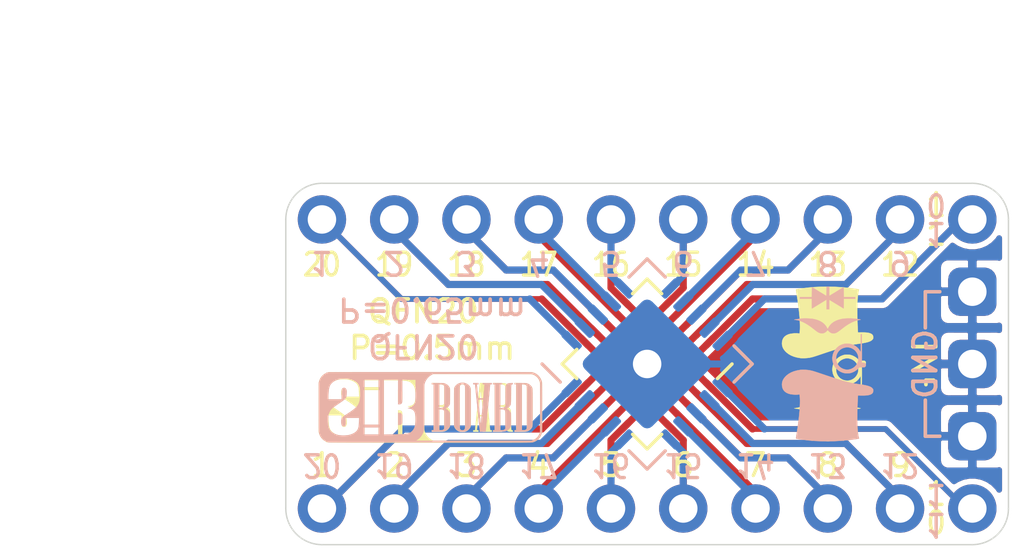
<source format=kicad_pcb>
(kicad_pcb (version 20171130) (host pcbnew "(5.1.2)-2")

  (general
    (thickness 1.6)
    (drawings 68)
    (tracks 112)
    (zones 0)
    (modules 9)
    (nets 22)
  )

  (page User 134.01 110.007)
  (title_block
    (title "QFN20 to DIP20 Breakout Board")
    (date 2019-07-11)
    (rev 2)
    (company SirBoard.com)
    (comment 1 "QFN20 P = 0.5mm")
    (comment 2 "QFN20 P = 0.65mm")
    (comment 3 "DIP20 P = 2.54mm")
  )

  (layers
    (0 F.Cu signal)
    (31 B.Cu signal)
    (32 B.Adhes user hide)
    (33 F.Adhes user hide)
    (34 B.Paste user hide)
    (35 F.Paste user hide)
    (36 B.SilkS user)
    (37 F.SilkS user)
    (38 B.Mask user hide)
    (39 F.Mask user hide)
    (40 Dwgs.User user)
    (41 Cmts.User user hide)
    (42 Eco1.User user hide)
    (43 Eco2.User user)
    (44 Edge.Cuts user hide)
    (45 Margin user hide)
    (46 B.CrtYd user hide)
    (47 F.CrtYd user hide)
    (48 B.Fab user hide)
    (49 F.Fab user hide)
  )

  (setup
    (last_trace_width 0.127)
    (user_trace_width 0.15)
    (user_trace_width 0.2)
    (user_trace_width 0.25)
    (trace_clearance 0.127)
    (zone_clearance 0.2)
    (zone_45_only no)
    (trace_min 0.127)
    (via_size 0.6)
    (via_drill 0.3)
    (via_min_size 0.6)
    (via_min_drill 0.3)
    (user_via 0.8 0.4)
    (user_via 1 0.6)
    (user_via 2 1)
    (uvia_size 0.3)
    (uvia_drill 0.1)
    (uvias_allowed no)
    (uvia_min_size 0.3)
    (uvia_min_drill 0.1)
    (edge_width 0.05)
    (segment_width 0.2)
    (pcb_text_width 0.3)
    (pcb_text_size 1.5 1.5)
    (mod_edge_width 0.12)
    (mod_text_size 1 1)
    (mod_text_width 0.15)
    (pad_size 1.7 1.7)
    (pad_drill 1)
    (pad_to_mask_clearance 0)
    (solder_mask_min_width 0.1)
    (aux_axis_origin 0 0)
    (visible_elements 7FFFFFFF)
    (pcbplotparams
      (layerselection 0x010f0_ffffffff)
      (usegerberextensions false)
      (usegerberattributes false)
      (usegerberadvancedattributes false)
      (creategerberjobfile false)
      (excludeedgelayer true)
      (linewidth 0.100000)
      (plotframeref false)
      (viasonmask true)
      (mode 1)
      (useauxorigin true)
      (hpglpennumber 1)
      (hpglpenspeed 20)
      (hpglpendiameter 15.000000)
      (psnegative false)
      (psa4output false)
      (plotreference true)
      (plotvalue false)
      (plotinvisibletext false)
      (padsonsilk false)
      (subtractmaskfromsilk false)
      (outputformat 1)
      (mirror false)
      (drillshape 0)
      (scaleselection 1)
      (outputdirectory "../../Gerbers/QFN20/"))
  )

  (net 0 "")
  (net 1 "Net-(J1-Pad10)")
  (net 2 "Net-(J1-Pad9)")
  (net 3 "Net-(J1-Pad8)")
  (net 4 "Net-(J1-Pad7)")
  (net 5 "Net-(J1-Pad6)")
  (net 6 "Net-(J1-Pad5)")
  (net 7 "Net-(J1-Pad4)")
  (net 8 "Net-(J1-Pad3)")
  (net 9 "Net-(J1-Pad2)")
  (net 10 "Net-(J1-Pad1)")
  (net 11 "Net-(J2-Pad20)")
  (net 12 "Net-(J2-Pad19)")
  (net 13 "Net-(J2-Pad18)")
  (net 14 "Net-(J2-Pad17)")
  (net 15 "Net-(J2-Pad16)")
  (net 16 "Net-(J2-Pad15)")
  (net 17 "Net-(J2-Pad14)")
  (net 18 "Net-(J2-Pad13)")
  (net 19 "Net-(J2-Pad12)")
  (net 20 "Net-(J2-Pad11)")
  (net 21 "Net-(J5-Pad1)")

  (net_class Default "This is the default net class."
    (clearance 0.127)
    (trace_width 0.127)
    (via_dia 0.6)
    (via_drill 0.3)
    (uvia_dia 0.3)
    (uvia_drill 0.1)
    (add_net "Net-(J1-Pad1)")
    (add_net "Net-(J1-Pad10)")
    (add_net "Net-(J1-Pad2)")
    (add_net "Net-(J1-Pad3)")
    (add_net "Net-(J1-Pad4)")
    (add_net "Net-(J1-Pad5)")
    (add_net "Net-(J1-Pad6)")
    (add_net "Net-(J1-Pad7)")
    (add_net "Net-(J1-Pad8)")
    (add_net "Net-(J1-Pad9)")
    (add_net "Net-(J2-Pad11)")
    (add_net "Net-(J2-Pad12)")
    (add_net "Net-(J2-Pad13)")
    (add_net "Net-(J2-Pad14)")
    (add_net "Net-(J2-Pad15)")
    (add_net "Net-(J2-Pad16)")
    (add_net "Net-(J2-Pad17)")
    (add_net "Net-(J2-Pad18)")
    (add_net "Net-(J2-Pad19)")
    (add_net "Net-(J2-Pad20)")
    (add_net "Net-(J5-Pad1)")
  )

  (module logo:SirBoard79x25 (layer B.Cu) (tedit 0) (tstamp 5E99F2BB)
    (at 62.738 43.688)
    (fp_text reference G*** (at 0.381 0) (layer B.SilkS) hide
      (effects (font (size 1.524 1.524) (thickness 0.3)) (justify mirror))
    )
    (fp_text value LOGO (at 0.75 0) (layer B.SilkS) hide
      (effects (font (size 1.524 1.524) (thickness 0.3)) (justify mirror))
    )
    (fp_poly (pts (xy 3.62458 1.218028) (xy 3.687078 1.191526) (xy 3.74371 1.156921) (xy 3.793981 1.114734)
      (xy 3.8374 1.065485) (xy 3.873473 1.009693) (xy 3.90171 0.947879) (xy 3.913171 0.913394)
      (xy 3.924026 0.8763) (xy 3.925573 0.02032) (xy 3.925771 -0.1048) (xy 3.925895 -0.219906)
      (xy 3.925943 -0.325142) (xy 3.925916 -0.420653) (xy 3.925813 -0.506583) (xy 3.925633 -0.583078)
      (xy 3.925375 -0.650282) (xy 3.925039 -0.70834) (xy 3.924624 -0.757396) (xy 3.924129 -0.797597)
      (xy 3.923555 -0.829086) (xy 3.922899 -0.852008) (xy 3.922162 -0.866508) (xy 3.921682 -0.87122)
      (xy 3.906957 -0.934311) (xy 3.882727 -0.994298) (xy 3.849372 -1.050414) (xy 3.807276 -1.101896)
      (xy 3.805946 -1.103294) (xy 3.757416 -1.147869) (xy 3.705571 -1.183126) (xy 3.649359 -1.209656)
      (xy 3.587725 -1.228044) (xy 3.579189 -1.229882) (xy 3.576037 -1.230493) (xy 3.572487 -1.231078)
      (xy 3.568313 -1.231636) (xy 3.563291 -1.232168) (xy 3.557194 -1.232676) (xy 3.549797 -1.233158)
      (xy 3.540876 -1.233617) (xy 3.530205 -1.234053) (xy 3.517559 -1.234466) (xy 3.502712 -1.234856)
      (xy 3.48544 -1.235225) (xy 3.465516 -1.235573) (xy 3.442717 -1.2359) (xy 3.416816 -1.236207)
      (xy 3.387589 -1.236495) (xy 3.354809 -1.236764) (xy 3.318253 -1.237015) (xy 3.277694 -1.237249)
      (xy 3.232908 -1.237465) (xy 3.183669 -1.237665) (xy 3.129751 -1.237849) (xy 3.070931 -1.238017)
      (xy 3.006982 -1.238171) (xy 2.937679 -1.23831) (xy 2.862797 -1.238436) (xy 2.782111 -1.238549)
      (xy 2.695395 -1.23865) (xy 2.602425 -1.238738) (xy 2.502974 -1.238815) (xy 2.396819 -1.238882)
      (xy 2.283733 -1.238938) (xy 2.163491 -1.238985) (xy 2.035868 -1.239023) (xy 1.900639 -1.239052)
      (xy 1.757579 -1.239073) (xy 1.606462 -1.239087) (xy 1.447063 -1.239094) (xy 1.279157 -1.239096)
      (xy 1.102518 -1.239091) (xy 0.916922 -1.239082) (xy 0.722143 -1.239068) (xy 0.517956 -1.23905)
      (xy 0.304136 -1.239029) (xy 0.080457 -1.239005) (xy 0.00254 -1.238997) (xy -0.228203 -1.238969)
      (xy -0.448999 -1.238938) (xy -0.66006 -1.238903) (xy -0.861599 -1.238863) (xy -1.053829 -1.238818)
      (xy -1.236964 -1.238768) (xy -1.411215 -1.238711) (xy -1.576795 -1.238649) (xy -1.733918 -1.23858)
      (xy -1.882796 -1.238503) (xy -2.023641 -1.238419) (xy -2.156667 -1.238327) (xy -2.282087 -1.238226)
      (xy -2.400112 -1.238116) (xy -2.510957 -1.237996) (xy -2.614833 -1.237867) (xy -2.711953 -1.237727)
      (xy -2.802531 -1.237577) (xy -2.886779 -1.237415) (xy -2.964909 -1.237242) (xy -3.037136 -1.237056)
      (xy -3.10367 -1.236858) (xy -3.164726 -1.236647) (xy -3.220515 -1.236422) (xy -3.271251 -1.236183)
      (xy -3.317147 -1.23593) (xy -3.358415 -1.235662) (xy -3.395268 -1.235379) (xy -3.427919 -1.23508)
      (xy -3.45658 -1.234764) (xy -3.481465 -1.234432) (xy -3.502785 -1.234083) (xy -3.520755 -1.233717)
      (xy -3.535586 -1.233332) (xy -3.547492 -1.232929) (xy -3.556685 -1.232507) (xy -3.563378 -1.232066)
      (xy -3.567784 -1.231605) (xy -3.5687 -1.231461) (xy -3.589448 -1.227444) (xy -3.607537 -1.223285)
      (xy -3.619614 -1.219772) (xy -3.62101 -1.219217) (xy -3.631906 -1.215143) (xy -3.637003 -1.214542)
      (xy -3.634652 -1.217483) (xy -3.632809 -1.218716) (xy -3.630975 -1.221719) (xy -3.638783 -1.222475)
      (xy -3.641349 -1.222375) (xy -3.653649 -1.220612) (xy -3.660906 -1.217588) (xy -3.660665 -1.215658)
      (xy -3.65669 -1.216737) (xy -3.648226 -1.217147) (xy -3.645553 -1.215175) (xy -3.647976 -1.210599)
      (xy -3.657436 -1.204338) (xy -3.664089 -1.201137) (xy -3.718761 -1.171951) (xy -3.768718 -1.134375)
      (xy -3.813124 -1.089407) (xy -3.851148 -1.038047) (xy -3.881953 -0.981295) (xy -3.904706 -0.920149)
      (xy -3.907731 -0.90932) (xy -3.91922 -0.86614) (xy -3.91922 -0.00254) (xy -3.919216 0.107637)
      (xy -3.919199 0.208122) (xy -3.919164 0.299384) (xy -3.919108 0.381891) (xy -3.919036 0.447193)
      (xy -3.595549 0.447193) (xy -3.595075 0.425937) (xy -3.592793 0.370443) (xy -3.588934 0.323091)
      (xy -3.583099 0.281932) (xy -3.57489 0.245015) (xy -3.563908 0.210392) (xy -3.549755 0.176113)
      (xy -3.539678 0.155108) (xy -3.527616 0.132127) (xy -3.515156 0.111112) (xy -3.50151 0.091351)
      (xy -3.485888 0.072128) (xy -3.467502 0.052731) (xy -3.445564 0.032447) (xy -3.419285 0.010561)
      (xy -3.387875 -0.013639) (xy -3.350547 -0.040867) (xy -3.306511 -0.071836) (xy -3.254979 -0.10726)
      (xy -3.23342 -0.121934) (xy -3.177426 -0.160061) (xy -3.129263 -0.193295) (xy -3.088328 -0.222409)
      (xy -3.054018 -0.248177) (xy -3.025733 -0.271373) (xy -3.002869 -0.29277) (xy -2.984825 -0.313141)
      (xy -2.970998 -0.333262) (xy -2.960785 -0.353905) (xy -2.953585 -0.375843) (xy -2.948796 -0.399851)
      (xy -2.945815 -0.426703) (xy -2.94404 -0.457171) (xy -2.942868 -0.492029) (xy -2.942775 -0.4953)
      (xy -2.941923 -0.528611) (xy -2.941615 -0.553678) (xy -2.94198 -0.572407) (xy -2.943144 -0.586707)
      (xy -2.945238 -0.598485) (xy -2.948387 -0.609647) (xy -2.950958 -0.617184) (xy -2.960405 -0.638234)
      (xy -2.972281 -0.657073) (xy -2.978696 -0.664586) (xy -2.990451 -0.674802) (xy -3.002422 -0.680479)
      (xy -3.018908 -0.683396) (xy -3.025637 -0.684021) (xy -3.05507 -0.682981) (xy -3.078064 -0.674279)
      (xy -3.095113 -0.65768) (xy -3.100604 -0.648326) (xy -3.105945 -0.631649) (xy -3.11037 -0.604882)
      (xy -3.113877 -0.568053) (xy -3.116464 -0.52119) (xy -3.11813 -0.464323) (xy -3.118871 -0.397479)
      (xy -3.118901 -0.38735) (xy -3.11912 -0.2794) (xy -3.58648 -0.2794) (xy -3.586368 -0.32385)
      (xy -3.585889 -0.358843) (xy -3.584695 -0.398497) (xy -3.582906 -0.440758) (xy -3.580646 -0.483572)
      (xy -3.578034 -0.524885) (xy -3.575192 -0.562644) (xy -3.572241 -0.594795) (xy -3.569302 -0.619285)
      (xy -3.568681 -0.62337) (xy -3.557885 -0.679216) (xy -3.544402 -0.726829) (xy -3.527445 -0.767959)
      (xy -3.50623 -0.804354) (xy -3.479972 -0.837762) (xy -3.465532 -0.853062) (xy -3.418082 -0.895098)
      (xy -3.365752 -0.930248) (xy -3.307568 -0.958985) (xy -3.242552 -0.981785) (xy -3.169729 -0.999122)
      (xy -3.1623 -1.000514) (xy -3.129987 -1.004968) (xy -3.090465 -1.008125) (xy -3.046608 -1.009954)
      (xy -3.001289 -1.010419) (xy -2.957381 -1.009487) (xy -2.917756 -1.007126) (xy -2.88798 -1.003726)
      (xy -2.812667 -0.988772) (xy -2.744468 -0.967858) (xy -2.681872 -0.94039) (xy -2.623367 -0.905775)
      (xy -2.604486 -0.892527) (xy -2.571915 -0.865761) (xy -2.544268 -0.836155) (xy -2.521252 -0.802839)
      (xy -2.502574 -0.76494) (xy -2.48794 -0.721585) (xy -2.477057 -0.671903) (xy -2.469632 -0.615022)
      (xy -2.465371 -0.550069) (xy -2.46398 -0.476173) (xy -2.463979 -0.47498) (xy -2.465906 -0.391038)
      (xy -2.471853 -0.315783) (xy -2.482025 -0.248487) (xy -2.496624 -0.188422) (xy -2.515853 -0.13486)
      (xy -2.539917 -0.087072) (xy -2.569016 -0.044331) (xy -2.59141 -0.018178) (xy -2.623839 0.014169)
      (xy -2.662542 0.048368) (xy -2.708063 0.084827) (xy -2.760944 0.123952) (xy -2.821727 0.166153)
      (xy -2.890956 0.211837) (xy -2.933089 0.23876) (xy -2.978167 0.267759) (xy -3.015189 0.292837)
      (xy -3.045049 0.314882) (xy -3.068643 0.334778) (xy -3.086865 0.353411) (xy -3.100611 0.371666)
      (xy -3.110777 0.390429) (xy -3.118257 0.410585) (xy -3.122369 0.425971) (xy -3.126688 0.452252)
      (xy -3.129014 0.483769) (xy -3.129403 0.517516) (xy -3.127911 0.550485) (xy -3.124594 0.579669)
      (xy -3.119508 0.60206) (xy -3.119078 0.603322) (xy -3.107186 0.630146) (xy -3.092701 0.648274)
      (xy -3.074049 0.65912) (xy -3.051509 0.663918) (xy -3.033428 0.665051) (xy -3.020891 0.663266)
      (xy -3.009493 0.657701) (xy -3.005171 0.654847) (xy -2.996198 0.648319) (xy -2.98917 0.641623)
      (xy -2.983829 0.633467) (xy -2.979913 0.622561) (xy -2.977163 0.607614) (xy -2.97532 0.587334)
      (xy -2.974124 0.560431) (xy -2.973315 0.525614) (xy -2.972813 0.494031) (xy -2.971007 0.370841)
      (xy -2.737056 0.370841) (xy -2.503105 0.37084) (xy -2.505858 0.49403) (xy -2.507938 0.556926)
      (xy -2.511255 0.6096) (xy -2.31648 0.6096) (xy -2.31648 -0.97028) (xy -1.81864 -0.97028)
      (xy -1.63576 -0.97028) (xy -1.13284 -0.97028) (xy -1.13284 -0.105228) (xy -1.092407 -0.107999)
      (xy -1.059447 -0.112077) (xy -1.034742 -0.119751) (xy -1.016752 -0.131913) (xy -1.00394 -0.149456)
      (xy -0.99822 -0.162595) (xy -0.996336 -0.168087) (xy -0.994695 -0.173983) (xy -0.993279 -0.181004)
      (xy -0.992066 -0.189866) (xy -0.991037 -0.20129) (xy -0.990172 -0.215994) (xy -0.989451 -0.234698)
      (xy -0.988853 -0.258119) (xy -0.988359 -0.286977) (xy -0.987949 -0.321991) (xy -0.987603 -0.36388)
      (xy -0.9873 -0.413362) (xy -0.987021 -0.471157) (xy -0.986746 -0.537983) (xy -0.986583 -0.58039)
      (xy -0.985106 -0.97028) (xy -0.517632 -0.97028) (xy -0.519166 -0.58547) (xy -0.519455 -0.513844)
      (xy -0.519727 -0.451652) (xy -0.520004 -0.398167) (xy -0.520308 -0.35266) (xy -0.520663 -0.314406)
      (xy -0.52109 -0.282678) (xy -0.521613 -0.256748) (xy -0.522255 -0.235891) (xy -0.523037 -0.219378)
      (xy -0.523982 -0.206484) (xy -0.525113 -0.196481) (xy -0.526453 -0.188642) (xy -0.528024 -0.182241)
      (xy -0.529849 -0.176551) (xy -0.53195 -0.170845) (xy -0.532071 -0.170524) (xy -0.556165 -0.119662)
      (xy -0.587578 -0.074535) (xy -0.602147 -0.058291) (xy -0.627789 -0.03673) (xy -0.661666 -0.015939)
      (xy -0.701857 0.003064) (xy -0.746441 0.019263) (xy -0.75184 0.020924) (xy -0.78994 0.032421)
      (xy -0.750967 0.038531) (xy -0.700336 0.048967) (xy -0.657973 0.06333) (xy -0.622566 0.082162)
      (xy -0.596545 0.10247) (xy -0.576043 0.124844) (xy -0.559013 0.15141) (xy -0.545249 0.183022)
      (xy -0.534546 0.220532) (xy -0.526699 0.264794) (xy -0.521501 0.316662) (xy -0.518746 0.376988)
      (xy -0.51816 0.427612) (xy -0.520255 0.507429) (xy -0.526687 0.578618) (xy -0.537681 0.641842)
      (xy -0.55346 0.697764) (xy -0.574246 0.747046) (xy -0.600264 0.790349) (xy -0.631736 0.828338)
      (xy -0.66294 0.856941) (xy -0.681074 0.871017) (xy -0.699328 0.883578) (xy -0.718372 0.894719)
      (xy -0.738872 0.904532) (xy -0.761496 0.913113) (xy -0.786913 0.920555) (xy -0.815789 0.926953)
      (xy -0.848791 0.9324) (xy -0.886589 0.936992) (xy -0.929849 0.940821) (xy -0.979238 0.943983)
      (xy -1.035425 0.946571) (xy -1.099077 0.948679) (xy -1.170862 0.950402) (xy -1.251447 0.951834)
      (xy -1.3415 0.953069) (xy -1.34493 0.953111) (xy -1.63576 0.956659) (xy -1.63576 -0.97028)
      (xy -1.81864 -0.97028) (xy -1.81864 0.6096) (xy -2.31648 0.6096) (xy -2.511255 0.6096)
      (xy -2.511338 0.610917) (xy -2.516343 0.657209) (xy -2.523235 0.697004) (xy -2.532297 0.731506)
      (xy -2.543813 0.761917) (xy -2.558066 0.789442) (xy -2.575339 0.815285) (xy -2.584165 0.826675)
      (xy -2.611637 0.854894) (xy -2.647462 0.882551) (xy -2.689842 0.908647) (xy -2.736979 0.932182)
      (xy -2.787077 0.952158) (xy -2.796622 0.95504) (xy -2.31648 0.95504) (xy -2.31648 0.70612)
      (xy -1.81864 0.70612) (xy -1.81864 0.95504) (xy -2.31648 0.95504) (xy -2.796622 0.95504)
      (xy -2.83718 0.967285) (xy -2.895609 0.979053) (xy -2.959896 0.986793) (xy -3.027404 0.990499)
      (xy -3.095497 0.990164) (xy -3.161539 0.985783) (xy -3.222891 0.977349) (xy -3.264415 0.968315)
      (xy -3.329711 0.947375) (xy -3.388619 0.920444) (xy -3.440429 0.887972) (xy -3.48443 0.850406)
      (xy -3.519913 0.808196) (xy -3.521383 0.806069) (xy -3.543409 0.769557) (xy -3.561286 0.729871)
      (xy -3.575217 0.685965) (xy -3.585406 0.636792) (xy -3.592056 0.581303) (xy -3.595369 0.518453)
      (xy -3.595549 0.447193) (xy -3.919036 0.447193) (xy -3.919026 0.456112) (xy -3.918912 0.522514)
      (xy -3.918763 0.581567) (xy -3.918573 0.633739) (xy -3.918338 0.679497) (xy -3.918053 0.719311)
      (xy -3.917714 0.753649) (xy -3.917315 0.78298) (xy -3.916853 0.807771) (xy -3.916322 0.828491)
      (xy -3.915718 0.845608) (xy -3.915036 0.859591) (xy -3.914272 0.870909) (xy -3.913421 0.880029)
      (xy -3.912477 0.88742) (xy -3.911438 0.89355) (xy -3.910297 0.898888) (xy -3.910233 0.89916)
      (xy -3.890161 0.962838) (xy -3.861434 1.021715) (xy -3.824682 1.075116) (xy -3.780535 1.122366)
      (xy -3.729624 1.162787) (xy -3.71121 1.173413) (xy -0.51562 1.173413) (xy -0.482716 1.155076)
      (xy -0.424569 1.116931) (xy -0.372255 1.070862) (xy -0.326471 1.017711) (xy -0.287913 0.958319)
      (xy -0.257278 0.893527) (xy -0.249944 0.87376) (xy -0.245768 0.861875) (xy -0.241979 0.850948)
      (xy -0.238556 0.840457) (xy -0.235482 0.829883) (xy -0.232738 0.818703) (xy -0.230305 0.806396)
      (xy -0.228164 0.792441) (xy -0.226297 0.776317) (xy -0.224685 0.757503) (xy -0.223309 0.735477)
      (xy -0.222151 0.709718) (xy -0.221191 0.679705) (xy -0.220412 0.644917) (xy -0.219794 0.604832)
      (xy -0.21932 0.55893) (xy -0.218969 0.506688) (xy -0.218723 0.447586) (xy -0.218564 0.381103)
      (xy -0.218473 0.306717) (xy -0.218432 0.223906) (xy -0.218421 0.132151) (xy -0.218422 0.030929)
      (xy -0.218421 -0.004705) (xy -0.218417 -0.10899) (xy -0.218401 -0.203632) (xy -0.218358 -0.289146)
      (xy -0.218273 -0.366048) (xy -0.21813 -0.434855) (xy -0.217914 -0.496083) (xy -0.217611 -0.550247)
      (xy -0.217204 -0.597865) (xy -0.21668 -0.639451) (xy -0.216023 -0.675523) (xy -0.215217 -0.706596)
      (xy -0.214249 -0.733187) (xy -0.213101 -0.755811) (xy -0.211761 -0.774985) (xy -0.210211 -0.791225)
      (xy -0.208438 -0.805046) (xy -0.206425 -0.816967) (xy -0.204159 -0.827501) (xy -0.201623 -0.837166)
      (xy -0.198803 -0.846477) (xy -0.195684 -0.855951) (xy -0.19327 -0.863086) (xy -0.16605 -0.927872)
      (xy -0.13012 -0.988049) (xy -0.086198 -1.042793) (xy -0.035003 -1.091277) (xy 0.022744 -1.132675)
      (xy 0.059521 -1.153403) (xy 0.098949 -1.173567) (xy 1.831284 -1.172253) (xy 3.56362 -1.17094)
      (xy 3.60426 -1.157099) (xy 3.652131 -1.137513) (xy 3.694531 -1.112631) (xy 3.734514 -1.080525)
      (xy 3.751579 -1.064165) (xy 3.781713 -1.031536) (xy 3.805078 -0.999968) (xy 3.82394 -0.96588)
      (xy 3.840567 -0.925692) (xy 3.842335 -0.920806) (xy 3.85826 -0.8763) (xy 3.85968 -0.02032)
      (xy 3.859856 0.090291) (xy 3.859997 0.191204) (xy 3.860101 0.282883) (xy 3.860163 0.365789)
      (xy 3.86018 0.440385) (xy 3.86015 0.507133) (xy 3.860068 0.566497) (xy 3.859932 0.618938)
      (xy 3.859738 0.664919) (xy 3.859483 0.704903) (xy 3.859164 0.739352) (xy 3.858776 0.768729)
      (xy 3.858317 0.793495) (xy 3.857784 0.814115) (xy 3.857173 0.831049) (xy 3.856481 0.844761)
      (xy 3.855704 0.855714) (xy 3.854839 0.864368) (xy 3.853883 0.871188) (xy 3.85323 0.874763)
      (xy 3.836409 0.933633) (xy 3.810872 0.98766) (xy 3.777105 1.036312) (xy 3.735591 1.079059)
      (xy 3.686816 1.115368) (xy 3.631264 1.144708) (xy 3.5941 1.159009) (xy 3.55854 1.17094)
      (xy 1.52146 1.172177) (xy -0.51562 1.173413) (xy -3.71121 1.173413) (xy -3.672578 1.195706)
      (xy -3.610946 1.220156) (xy -3.57378 1.2319) (xy 3.58394 1.2319) (xy 3.62458 1.218028)) (layer B.SilkS) (width 0.01))
    (fp_poly (pts (xy 1.158324 0.857763) (xy 1.196422 0.85313) (xy 1.21516 0.848789) (xy 1.26341 0.830718)
      (xy 1.307252 0.805844) (xy 1.345441 0.775243) (xy 1.376732 0.739994) (xy 1.39988 0.701173)
      (xy 1.407463 0.682379) (xy 1.408891 0.677976) (xy 1.410175 0.673148) (xy 1.411322 0.667357)
      (xy 1.412338 0.660064) (xy 1.413233 0.65073) (xy 1.414014 0.638816) (xy 1.414689 0.623783)
      (xy 1.415265 0.605092) (xy 1.415751 0.582205) (xy 1.416153 0.554581) (xy 1.41648 0.521684)
      (xy 1.41674 0.482972) (xy 1.41694 0.437908) (xy 1.417088 0.385953) (xy 1.417192 0.326567)
      (xy 1.417259 0.259213) (xy 1.417298 0.183349) (xy 1.417315 0.098439) (xy 1.417319 0.003943)
      (xy 1.41732 -0.00254) (xy 1.417316 -0.097677) (xy 1.417299 -0.183194) (xy 1.417262 -0.259628)
      (xy 1.417197 -0.327519) (xy 1.417096 -0.387406) (xy 1.416951 -0.439828) (xy 1.416755 -0.485323)
      (xy 1.416499 -0.52443) (xy 1.416177 -0.557689) (xy 1.415779 -0.585639) (xy 1.4153 -0.608818)
      (xy 1.41473 -0.627765) (xy 1.414061 -0.643019) (xy 1.413288 -0.655119) (xy 1.4124 -0.664604)
      (xy 1.411391 -0.672014) (xy 1.410254 -0.677886) (xy 1.408979 -0.68276) (xy 1.40756 -0.687175)
      (xy 1.407463 -0.687458) (xy 1.38847 -0.727657) (xy 1.360833 -0.764799) (xy 1.325883 -0.797748)
      (xy 1.284953 -0.825368) (xy 1.239374 -0.846523) (xy 1.210198 -0.855679) (xy 1.182763 -0.860521)
      (xy 1.149457 -0.862988) (xy 1.113826 -0.863119) (xy 1.079417 -0.860953) (xy 1.049773 -0.85653)
      (xy 1.03886 -0.853791) (xy 0.989475 -0.835348) (xy 0.947046 -0.811087) (xy 0.909424 -0.779708)
      (xy 0.898998 -0.768973) (xy 0.876574 -0.742473) (xy 0.860344 -0.716887) (xy 0.847737 -0.687995)
      (xy 0.845175 -0.68072) (xy 0.843788 -0.676322) (xy 0.842543 -0.671341) (xy 0.841432 -0.665237)
      (xy 0.840447 -0.657468) (xy 0.839581 -0.647494) (xy 0.838825 -0.634774) (xy 0.838173 -0.618768)
      (xy 0.837617 -0.598935) (xy 0.83715 -0.574734) (xy 0.836763 -0.545624) (xy 0.836449 -0.511066)
      (xy 0.8362 -0.470518) (xy 0.83601 -0.42344) (xy 0.83587 -0.369291) (xy 0.835773 -0.30753)
      (xy 0.835711 -0.237617) (xy 0.835697 -0.204576) (xy 1.027085 -0.204576) (xy 1.027092 -0.300004)
      (xy 1.027189 -0.386352) (xy 1.027375 -0.4635) (xy 1.027651 -0.531327) (xy 1.028014 -0.589714)
      (xy 1.028466 -0.638539) (xy 1.029004 -0.677683) (xy 1.029629 -0.707026) (xy 1.03034 -0.726447)
      (xy 1.031119 -0.735735) (xy 1.03646 -0.75498) (xy 1.044298 -0.772837) (xy 1.04875 -0.779877)
      (xy 1.069982 -0.799852) (xy 1.096161 -0.812408) (xy 1.124941 -0.817203) (xy 1.153975 -0.813891)
      (xy 1.180917 -0.802129) (xy 1.18441 -0.799773) (xy 1.199141 -0.787048) (xy 1.211515 -0.772527)
      (xy 1.214864 -0.767159) (xy 1.21615 -0.764442) (xy 1.217314 -0.761037) (xy 1.218361 -0.756446)
      (xy 1.219297 -0.750174) (xy 1.22013 -0.741726) (xy 1.220864 -0.730605) (xy 1.221507 -0.716317)
      (xy 1.222063 -0.698365) (xy 1.22254 -0.676254) (xy 1.222944 -0.649488) (xy 1.22328 -0.617572)
      (xy 1.223554 -0.580009) (xy 1.223774 -0.536304) (xy 1.223944 -0.485962) (xy 1.224072 -0.428487)
      (xy 1.224162 -0.363382) (xy 1.224222 -0.290153) (xy 1.224258 -0.208304) (xy 1.224275 -0.117338)
      (xy 1.224279 -0.016761) (xy 1.22428 -0.005493) (xy 1.22428 0.738473) (xy 1.213504 0.760732)
      (xy 1.197168 0.784881) (xy 1.175228 0.800868) (xy 1.147137 0.809009) (xy 1.12776 0.81026)
      (xy 1.096269 0.80673) (xy 1.071233 0.795723) (xy 1.051611 0.776622) (xy 1.040745 0.758526)
      (xy 1.0287 0.73406) (xy 1.027344 0.01304) (xy 1.027169 -0.100188) (xy 1.027085 -0.204576)
      (xy 0.835697 -0.204576) (xy 0.835676 -0.159012) (xy 0.835662 -0.071172) (xy 0.83566 -0.00254)
      (xy 0.835664 0.092185) (xy 0.835682 0.17729) (xy 0.835722 0.253317) (xy 0.835791 0.320806)
      (xy 0.835898 0.380299) (xy 0.836049 0.432336) (xy 0.836252 0.477458) (xy 0.836515 0.516206)
      (xy 0.836846 0.549121) (xy 0.837253 0.576743) (xy 0.837743 0.599614) (xy 0.838323 0.618274)
      (xy 0.839002 0.633264) (xy 0.839788 0.645126) (xy 0.840687 0.654399) (xy 0.841708 0.661625)
      (xy 0.842858 0.667344) (xy 0.844145 0.672098) (xy 0.845303 0.67564) (xy 0.865642 0.719348)
      (xy 0.894547 0.758833) (xy 0.930976 0.793173) (xy 0.973886 0.821452) (xy 1.022237 0.842748)
      (xy 1.041436 0.848712) (xy 1.076814 0.855552) (xy 1.117116 0.858569) (xy 1.158324 0.857763)) (layer B.SilkS) (width 0.01))
    (fp_poly (pts (xy 0.25273 0.852036) (xy 0.303694 0.851354) (xy 0.345628 0.85067) (xy 0.379659 0.849924)
      (xy 0.406915 0.849055) (xy 0.428526 0.848002) (xy 0.44562 0.846704) (xy 0.459325 0.845102)
      (xy 0.470769 0.843133) (xy 0.481082 0.840737) (xy 0.485653 0.839504) (xy 0.536166 0.820876)
      (xy 0.58157 0.794977) (xy 0.620703 0.762706) (xy 0.652407 0.72496) (xy 0.668415 0.698041)
      (xy 0.68834 0.65878) (xy 0.68834 0.20574) (xy 0.671863 0.172064) (xy 0.65186 0.140268)
      (xy 0.624557 0.109746) (xy 0.592716 0.083175) (xy 0.559898 0.063606) (xy 0.54417 0.05577)
      (xy 0.532872 0.049443) (xy 0.528368 0.045952) (xy 0.528362 0.045895) (xy 0.532538 0.042396)
      (xy 0.543537 0.035629) (xy 0.559133 0.026949) (xy 0.562044 0.0254) (xy 0.600311 0.000689)
      (xy 0.633807 -0.029813) (xy 0.660442 -0.064013) (xy 0.671841 -0.084543) (xy 0.68834 -0.11938)
      (xy 0.689785 -0.382971) (xy 0.690082 -0.442381) (xy 0.690254 -0.492519) (xy 0.69028 -0.534274)
      (xy 0.690138 -0.568533) (xy 0.689806 -0.596184) (xy 0.689263 -0.618115) (xy 0.688489 -0.635214)
      (xy 0.687461 -0.648368) (xy 0.686158 -0.658466) (xy 0.684558 -0.666396) (xy 0.68281 -0.672531)
      (xy 0.664221 -0.713889) (xy 0.636936 -0.751913) (xy 0.602155 -0.785562) (xy 0.561077 -0.813797)
      (xy 0.514902 -0.835581) (xy 0.482673 -0.845801) (xy 0.473011 -0.847833) (xy 0.460572 -0.849489)
      (xy 0.444345 -0.850804) (xy 0.423315 -0.85181) (xy 0.39647 -0.852542) (xy 0.362798 -0.853035)
      (xy 0.321286 -0.85332) (xy 0.27092 -0.853434) (xy 0.254536 -0.85344) (xy 0.05588 -0.85344)
      (xy 0.05588 -0.80772) (xy 0.11684 -0.80772) (xy 0.30988 -0.80772) (xy 0.366696 -0.80772)
      (xy 0.393791 -0.807385) (xy 0.413311 -0.806154) (xy 0.427826 -0.803684) (xy 0.439907 -0.799633)
      (xy 0.445028 -0.797304) (xy 0.462123 -0.786277) (xy 0.477795 -0.771858) (xy 0.480922 -0.768094)
      (xy 0.4953 -0.7493) (xy 0.4953 -0.042438) (xy 0.481665 -0.021834) (xy 0.467044 -0.004304)
      (xy 0.448724 0.008472) (xy 0.425062 0.017144) (xy 0.394418 0.022361) (xy 0.364773 0.024444)
      (xy 0.30988 0.026706) (xy 0.30988 -0.80772) (xy 0.11684 -0.80772) (xy 0.11684 0.07112)
      (xy 0.30988 0.07112) (xy 0.366696 0.07112) (xy 0.393791 0.071455) (xy 0.413311 0.072686)
      (xy 0.427826 0.075156) (xy 0.439907 0.079207) (xy 0.445028 0.081536) (xy 0.462123 0.092563)
      (xy 0.477795 0.106982) (xy 0.480922 0.110746) (xy 0.4953 0.12954) (xy 0.4953 0.739882)
      (xy 0.481665 0.760486) (xy 0.467044 0.778016) (xy 0.448724 0.790792) (xy 0.425062 0.799464)
      (xy 0.394418 0.804681) (xy 0.364773 0.806764) (xy 0.30988 0.809026) (xy 0.30988 0.07112)
      (xy 0.11684 0.07112) (xy 0.11684 0.80772) (xy 0.05588 0.80772) (xy 0.05588 0.854508)
      (xy 0.25273 0.852036)) (layer B.SilkS) (width 0.01))
    (fp_poly (pts (xy 1.804558 0.853945) (xy 1.831517 0.853664) (xy 1.859294 0.853159) (xy 1.886037 0.852464)
      (xy 1.909893 0.851611) (xy 1.929009 0.850635) (xy 1.941533 0.849567) (xy 1.94564 0.848527)
      (xy 1.946112 0.842677) (xy 1.947488 0.827368) (xy 1.949705 0.803255) (xy 1.952702 0.770994)
      (xy 1.956415 0.73124) (xy 1.960783 0.684647) (xy 1.965743 0.631871) (xy 1.971234 0.573567)
      (xy 1.977193 0.51039) (xy 1.983558 0.442995) (xy 1.990267 0.372038) (xy 1.997257 0.298173)
      (xy 2.004467 0.222056) (xy 2.011834 0.144342) (xy 2.019296 0.065685) (xy 2.026791 -0.013258)
      (xy 2.034256 -0.091833) (xy 2.04163 -0.169385) (xy 2.04885 -0.245258) (xy 2.055854 -0.318798)
      (xy 2.06258 -0.389348) (xy 2.068965 -0.456255) (xy 2.074948 -0.518863) (xy 2.080466 -0.576517)
      (xy 2.085458 -0.628561) (xy 2.08986 -0.674341) (xy 2.093611 -0.713202) (xy 2.096648 -0.744487)
      (xy 2.09891 -0.767543) (xy 2.100334 -0.781713) (xy 2.100816 -0.78613) (xy 2.103742 -0.80772)
      (xy 2.159 -0.80772) (xy 2.159 -0.85344) (xy 1.84404 -0.85344) (xy 1.84404 -0.80772)
      (xy 1.87452 -0.80772) (xy 1.891392 -0.807509) (xy 1.900498 -0.806102) (xy 1.904234 -0.802339)
      (xy 1.904994 -0.795059) (xy 1.905 -0.792943) (xy 1.904545 -0.784879) (xy 1.903247 -0.767814)
      (xy 1.901199 -0.742863) (xy 1.898499 -0.71114) (xy 1.895241 -0.673762) (xy 1.891521 -0.631843)
      (xy 1.887436 -0.586499) (xy 1.88468 -0.55626) (xy 1.880421 -0.509541) (xy 1.876466 -0.465729)
      (xy 1.872908 -0.425906) (xy 1.869844 -0.391156) (xy 1.867367 -0.362562) (xy 1.865573 -0.341206)
      (xy 1.864558 -0.328171) (xy 1.86436 -0.324656) (xy 1.863829 -0.321205) (xy 1.861321 -0.318687)
      (xy 1.85546 -0.316953) (xy 1.84487 -0.31586) (xy 1.828175 -0.31526) (xy 1.804001 -0.315009)
      (xy 1.77292 -0.31496) (xy 1.743709 -0.315125) (xy 1.71836 -0.315585) (xy 1.698474 -0.316284)
      (xy 1.685654 -0.317167) (xy 1.68148 -0.318104) (xy 1.680994 -0.323651) (xy 1.679603 -0.338288)
      (xy 1.677408 -0.360996) (xy 1.674506 -0.390754) (xy 1.670999 -0.426542) (xy 1.666986 -0.467341)
      (xy 1.662566 -0.51213) (xy 1.65862 -0.552017) (xy 1.653915 -0.599772) (xy 1.649537 -0.644731)
      (xy 1.645587 -0.685819) (xy 1.642165 -0.721962) (xy 1.639372 -0.752083) (xy 1.637309 -0.775109)
      (xy 1.636078 -0.789964) (xy 1.63576 -0.795252) (xy 1.636516 -0.802395) (xy 1.640443 -0.806115)
      (xy 1.650021 -0.807519) (xy 1.6637 -0.80772) (xy 1.69164 -0.80772) (xy 1.69164 -0.85344)
      (xy 1.50876 -0.85344) (xy 1.50876 -0.808204) (xy 1.540323 -0.806692) (xy 1.571887 -0.80518)
      (xy 1.627163 -0.26543) (xy 1.686417 -0.26543) (xy 1.687237 -0.268671) (xy 1.690511 -0.271018)
      (xy 1.697635 -0.272612) (xy 1.710007 -0.273595) (xy 1.729024 -0.274111) (xy 1.756083 -0.274302)
      (xy 1.773619 -0.27432) (xy 1.860678 -0.27432) (xy 1.85773 -0.24765) (xy 1.856666 -0.236944)
      (xy 1.854836 -0.217323) (xy 1.852348 -0.189992) (xy 1.84931 -0.156156) (xy 1.845832 -0.117022)
      (xy 1.842019 -0.073797) (xy 1.837981 -0.027685) (xy 1.83579 -0.00254) (xy 1.831719 0.043501)
      (xy 1.827797 0.086357) (xy 1.82413 0.124979) (xy 1.820825 0.15832) (xy 1.817985 0.185332)
      (xy 1.815717 0.204967) (xy 1.814127 0.216178) (xy 1.813526 0.21844) (xy 1.812383 0.223896)
      (xy 1.810513 0.238378) (xy 1.808025 0.260788) (xy 1.805033 0.290028) (xy 1.801647 0.325)
      (xy 1.797978 0.364605) (xy 1.794139 0.407744) (xy 1.793043 0.42037) (xy 1.789191 0.464184)
      (xy 1.785495 0.504667) (xy 1.782064 0.540741) (xy 1.779008 0.571324) (xy 1.776435 0.595337)
      (xy 1.774454 0.611701) (xy 1.773174 0.619334) (xy 1.772948 0.61976) (xy 1.772145 0.61485)
      (xy 1.770469 0.600708) (xy 1.768007 0.578216) (xy 1.764845 0.548257) (xy 1.761069 0.511714)
      (xy 1.756765 0.46947) (xy 1.752021 0.422406) (xy 1.746921 0.371405) (xy 1.741553 0.31735)
      (xy 1.736003 0.261124) (xy 1.730356 0.20361) (xy 1.7247 0.145688) (xy 1.71912 0.088243)
      (xy 1.713703 0.032157) (xy 1.708534 -0.021687) (xy 1.703702 -0.072408) (xy 1.69929 -0.119122)
      (xy 1.695387 -0.160946) (xy 1.692077 -0.196999) (xy 1.689448 -0.226398) (xy 1.687586 -0.248259)
      (xy 1.686576 -0.261702) (xy 1.686417 -0.26543) (xy 1.627163 -0.26543) (xy 1.656687 0.02286)
      (xy 1.665976 0.113536) (xy 1.674985 0.20145) (xy 1.683661 0.286074) (xy 1.69195 0.366878)
      (xy 1.699796 0.443332) (xy 1.707146 0.514906) (xy 1.713945 0.581071) (xy 1.720138 0.641297)
      (xy 1.725671 0.695055) (xy 1.73049 0.741814) (xy 1.73454 0.781046) (xy 1.737767 0.812221)
      (xy 1.740116 0.834808) (xy 1.741532 0.848279) (xy 1.741964 0.85217) (xy 1.747121 0.853115)
      (xy 1.760507 0.853704) (xy 1.780271 0.853969) (xy 1.804558 0.853945)) (layer B.SilkS) (width 0.01))
    (fp_poly (pts (xy 2.40157 0.852036) (xy 2.454097 0.85129) (xy 2.497495 0.850504) (xy 2.532791 0.849627)
      (xy 2.561015 0.848611) (xy 2.583197 0.847407) (xy 2.600366 0.845965) (xy 2.613552 0.844236)
      (xy 2.623783 0.842171) (xy 2.627257 0.841246) (xy 2.678364 0.822302) (xy 2.723994 0.796641)
      (xy 2.763203 0.765088) (xy 2.795046 0.728467) (xy 2.818579 0.687604) (xy 2.826484 0.667214)
      (xy 2.828608 0.659912) (xy 2.830339 0.651425) (xy 2.831708 0.640753) (xy 2.832744 0.626893)
      (xy 2.833475 0.608841) (xy 2.833933 0.585596) (xy 2.834145 0.556155) (xy 2.834142 0.519515)
      (xy 2.833952 0.474675) (xy 2.833624 0.423374) (xy 2.8321 0.20574) (xy 2.815623 0.172064)
      (xy 2.79562 0.140268) (xy 2.768317 0.109746) (xy 2.736476 0.083175) (xy 2.703658 0.063606)
      (xy 2.687908 0.055658) (xy 2.676592 0.049056) (xy 2.672085 0.045188) (xy 2.67208 0.045122)
      (xy 2.676333 0.041224) (xy 2.686633 0.036564) (xy 2.68726 0.036342) (xy 2.711803 0.024591)
      (xy 2.73869 0.006524) (xy 2.764985 -0.015496) (xy 2.787751 -0.039104) (xy 2.798694 -0.05334)
      (xy 2.805218 -0.062783) (xy 2.810832 -0.071152) (xy 2.815609 -0.079253) (xy 2.819624 -0.08789)
      (xy 2.822952 -0.097871) (xy 2.825665 -0.110001) (xy 2.827838 -0.125085) (xy 2.829546 -0.14393)
      (xy 2.830861 -0.167341) (xy 2.831859 -0.196125) (xy 2.832613 -0.231086) (xy 2.833198 -0.273032)
      (xy 2.833686 -0.322768) (xy 2.834154 -0.3811) (xy 2.83464 -0.4445) (xy 2.835169 -0.511474)
      (xy 2.835668 -0.569042) (xy 2.836189 -0.617957) (xy 2.836785 -0.658972) (xy 2.837509 -0.692841)
      (xy 2.838414 -0.720316) (xy 2.839551 -0.742151) (xy 2.840975 -0.759098) (xy 2.842737 -0.771913)
      (xy 2.84489 -0.781346) (xy 2.847488 -0.788153) (xy 2.850582 -0.793086) (xy 2.854226 -0.796897)
      (xy 2.858471 -0.800342) (xy 2.859599 -0.801208) (xy 2.870714 -0.805987) (xy 2.88163 -0.807558)
      (xy 2.890168 -0.80843) (xy 2.894255 -0.812609) (xy 2.895518 -0.822835) (xy 2.8956 -0.831056)
      (xy 2.8956 -0.854392) (xy 2.82321 -0.852305) (xy 2.792619 -0.851193) (xy 2.770064 -0.849702)
      (xy 2.753418 -0.847546) (xy 2.740558 -0.844436) (xy 2.729359 -0.840087) (xy 2.72796 -0.839437)
      (xy 2.698888 -0.821122) (xy 2.676401 -0.796385) (xy 2.66011 -0.764571) (xy 2.649627 -0.725027)
      (xy 2.646435 -0.702089) (xy 2.645586 -0.688946) (xy 2.644785 -0.666699) (xy 2.644044 -0.636402)
      (xy 2.643379 -0.599112) (xy 2.642804 -0.555884) (xy 2.642333 -0.507773) (xy 2.641981 -0.455835)
      (xy 2.641761 -0.401125) (xy 2.64169 -0.352784) (xy 2.6416 -0.047709) (xy 2.626936 -0.024586)
      (xy 2.612339 -0.006046) (xy 2.594442 0.007421) (xy 2.571516 0.016545) (xy 2.541834 0.022058)
      (xy 2.511194 0.024398) (xy 2.45872 0.026732) (xy 2.45872 -0.80772) (xy 2.51968 -0.80772)
      (xy 2.51968 -0.85344) (xy 2.20472 -0.85344) (xy 2.20472 -0.80772) (xy 2.26568 -0.80772)
      (xy 2.26568 0.070292) (xy 2.45872 0.070292) (xy 2.521766 0.071976) (xy 2.548179 0.072779)
      (xy 2.566622 0.073829) (xy 2.579285 0.07558) (xy 2.588357 0.078489) (xy 2.596026 0.083009)
      (xy 2.603782 0.089028) (xy 2.611472 0.095132) (xy 2.618053 0.10057) (xy 2.623606 0.106142)
      (xy 2.628214 0.112646) (xy 2.631961 0.12088) (xy 2.634929 0.131643) (xy 2.637201 0.145734)
      (xy 2.638861 0.163951) (xy 2.63999 0.187092) (xy 2.640672 0.215958) (xy 2.64099 0.251345)
      (xy 2.641026 0.294053) (xy 2.640864 0.34488) (xy 2.640586 0.404625) (xy 2.640413 0.44196)
      (xy 2.63906 0.74422) (xy 2.624682 0.763015) (xy 2.608059 0.780383) (xy 2.587706 0.792821)
      (xy 2.561852 0.80101) (xy 2.528728 0.805631) (xy 2.511194 0.806718) (xy 2.45872 0.809052)
      (xy 2.45872 0.070292) (xy 2.26568 0.070292) (xy 2.26568 0.80772) (xy 2.20472 0.80772)
      (xy 2.20472 0.854579) (xy 2.40157 0.852036)) (layer B.SilkS) (width 0.01))
    (fp_poly (pts (xy 3.15849 0.852036) (xy 3.211017 0.85129) (xy 3.254415 0.850504) (xy 3.289711 0.849627)
      (xy 3.317935 0.848611) (xy 3.340117 0.847407) (xy 3.357286 0.845965) (xy 3.370472 0.844236)
      (xy 3.380703 0.842171) (xy 3.384177 0.841246) (xy 3.435209 0.822322) (xy 3.480827 0.796665)
      (xy 3.520065 0.765113) (xy 3.551957 0.728506) (xy 3.575539 0.687682) (xy 3.583106 0.668386)
      (xy 3.584347 0.664078) (xy 3.585462 0.65854) (xy 3.586457 0.651237) (xy 3.587339 0.641635)
      (xy 3.588114 0.629198) (xy 3.588789 0.613391) (xy 3.589371 0.59368) (xy 3.589867 0.569528)
      (xy 3.590283 0.540402) (xy 3.590626 0.505766) (xy 3.590903 0.465086) (xy 3.591121 0.417826)
      (xy 3.591286 0.363451) (xy 3.591406 0.301427) (xy 3.591486 0.231217) (xy 3.591534 0.152289)
      (xy 3.591556 0.064105) (xy 3.59156 -0.002649) (xy 3.591556 -0.097004) (xy 3.591539 -0.181742)
      (xy 3.591501 -0.257408) (xy 3.591434 -0.324544) (xy 3.59133 -0.383695) (xy 3.591182 -0.435403)
      (xy 3.590981 -0.480213) (xy 3.590719 -0.518668) (xy 3.590389 -0.551311) (xy 3.589982 -0.578687)
      (xy 3.58949 -0.601338) (xy 3.588906 -0.619809) (xy 3.588222 -0.634642) (xy 3.587429 -0.646382)
      (xy 3.58652 -0.655572) (xy 3.585487 -0.662755) (xy 3.584322 -0.668476) (xy 3.583017 -0.673277)
      (xy 3.581703 -0.677298) (xy 3.56271 -0.717497) (xy 3.535073 -0.754639) (xy 3.500123 -0.787588)
      (xy 3.459193 -0.815208) (xy 3.413614 -0.836363) (xy 3.384438 -0.845519) (xy 3.374698 -0.847623)
      (xy 3.362624 -0.849335) (xy 3.347163 -0.850691) (xy 3.327266 -0.851729) (xy 3.301881 -0.852484)
      (xy 3.269957 -0.852995) (xy 3.230445 -0.853297) (xy 3.182293 -0.853427) (xy 3.157756 -0.85344)
      (xy 2.96164 -0.85344) (xy 2.96164 -0.808548) (xy 3.21564 -0.808548) (xy 3.278686 -0.806864)
      (xy 3.305099 -0.806061) (xy 3.323542 -0.805011) (xy 3.336205 -0.80326) (xy 3.345277 -0.800351)
      (xy 3.352946 -0.795831) (xy 3.360702 -0.789812) (xy 3.374671 -0.776285) (xy 3.386522 -0.761161)
      (xy 3.389141 -0.756792) (xy 3.390436 -0.754103) (xy 3.391606 -0.750771) (xy 3.392656 -0.7463)
      (xy 3.393591 -0.740193) (xy 3.394417 -0.731954) (xy 3.395139 -0.721085) (xy 3.395762 -0.70709)
      (xy 3.396293 -0.689473) (xy 3.396735 -0.667737) (xy 3.397095 -0.641385) (xy 3.397378 -0.609921)
      (xy 3.397588 -0.572847) (xy 3.397733 -0.529668) (xy 3.397816 -0.479887) (xy 3.397843 -0.423007)
      (xy 3.397819 -0.358531) (xy 3.397751 -0.285963) (xy 3.397642 -0.204806) (xy 3.397499 -0.114564)
      (xy 3.397327 -0.01474) (xy 3.397296 0.00254) (xy 3.39598 0.74422) (xy 3.381602 0.763015)
      (xy 3.364979 0.780383) (xy 3.344626 0.792821) (xy 3.318772 0.80101) (xy 3.285648 0.805631)
      (xy 3.268114 0.806718) (xy 3.21564 0.809052) (xy 3.21564 -0.808548) (xy 2.96164 -0.808548)
      (xy 2.96164 -0.80772) (xy 3.0226 -0.80772) (xy 3.0226 0.80772) (xy 2.96164 0.80772)
      (xy 2.96164 0.854579) (xy 3.15849 0.852036)) (layer B.SilkS) (width 0.01))
    (fp_poly (pts (xy -1.067894 0.616209) (xy -1.037114 0.605597) (xy -1.013589 0.58799) (xy -0.997428 0.563454)
      (xy -0.992851 0.551063) (xy -0.99047 0.537697) (xy -0.98852 0.516093) (xy -0.987015 0.488161)
      (xy -0.985972 0.455816) (xy -0.985404 0.420968) (xy -0.985327 0.385531) (xy -0.985757 0.351416)
      (xy -0.986708 0.320537) (xy -0.988196 0.294805) (xy -0.990236 0.276133) (xy -0.990649 0.273744)
      (xy -0.998864 0.246253) (xy -1.012466 0.225735) (xy -1.032439 0.211475) (xy -1.059768 0.202756)
      (xy -1.09347 0.198952) (xy -1.13284 0.197045) (xy -1.13284 0.61976) (xy -1.105823 0.61976)
      (xy -1.067894 0.616209)) (layer B.SilkS) (width 0.01))
  )

  (module logo:logo54x76 (layer B.Cu) (tedit 0) (tstamp 5E99F278)
    (at 76.708 42.164)
    (fp_text reference G*** (at 0 0) (layer B.SilkS) hide
      (effects (font (size 1.524 1.524) (thickness 0.3)) (justify mirror))
    )
    (fp_text value LOGO (at 0.75 0) (layer B.SilkS) hide
      (effects (font (size 1.524 1.524) (thickness 0.3)) (justify mirror))
    )
    (fp_poly (pts (xy 0.0508 -2.090662) (xy 0.051037 -2.138054) (xy 0.051705 -2.180038) (xy 0.052732 -2.214632)
      (xy 0.054049 -2.239852) (xy 0.055588 -2.253714) (xy 0.056574 -2.255762) (xy 0.064285 -2.251399)
      (xy 0.0824 -2.240651) (xy 0.108943 -2.224708) (xy 0.141935 -2.204757) (xy 0.1794 -2.181987)
      (xy 0.185389 -2.178337) (xy 0.235068 -2.148053) (xy 0.291732 -2.113508) (xy 0.349975 -2.078001)
      (xy 0.404388 -2.044828) (xy 0.4318 -2.028116) (xy 0.555171 -1.952899) (xy 0.557117 -2.123078)
      (xy 0.559062 -2.293257) (xy 0.9652 -2.293257) (xy 0.9652 -2.351314) (xy 0.559058 -2.351314)
      (xy 0.557114 -2.524705) (xy 0.555171 -2.698095) (xy 0.43476 -2.62449) (xy 0.387035 -2.595314)
      (xy 0.33198 -2.561654) (xy 0.274651 -2.526599) (xy 0.220099 -2.49324) (xy 0.186793 -2.472871)
      (xy 0.148273 -2.449432) (xy 0.11401 -2.42881) (xy 0.085904 -2.412132) (xy 0.065858 -2.400524)
      (xy 0.055774 -2.395111) (xy 0.055018 -2.394857) (xy 0.053793 -2.401769) (xy 0.052707 -2.421123)
      (xy 0.051816 -2.450849) (xy 0.051175 -2.488874) (xy 0.050838 -2.533128) (xy 0.0508 -2.554514)
      (xy 0.0508 -2.714171) (xy -0.043271 -2.714171) (xy -0.045221 -2.550982) (xy -0.047172 -2.387793)
      (xy -0.120591 -2.43372) (xy -0.150198 -2.452124) (xy -0.175892 -2.46788) (xy -0.194842 -2.479265)
      (xy -0.204048 -2.484479) (xy -0.212676 -2.489427) (xy -0.231961 -2.500954) (xy -0.260204 -2.518028)
      (xy -0.295703 -2.539617) (xy -0.336759 -2.56469) (xy -0.381669 -2.592215) (xy -0.384629 -2.594032)
      (xy -0.555172 -2.698753) (xy -0.557115 -2.525034) (xy -0.559058 -2.351314) (xy -0.979715 -2.351314)
      (xy -0.979715 -2.293257) (xy -0.5588 -2.293257) (xy -0.5588 -2.122714) (xy -0.558681 -2.074701)
      (xy -0.558345 -2.031919) (xy -0.557827 -1.99637) (xy -0.557162 -1.970059) (xy -0.556385 -1.95499)
      (xy -0.555851 -1.952171) (xy -0.548939 -1.955759) (xy -0.531999 -1.965608) (xy -0.507349 -1.980341)
      (xy -0.477304 -1.998585) (xy -0.466951 -2.004927) (xy -0.428813 -2.028295) (xy -0.383214 -2.056172)
      (xy -0.335105 -2.085536) (xy -0.289431 -2.113364) (xy -0.275772 -2.121674) (xy -0.234716 -2.146673)
      (xy -0.192212 -2.17261) (xy -0.152271 -2.197031) (xy -0.118908 -2.217485) (xy -0.107043 -2.224782)
      (xy -0.043543 -2.263897) (xy -0.043543 -1.923143) (xy 0.0508 -1.923143) (xy 0.0508 -2.090662)) (layer B.SilkS) (width 0.01))
    (fp_poly (pts (xy 0.237999 -1.079864) (xy 0.270846 -1.088698) (xy 0.291719 -1.096279) (xy 0.314155 -1.10698)
      (xy 0.339692 -1.121829) (xy 0.369865 -1.141854) (xy 0.406212 -1.168082) (xy 0.45027 -1.201542)
      (xy 0.503575 -1.243262) (xy 0.512679 -1.250468) (xy 0.624727 -1.334106) (xy 0.732729 -1.404284)
      (xy 0.836564 -1.460939) (xy 0.936109 -1.50401) (xy 1.031242 -1.533435) (xy 1.102446 -1.546892)
      (xy 1.12931 -1.550693) (xy 1.146855 -1.554024) (xy 1.154333 -1.55723) (xy 1.150999 -1.560655)
      (xy 1.136105 -1.564643) (xy 1.108904 -1.569538) (xy 1.06865 -1.575682) (xy 1.026885 -1.581681)
      (xy 0.920784 -1.593768) (xy 0.814316 -1.600277) (xy 0.710517 -1.601227) (xy 0.612418 -1.596633)
      (xy 0.523053 -1.586513) (xy 0.478817 -1.578617) (xy 0.377715 -1.552208) (xy 0.286614 -1.516907)
      (xy 0.206017 -1.473048) (xy 0.136426 -1.420964) (xy 0.07834 -1.36099) (xy 0.032263 -1.293458)
      (xy 0.022468 -1.275015) (xy -0.00429 -1.221751) (xy -0.024009 -1.262204) (xy -0.067713 -1.335591)
      (xy -0.122995 -1.400326) (xy -0.18971 -1.456313) (xy -0.267712 -1.503456) (xy -0.356855 -1.54166)
      (xy -0.456993 -1.570827) (xy -0.508806 -1.581568) (xy -0.560885 -1.58908) (xy -0.623357 -1.594878)
      (xy -0.692182 -1.598813) (xy -0.763324 -1.600736) (xy -0.832745 -1.600495) (xy -0.896406 -1.59794)
      (xy -0.9144 -1.59665) (xy -0.94123 -1.594012) (xy -0.975123 -1.589981) (xy -1.013357 -1.584963)
      (xy -1.053209 -1.579361) (xy -1.091955 -1.573581) (xy -1.126871 -1.568028) (xy -1.155235 -1.563107)
      (xy -1.174322 -1.559222) (xy -1.181288 -1.556977) (xy -1.17575 -1.55535) (xy -1.159303 -1.552907)
      (xy -1.135492 -1.550174) (xy -1.135177 -1.550142) (xy -1.055402 -1.537396) (xy -0.974076 -1.5151)
      (xy -0.890289 -1.482789) (xy -0.80313 -1.44) (xy -0.711689 -1.386266) (xy -0.615055 -1.321126)
      (xy -0.512319 -1.244113) (xy -0.471715 -1.211821) (xy -0.425095 -1.174862) (xy -0.386893 -1.146284)
      (xy -0.354832 -1.124656) (xy -0.326635 -1.108545) (xy -0.300025 -1.096521) (xy -0.274137 -1.087577)
      (xy -0.217324 -1.077138) (xy -0.163201 -1.080869) (xy -0.112479 -1.098562) (xy -0.065866 -1.130008)
      (xy -0.039095 -1.1566) (xy -0.005677 -1.194504) (xy 0.03889 -1.149974) (xy 0.071628 -1.120363)
      (xy 0.101936 -1.100303) (xy 0.125458 -1.08975) (xy 0.164107 -1.078214) (xy 0.199796 -1.074932)
      (xy 0.237999 -1.079864)) (layer B.SilkS) (width 0.01))
    (fp_poly (pts (xy 0.726979 0.32675) (xy 0.779977 0.320861) (xy 0.800601 0.316685) (xy 0.872557 0.293181)
      (xy 0.942915 0.258598) (xy 1.007844 0.215229) (xy 1.063515 0.165367) (xy 1.07563 0.152049)
      (xy 1.106714 0.116279) (xy 1.199128 0.116197) (xy 1.237259 0.116062) (xy 1.263833 0.115376)
      (xy 1.281809 0.113598) (xy 1.294144 0.110185) (xy 1.303797 0.104597) (xy 1.313726 0.096292)
      (xy 1.315242 0.094939) (xy 1.329955 0.079776) (xy 1.336931 0.064712) (xy 1.338907 0.043132)
      (xy 1.338943 0.037643) (xy 1.334444 0.005765) (xy 1.320318 -0.01762) (xy 1.295618 -0.033167)
      (xy 1.259397 -0.041535) (xy 1.222077 -0.043502) (xy 1.18504 -0.043543) (xy 1.193701 -0.078014)
      (xy 1.195566 -0.089635) (xy 1.197102 -0.10886) (xy 1.198317 -0.136501) (xy 1.199219 -0.173369)
      (xy 1.199818 -0.220275) (xy 1.200121 -0.278031) (xy 1.200138 -0.347448) (xy 1.199877 -0.429338)
      (xy 1.199346 -0.524513) (xy 1.198972 -0.578757) (xy 1.195581 -1.045028) (xy 1.161297 -1.045028)
      (xy 1.159405 -0.731157) (xy 1.157514 -0.417285) (xy 1.134608 -0.4572) (xy 1.086988 -0.526327)
      (xy 1.030166 -0.585313) (xy 0.965655 -0.633806) (xy 0.894965 -0.671456) (xy 0.819608 -0.697913)
      (xy 0.741098 -0.712826) (xy 0.660945 -0.715843) (xy 0.580662 -0.706616) (xy 0.50176 -0.684793)
      (xy 0.425753 -0.650024) (xy 0.391885 -0.629393) (xy 0.372652 -0.614776) (xy 0.347439 -0.593014)
      (xy 0.320166 -0.56758) (xy 0.304257 -0.551809) (xy 0.250214 -0.486657) (xy 0.208349 -0.414077)
      (xy 0.179112 -0.335191) (xy 0.162951 -0.251118) (xy 0.160349 -0.203181) (xy 0.290156 -0.203181)
      (xy 0.297428 -0.270616) (xy 0.316743 -0.33712) (xy 0.348598 -0.401213) (xy 0.388438 -0.455657)
      (xy 0.438736 -0.503241) (xy 0.497851 -0.540834) (xy 0.563386 -0.56766) (xy 0.632945 -0.582943)
      (xy 0.70413 -0.585905) (xy 0.765628 -0.577833) (xy 0.836897 -0.555147) (xy 0.901289 -0.520151)
      (xy 0.957695 -0.473852) (xy 1.005005 -0.417259) (xy 1.042113 -0.351379) (xy 1.057458 -0.312476)
      (xy 1.068116 -0.267913) (xy 1.073556 -0.215702) (xy 1.073649 -0.161694) (xy 1.068265 -0.111742)
      (xy 1.062479 -0.086588) (xy 1.034911 -0.017647) (xy 0.995507 0.044268) (xy 0.945783 0.097759)
      (xy 0.887254 0.141431) (xy 0.821434 0.173887) (xy 0.760491 0.191696) (xy 0.720963 0.199)
      (xy 0.689434 0.202212) (xy 0.659987 0.201355) (xy 0.626703 0.196455) (xy 0.605971 0.19233)
      (xy 0.534769 0.170693) (xy 0.471638 0.138155) (xy 0.417075 0.096194) (xy 0.371576 0.046289)
      (xy 0.335638 -0.01008) (xy 0.309758 -0.071434) (xy 0.294432 -0.136294) (xy 0.290156 -0.203181)
      (xy 0.160349 -0.203181) (xy 0.159657 -0.190434) (xy 0.166668 -0.107332) (xy 0.186994 -0.027565)
      (xy 0.219575 0.047539) (xy 0.263352 0.116651) (xy 0.317265 0.178443) (xy 0.380254 0.231586)
      (xy 0.451259 0.274752) (xy 0.529221 0.306612) (xy 0.563924 0.316336) (xy 0.612783 0.324478)
      (xy 0.669191 0.327953) (xy 0.726979 0.32675)) (layer B.SilkS) (width 0.01))
    (fp_poly (pts (xy 0.252521 2.711196) (xy 0.49012 2.697494) (xy 0.724736 2.675821) (xy 0.953868 2.646201)
      (xy 0.9906 2.64061) (xy 1.033336 2.634024) (xy 1.06366 2.629087) (xy 1.083446 2.624901)
      (xy 1.09457 2.62057) (xy 1.098909 2.615195) (xy 1.098338 2.607879) (xy 1.094732 2.597724)
      (xy 1.092559 2.591818) (xy 1.080891 2.550355) (xy 1.07017 2.495015) (xy 1.060488 2.42641)
      (xy 1.051939 2.345154) (xy 1.048301 2.302291) (xy 1.044388 2.240273) (xy 1.041355 2.165772)
      (xy 1.039189 2.080789) (xy 1.037874 1.987326) (xy 1.037397 1.887388) (xy 1.037744 1.782975)
      (xy 1.038898 1.676091) (xy 1.040847 1.568737) (xy 1.043575 1.462918) (xy 1.047068 1.360634)
      (xy 1.051312 1.263889) (xy 1.056292 1.174685) (xy 1.056461 1.172029) (xy 1.06061 1.106715)
      (xy 1.191091 1.109122) (xy 1.281168 1.108808) (xy 1.358236 1.104218) (xy 1.423187 1.095243)
      (xy 1.476915 1.081777) (xy 1.505134 1.071056) (xy 1.545209 1.049462) (xy 1.572536 1.024535)
      (xy 1.588862 0.993659) (xy 1.595938 0.954216) (xy 1.596571 0.93421) (xy 1.595794 0.907476)
      (xy 1.59218 0.889356) (xy 1.5838 0.873981) (xy 1.571961 0.859233) (xy 1.547394 0.835186)
      (xy 1.516463 0.813654) (xy 1.478028 0.794276) (xy 1.430953 0.776691) (xy 1.374101 0.760538)
      (xy 1.306334 0.745455) (xy 1.226515 0.731083) (xy 1.133506 0.717059) (xy 1.116822 0.714755)
      (xy 0.972688 0.692936) (xy 0.83663 0.667637) (xy 0.702373 0.637543) (xy 0.563641 0.601342)
      (xy 0.529771 0.591823) (xy 0.505025 0.584431) (xy 0.468062 0.572906) (xy 0.42042 0.557751)
      (xy 0.363634 0.539472) (xy 0.299243 0.518571) (xy 0.228783 0.495553) (xy 0.153791 0.470922)
      (xy 0.075804 0.445182) (xy -0.003641 0.418838) (xy -0.083008 0.392392) (xy -0.160759 0.36635)
      (xy -0.235357 0.341215) (xy -0.266698 0.330603) (xy -0.339736 0.305961) (xy -0.401058 0.285625)
      (xy -0.452624 0.269037) (xy -0.496394 0.255639) (xy -0.534327 0.244872) (xy -0.568382 0.236178)
      (xy -0.600519 0.229) (xy -0.632698 0.222778) (xy -0.664029 0.217419) (xy -0.708712 0.211679)
      (xy -0.761132 0.207407) (xy -0.817021 0.20473) (xy -0.872115 0.203775) (xy -0.922147 0.204672)
      (xy -0.962851 0.207547) (xy -0.968829 0.208281) (xy -1.087596 0.229456) (xy -1.195257 0.259832)
      (xy -1.291998 0.299494) (xy -1.378006 0.348526) (xy -1.453468 0.407013) (xy -1.491018 0.443744)
      (xy -1.539967 0.502682) (xy -1.575408 0.561834) (xy -1.598228 0.623288) (xy -1.609312 0.689129)
      (xy -1.610731 0.725715) (xy -1.604705 0.798077) (xy -1.586651 0.862324) (xy -1.556605 0.918411)
      (xy -1.514604 0.966292) (xy -1.460684 1.005921) (xy -1.394883 1.037253) (xy -1.349777 1.052032)
      (xy -1.298785 1.063261) (xy -1.238559 1.071539) (xy -1.174157 1.076448) (xy -1.110638 1.077567)
      (xy -1.065557 1.075586) (xy -0.995371 1.070162) (xy -0.991204 1.090994) (xy -0.982829 1.148218)
      (xy -0.977783 1.218671) (xy -0.975994 1.301472) (xy -0.977393 1.395741) (xy -0.98191 1.500595)
      (xy -0.989474 1.615154) (xy -1.000014 1.738537) (xy -1.01346 1.869862) (xy -1.029742 2.008248)
      (xy -1.048789 2.152815) (xy -1.070531 2.30268) (xy -1.094897 2.456962) (xy -1.105405 2.519962)
      (xy -1.111996 2.559832) (xy -1.116057 2.587666) (xy -1.117707 2.605699) (xy -1.117064 2.616166)
      (xy -1.114247 2.621302) (xy -1.110872 2.622973) (xy -1.096781 2.626079) (xy -1.071008 2.630839)
      (xy -1.036229 2.636807) (xy -0.995125 2.643538) (xy -0.950373 2.650585) (xy -0.904652 2.657505)
      (xy -0.892629 2.659272) (xy -0.677652 2.685797) (xy -0.453146 2.704228) (xy -0.221614 2.714587)
      (xy 0.014443 2.716902) (xy 0.252521 2.711196)) (layer B.SilkS) (width 0.01))
  )

  (module logo:SirBoard79x25 (layer F.Cu) (tedit 0) (tstamp 5D278459)
    (at 62.738 43.688)
    (fp_text reference G*** (at 0.381 0) (layer F.SilkS) hide
      (effects (font (size 1.524 1.524) (thickness 0.3)))
    )
    (fp_text value LOGO (at 0.75 0) (layer F.SilkS) hide
      (effects (font (size 1.524 1.524) (thickness 0.3)))
    )
    (fp_poly (pts (xy -1.067894 -0.616209) (xy -1.037114 -0.605597) (xy -1.013589 -0.58799) (xy -0.997428 -0.563454)
      (xy -0.992851 -0.551063) (xy -0.99047 -0.537697) (xy -0.98852 -0.516093) (xy -0.987015 -0.488161)
      (xy -0.985972 -0.455816) (xy -0.985404 -0.420968) (xy -0.985327 -0.385531) (xy -0.985757 -0.351416)
      (xy -0.986708 -0.320537) (xy -0.988196 -0.294805) (xy -0.990236 -0.276133) (xy -0.990649 -0.273744)
      (xy -0.998864 -0.246253) (xy -1.012466 -0.225735) (xy -1.032439 -0.211475) (xy -1.059768 -0.202756)
      (xy -1.09347 -0.198952) (xy -1.13284 -0.197045) (xy -1.13284 -0.61976) (xy -1.105823 -0.61976)
      (xy -1.067894 -0.616209)) (layer F.SilkS) (width 0.01))
    (fp_poly (pts (xy 3.15849 -0.852036) (xy 3.211017 -0.85129) (xy 3.254415 -0.850504) (xy 3.289711 -0.849627)
      (xy 3.317935 -0.848611) (xy 3.340117 -0.847407) (xy 3.357286 -0.845965) (xy 3.370472 -0.844236)
      (xy 3.380703 -0.842171) (xy 3.384177 -0.841246) (xy 3.435209 -0.822322) (xy 3.480827 -0.796665)
      (xy 3.520065 -0.765113) (xy 3.551957 -0.728506) (xy 3.575539 -0.687682) (xy 3.583106 -0.668386)
      (xy 3.584347 -0.664078) (xy 3.585462 -0.65854) (xy 3.586457 -0.651237) (xy 3.587339 -0.641635)
      (xy 3.588114 -0.629198) (xy 3.588789 -0.613391) (xy 3.589371 -0.59368) (xy 3.589867 -0.569528)
      (xy 3.590283 -0.540402) (xy 3.590626 -0.505766) (xy 3.590903 -0.465086) (xy 3.591121 -0.417826)
      (xy 3.591286 -0.363451) (xy 3.591406 -0.301427) (xy 3.591486 -0.231217) (xy 3.591534 -0.152289)
      (xy 3.591556 -0.064105) (xy 3.59156 0.002649) (xy 3.591556 0.097004) (xy 3.591539 0.181742)
      (xy 3.591501 0.257408) (xy 3.591434 0.324544) (xy 3.59133 0.383695) (xy 3.591182 0.435403)
      (xy 3.590981 0.480213) (xy 3.590719 0.518668) (xy 3.590389 0.551311) (xy 3.589982 0.578687)
      (xy 3.58949 0.601338) (xy 3.588906 0.619809) (xy 3.588222 0.634642) (xy 3.587429 0.646382)
      (xy 3.58652 0.655572) (xy 3.585487 0.662755) (xy 3.584322 0.668476) (xy 3.583017 0.673277)
      (xy 3.581703 0.677298) (xy 3.56271 0.717497) (xy 3.535073 0.754639) (xy 3.500123 0.787588)
      (xy 3.459193 0.815208) (xy 3.413614 0.836363) (xy 3.384438 0.845519) (xy 3.374698 0.847623)
      (xy 3.362624 0.849335) (xy 3.347163 0.850691) (xy 3.327266 0.851729) (xy 3.301881 0.852484)
      (xy 3.269957 0.852995) (xy 3.230445 0.853297) (xy 3.182293 0.853427) (xy 3.157756 0.85344)
      (xy 2.96164 0.85344) (xy 2.96164 0.808548) (xy 3.21564 0.808548) (xy 3.278686 0.806864)
      (xy 3.305099 0.806061) (xy 3.323542 0.805011) (xy 3.336205 0.80326) (xy 3.345277 0.800351)
      (xy 3.352946 0.795831) (xy 3.360702 0.789812) (xy 3.374671 0.776285) (xy 3.386522 0.761161)
      (xy 3.389141 0.756792) (xy 3.390436 0.754103) (xy 3.391606 0.750771) (xy 3.392656 0.7463)
      (xy 3.393591 0.740193) (xy 3.394417 0.731954) (xy 3.395139 0.721085) (xy 3.395762 0.70709)
      (xy 3.396293 0.689473) (xy 3.396735 0.667737) (xy 3.397095 0.641385) (xy 3.397378 0.609921)
      (xy 3.397588 0.572847) (xy 3.397733 0.529668) (xy 3.397816 0.479887) (xy 3.397843 0.423007)
      (xy 3.397819 0.358531) (xy 3.397751 0.285963) (xy 3.397642 0.204806) (xy 3.397499 0.114564)
      (xy 3.397327 0.01474) (xy 3.397296 -0.00254) (xy 3.39598 -0.74422) (xy 3.381602 -0.763015)
      (xy 3.364979 -0.780383) (xy 3.344626 -0.792821) (xy 3.318772 -0.80101) (xy 3.285648 -0.805631)
      (xy 3.268114 -0.806718) (xy 3.21564 -0.809052) (xy 3.21564 0.808548) (xy 2.96164 0.808548)
      (xy 2.96164 0.80772) (xy 3.0226 0.80772) (xy 3.0226 -0.80772) (xy 2.96164 -0.80772)
      (xy 2.96164 -0.854579) (xy 3.15849 -0.852036)) (layer F.SilkS) (width 0.01))
    (fp_poly (pts (xy 2.40157 -0.852036) (xy 2.454097 -0.85129) (xy 2.497495 -0.850504) (xy 2.532791 -0.849627)
      (xy 2.561015 -0.848611) (xy 2.583197 -0.847407) (xy 2.600366 -0.845965) (xy 2.613552 -0.844236)
      (xy 2.623783 -0.842171) (xy 2.627257 -0.841246) (xy 2.678364 -0.822302) (xy 2.723994 -0.796641)
      (xy 2.763203 -0.765088) (xy 2.795046 -0.728467) (xy 2.818579 -0.687604) (xy 2.826484 -0.667214)
      (xy 2.828608 -0.659912) (xy 2.830339 -0.651425) (xy 2.831708 -0.640753) (xy 2.832744 -0.626893)
      (xy 2.833475 -0.608841) (xy 2.833933 -0.585596) (xy 2.834145 -0.556155) (xy 2.834142 -0.519515)
      (xy 2.833952 -0.474675) (xy 2.833624 -0.423374) (xy 2.8321 -0.20574) (xy 2.815623 -0.172064)
      (xy 2.79562 -0.140268) (xy 2.768317 -0.109746) (xy 2.736476 -0.083175) (xy 2.703658 -0.063606)
      (xy 2.687908 -0.055658) (xy 2.676592 -0.049056) (xy 2.672085 -0.045188) (xy 2.67208 -0.045122)
      (xy 2.676333 -0.041224) (xy 2.686633 -0.036564) (xy 2.68726 -0.036342) (xy 2.711803 -0.024591)
      (xy 2.73869 -0.006524) (xy 2.764985 0.015496) (xy 2.787751 0.039104) (xy 2.798694 0.05334)
      (xy 2.805218 0.062783) (xy 2.810832 0.071152) (xy 2.815609 0.079253) (xy 2.819624 0.08789)
      (xy 2.822952 0.097871) (xy 2.825665 0.110001) (xy 2.827838 0.125085) (xy 2.829546 0.14393)
      (xy 2.830861 0.167341) (xy 2.831859 0.196125) (xy 2.832613 0.231086) (xy 2.833198 0.273032)
      (xy 2.833686 0.322768) (xy 2.834154 0.3811) (xy 2.83464 0.4445) (xy 2.835169 0.511474)
      (xy 2.835668 0.569042) (xy 2.836189 0.617957) (xy 2.836785 0.658972) (xy 2.837509 0.692841)
      (xy 2.838414 0.720316) (xy 2.839551 0.742151) (xy 2.840975 0.759098) (xy 2.842737 0.771913)
      (xy 2.84489 0.781346) (xy 2.847488 0.788153) (xy 2.850582 0.793086) (xy 2.854226 0.796897)
      (xy 2.858471 0.800342) (xy 2.859599 0.801208) (xy 2.870714 0.805987) (xy 2.88163 0.807558)
      (xy 2.890168 0.80843) (xy 2.894255 0.812609) (xy 2.895518 0.822835) (xy 2.8956 0.831056)
      (xy 2.8956 0.854392) (xy 2.82321 0.852305) (xy 2.792619 0.851193) (xy 2.770064 0.849702)
      (xy 2.753418 0.847546) (xy 2.740558 0.844436) (xy 2.729359 0.840087) (xy 2.72796 0.839437)
      (xy 2.698888 0.821122) (xy 2.676401 0.796385) (xy 2.66011 0.764571) (xy 2.649627 0.725027)
      (xy 2.646435 0.702089) (xy 2.645586 0.688946) (xy 2.644785 0.666699) (xy 2.644044 0.636402)
      (xy 2.643379 0.599112) (xy 2.642804 0.555884) (xy 2.642333 0.507773) (xy 2.641981 0.455835)
      (xy 2.641761 0.401125) (xy 2.64169 0.352784) (xy 2.6416 0.047709) (xy 2.626936 0.024586)
      (xy 2.612339 0.006046) (xy 2.594442 -0.007421) (xy 2.571516 -0.016545) (xy 2.541834 -0.022058)
      (xy 2.511194 -0.024398) (xy 2.45872 -0.026732) (xy 2.45872 0.80772) (xy 2.51968 0.80772)
      (xy 2.51968 0.85344) (xy 2.20472 0.85344) (xy 2.20472 0.80772) (xy 2.26568 0.80772)
      (xy 2.26568 -0.070292) (xy 2.45872 -0.070292) (xy 2.521766 -0.071976) (xy 2.548179 -0.072779)
      (xy 2.566622 -0.073829) (xy 2.579285 -0.07558) (xy 2.588357 -0.078489) (xy 2.596026 -0.083009)
      (xy 2.603782 -0.089028) (xy 2.611472 -0.095132) (xy 2.618053 -0.10057) (xy 2.623606 -0.106142)
      (xy 2.628214 -0.112646) (xy 2.631961 -0.12088) (xy 2.634929 -0.131643) (xy 2.637201 -0.145734)
      (xy 2.638861 -0.163951) (xy 2.63999 -0.187092) (xy 2.640672 -0.215958) (xy 2.64099 -0.251345)
      (xy 2.641026 -0.294053) (xy 2.640864 -0.34488) (xy 2.640586 -0.404625) (xy 2.640413 -0.44196)
      (xy 2.63906 -0.74422) (xy 2.624682 -0.763015) (xy 2.608059 -0.780383) (xy 2.587706 -0.792821)
      (xy 2.561852 -0.80101) (xy 2.528728 -0.805631) (xy 2.511194 -0.806718) (xy 2.45872 -0.809052)
      (xy 2.45872 -0.070292) (xy 2.26568 -0.070292) (xy 2.26568 -0.80772) (xy 2.20472 -0.80772)
      (xy 2.20472 -0.854579) (xy 2.40157 -0.852036)) (layer F.SilkS) (width 0.01))
    (fp_poly (pts (xy 1.804558 -0.853945) (xy 1.831517 -0.853664) (xy 1.859294 -0.853159) (xy 1.886037 -0.852464)
      (xy 1.909893 -0.851611) (xy 1.929009 -0.850635) (xy 1.941533 -0.849567) (xy 1.94564 -0.848527)
      (xy 1.946112 -0.842677) (xy 1.947488 -0.827368) (xy 1.949705 -0.803255) (xy 1.952702 -0.770994)
      (xy 1.956415 -0.73124) (xy 1.960783 -0.684647) (xy 1.965743 -0.631871) (xy 1.971234 -0.573567)
      (xy 1.977193 -0.51039) (xy 1.983558 -0.442995) (xy 1.990267 -0.372038) (xy 1.997257 -0.298173)
      (xy 2.004467 -0.222056) (xy 2.011834 -0.144342) (xy 2.019296 -0.065685) (xy 2.026791 0.013258)
      (xy 2.034256 0.091833) (xy 2.04163 0.169385) (xy 2.04885 0.245258) (xy 2.055854 0.318798)
      (xy 2.06258 0.389348) (xy 2.068965 0.456255) (xy 2.074948 0.518863) (xy 2.080466 0.576517)
      (xy 2.085458 0.628561) (xy 2.08986 0.674341) (xy 2.093611 0.713202) (xy 2.096648 0.744487)
      (xy 2.09891 0.767543) (xy 2.100334 0.781713) (xy 2.100816 0.78613) (xy 2.103742 0.80772)
      (xy 2.159 0.80772) (xy 2.159 0.85344) (xy 1.84404 0.85344) (xy 1.84404 0.80772)
      (xy 1.87452 0.80772) (xy 1.891392 0.807509) (xy 1.900498 0.806102) (xy 1.904234 0.802339)
      (xy 1.904994 0.795059) (xy 1.905 0.792943) (xy 1.904545 0.784879) (xy 1.903247 0.767814)
      (xy 1.901199 0.742863) (xy 1.898499 0.71114) (xy 1.895241 0.673762) (xy 1.891521 0.631843)
      (xy 1.887436 0.586499) (xy 1.88468 0.55626) (xy 1.880421 0.509541) (xy 1.876466 0.465729)
      (xy 1.872908 0.425906) (xy 1.869844 0.391156) (xy 1.867367 0.362562) (xy 1.865573 0.341206)
      (xy 1.864558 0.328171) (xy 1.86436 0.324656) (xy 1.863829 0.321205) (xy 1.861321 0.318687)
      (xy 1.85546 0.316953) (xy 1.84487 0.31586) (xy 1.828175 0.31526) (xy 1.804001 0.315009)
      (xy 1.77292 0.31496) (xy 1.743709 0.315125) (xy 1.71836 0.315585) (xy 1.698474 0.316284)
      (xy 1.685654 0.317167) (xy 1.68148 0.318104) (xy 1.680994 0.323651) (xy 1.679603 0.338288)
      (xy 1.677408 0.360996) (xy 1.674506 0.390754) (xy 1.670999 0.426542) (xy 1.666986 0.467341)
      (xy 1.662566 0.51213) (xy 1.65862 0.552017) (xy 1.653915 0.599772) (xy 1.649537 0.644731)
      (xy 1.645587 0.685819) (xy 1.642165 0.721962) (xy 1.639372 0.752083) (xy 1.637309 0.775109)
      (xy 1.636078 0.789964) (xy 1.63576 0.795252) (xy 1.636516 0.802395) (xy 1.640443 0.806115)
      (xy 1.650021 0.807519) (xy 1.6637 0.80772) (xy 1.69164 0.80772) (xy 1.69164 0.85344)
      (xy 1.50876 0.85344) (xy 1.50876 0.808204) (xy 1.540323 0.806692) (xy 1.571887 0.80518)
      (xy 1.627163 0.26543) (xy 1.686417 0.26543) (xy 1.687237 0.268671) (xy 1.690511 0.271018)
      (xy 1.697635 0.272612) (xy 1.710007 0.273595) (xy 1.729024 0.274111) (xy 1.756083 0.274302)
      (xy 1.773619 0.27432) (xy 1.860678 0.27432) (xy 1.85773 0.24765) (xy 1.856666 0.236944)
      (xy 1.854836 0.217323) (xy 1.852348 0.189992) (xy 1.84931 0.156156) (xy 1.845832 0.117022)
      (xy 1.842019 0.073797) (xy 1.837981 0.027685) (xy 1.83579 0.00254) (xy 1.831719 -0.043501)
      (xy 1.827797 -0.086357) (xy 1.82413 -0.124979) (xy 1.820825 -0.15832) (xy 1.817985 -0.185332)
      (xy 1.815717 -0.204967) (xy 1.814127 -0.216178) (xy 1.813526 -0.21844) (xy 1.812383 -0.223896)
      (xy 1.810513 -0.238378) (xy 1.808025 -0.260788) (xy 1.805033 -0.290028) (xy 1.801647 -0.325)
      (xy 1.797978 -0.364605) (xy 1.794139 -0.407744) (xy 1.793043 -0.42037) (xy 1.789191 -0.464184)
      (xy 1.785495 -0.504667) (xy 1.782064 -0.540741) (xy 1.779008 -0.571324) (xy 1.776435 -0.595337)
      (xy 1.774454 -0.611701) (xy 1.773174 -0.619334) (xy 1.772948 -0.61976) (xy 1.772145 -0.61485)
      (xy 1.770469 -0.600708) (xy 1.768007 -0.578216) (xy 1.764845 -0.548257) (xy 1.761069 -0.511714)
      (xy 1.756765 -0.46947) (xy 1.752021 -0.422406) (xy 1.746921 -0.371405) (xy 1.741553 -0.31735)
      (xy 1.736003 -0.261124) (xy 1.730356 -0.20361) (xy 1.7247 -0.145688) (xy 1.71912 -0.088243)
      (xy 1.713703 -0.032157) (xy 1.708534 0.021687) (xy 1.703702 0.072408) (xy 1.69929 0.119122)
      (xy 1.695387 0.160946) (xy 1.692077 0.196999) (xy 1.689448 0.226398) (xy 1.687586 0.248259)
      (xy 1.686576 0.261702) (xy 1.686417 0.26543) (xy 1.627163 0.26543) (xy 1.656687 -0.02286)
      (xy 1.665976 -0.113536) (xy 1.674985 -0.20145) (xy 1.683661 -0.286074) (xy 1.69195 -0.366878)
      (xy 1.699796 -0.443332) (xy 1.707146 -0.514906) (xy 1.713945 -0.581071) (xy 1.720138 -0.641297)
      (xy 1.725671 -0.695055) (xy 1.73049 -0.741814) (xy 1.73454 -0.781046) (xy 1.737767 -0.812221)
      (xy 1.740116 -0.834808) (xy 1.741532 -0.848279) (xy 1.741964 -0.85217) (xy 1.747121 -0.853115)
      (xy 1.760507 -0.853704) (xy 1.780271 -0.853969) (xy 1.804558 -0.853945)) (layer F.SilkS) (width 0.01))
    (fp_poly (pts (xy 0.25273 -0.852036) (xy 0.303694 -0.851354) (xy 0.345628 -0.85067) (xy 0.379659 -0.849924)
      (xy 0.406915 -0.849055) (xy 0.428526 -0.848002) (xy 0.44562 -0.846704) (xy 0.459325 -0.845102)
      (xy 0.470769 -0.843133) (xy 0.481082 -0.840737) (xy 0.485653 -0.839504) (xy 0.536166 -0.820876)
      (xy 0.58157 -0.794977) (xy 0.620703 -0.762706) (xy 0.652407 -0.72496) (xy 0.668415 -0.698041)
      (xy 0.68834 -0.65878) (xy 0.68834 -0.20574) (xy 0.671863 -0.172064) (xy 0.65186 -0.140268)
      (xy 0.624557 -0.109746) (xy 0.592716 -0.083175) (xy 0.559898 -0.063606) (xy 0.54417 -0.05577)
      (xy 0.532872 -0.049443) (xy 0.528368 -0.045952) (xy 0.528362 -0.045895) (xy 0.532538 -0.042396)
      (xy 0.543537 -0.035629) (xy 0.559133 -0.026949) (xy 0.562044 -0.0254) (xy 0.600311 -0.000689)
      (xy 0.633807 0.029813) (xy 0.660442 0.064013) (xy 0.671841 0.084543) (xy 0.68834 0.11938)
      (xy 0.689785 0.382971) (xy 0.690082 0.442381) (xy 0.690254 0.492519) (xy 0.69028 0.534274)
      (xy 0.690138 0.568533) (xy 0.689806 0.596184) (xy 0.689263 0.618115) (xy 0.688489 0.635214)
      (xy 0.687461 0.648368) (xy 0.686158 0.658466) (xy 0.684558 0.666396) (xy 0.68281 0.672531)
      (xy 0.664221 0.713889) (xy 0.636936 0.751913) (xy 0.602155 0.785562) (xy 0.561077 0.813797)
      (xy 0.514902 0.835581) (xy 0.482673 0.845801) (xy 0.473011 0.847833) (xy 0.460572 0.849489)
      (xy 0.444345 0.850804) (xy 0.423315 0.85181) (xy 0.39647 0.852542) (xy 0.362798 0.853035)
      (xy 0.321286 0.85332) (xy 0.27092 0.853434) (xy 0.254536 0.85344) (xy 0.05588 0.85344)
      (xy 0.05588 0.80772) (xy 0.11684 0.80772) (xy 0.30988 0.80772) (xy 0.366696 0.80772)
      (xy 0.393791 0.807385) (xy 0.413311 0.806154) (xy 0.427826 0.803684) (xy 0.439907 0.799633)
      (xy 0.445028 0.797304) (xy 0.462123 0.786277) (xy 0.477795 0.771858) (xy 0.480922 0.768094)
      (xy 0.4953 0.7493) (xy 0.4953 0.042438) (xy 0.481665 0.021834) (xy 0.467044 0.004304)
      (xy 0.448724 -0.008472) (xy 0.425062 -0.017144) (xy 0.394418 -0.022361) (xy 0.364773 -0.024444)
      (xy 0.30988 -0.026706) (xy 0.30988 0.80772) (xy 0.11684 0.80772) (xy 0.11684 -0.07112)
      (xy 0.30988 -0.07112) (xy 0.366696 -0.07112) (xy 0.393791 -0.071455) (xy 0.413311 -0.072686)
      (xy 0.427826 -0.075156) (xy 0.439907 -0.079207) (xy 0.445028 -0.081536) (xy 0.462123 -0.092563)
      (xy 0.477795 -0.106982) (xy 0.480922 -0.110746) (xy 0.4953 -0.12954) (xy 0.4953 -0.739882)
      (xy 0.481665 -0.760486) (xy 0.467044 -0.778016) (xy 0.448724 -0.790792) (xy 0.425062 -0.799464)
      (xy 0.394418 -0.804681) (xy 0.364773 -0.806764) (xy 0.30988 -0.809026) (xy 0.30988 -0.07112)
      (xy 0.11684 -0.07112) (xy 0.11684 -0.80772) (xy 0.05588 -0.80772) (xy 0.05588 -0.854508)
      (xy 0.25273 -0.852036)) (layer F.SilkS) (width 0.01))
    (fp_poly (pts (xy 1.158324 -0.857763) (xy 1.196422 -0.85313) (xy 1.21516 -0.848789) (xy 1.26341 -0.830718)
      (xy 1.307252 -0.805844) (xy 1.345441 -0.775243) (xy 1.376732 -0.739994) (xy 1.39988 -0.701173)
      (xy 1.407463 -0.682379) (xy 1.408891 -0.677976) (xy 1.410175 -0.673148) (xy 1.411322 -0.667357)
      (xy 1.412338 -0.660064) (xy 1.413233 -0.65073) (xy 1.414014 -0.638816) (xy 1.414689 -0.623783)
      (xy 1.415265 -0.605092) (xy 1.415751 -0.582205) (xy 1.416153 -0.554581) (xy 1.41648 -0.521684)
      (xy 1.41674 -0.482972) (xy 1.41694 -0.437908) (xy 1.417088 -0.385953) (xy 1.417192 -0.326567)
      (xy 1.417259 -0.259213) (xy 1.417298 -0.183349) (xy 1.417315 -0.098439) (xy 1.417319 -0.003943)
      (xy 1.41732 0.00254) (xy 1.417316 0.097677) (xy 1.417299 0.183194) (xy 1.417262 0.259628)
      (xy 1.417197 0.327519) (xy 1.417096 0.387406) (xy 1.416951 0.439828) (xy 1.416755 0.485323)
      (xy 1.416499 0.52443) (xy 1.416177 0.557689) (xy 1.415779 0.585639) (xy 1.4153 0.608818)
      (xy 1.41473 0.627765) (xy 1.414061 0.643019) (xy 1.413288 0.655119) (xy 1.4124 0.664604)
      (xy 1.411391 0.672014) (xy 1.410254 0.677886) (xy 1.408979 0.68276) (xy 1.40756 0.687175)
      (xy 1.407463 0.687458) (xy 1.38847 0.727657) (xy 1.360833 0.764799) (xy 1.325883 0.797748)
      (xy 1.284953 0.825368) (xy 1.239374 0.846523) (xy 1.210198 0.855679) (xy 1.182763 0.860521)
      (xy 1.149457 0.862988) (xy 1.113826 0.863119) (xy 1.079417 0.860953) (xy 1.049773 0.85653)
      (xy 1.03886 0.853791) (xy 0.989475 0.835348) (xy 0.947046 0.811087) (xy 0.909424 0.779708)
      (xy 0.898998 0.768973) (xy 0.876574 0.742473) (xy 0.860344 0.716887) (xy 0.847737 0.687995)
      (xy 0.845175 0.68072) (xy 0.843788 0.676322) (xy 0.842543 0.671341) (xy 0.841432 0.665237)
      (xy 0.840447 0.657468) (xy 0.839581 0.647494) (xy 0.838825 0.634774) (xy 0.838173 0.618768)
      (xy 0.837617 0.598935) (xy 0.83715 0.574734) (xy 0.836763 0.545624) (xy 0.836449 0.511066)
      (xy 0.8362 0.470518) (xy 0.83601 0.42344) (xy 0.83587 0.369291) (xy 0.835773 0.30753)
      (xy 0.835711 0.237617) (xy 0.835697 0.204576) (xy 1.027085 0.204576) (xy 1.027092 0.300004)
      (xy 1.027189 0.386352) (xy 1.027375 0.4635) (xy 1.027651 0.531327) (xy 1.028014 0.589714)
      (xy 1.028466 0.638539) (xy 1.029004 0.677683) (xy 1.029629 0.707026) (xy 1.03034 0.726447)
      (xy 1.031119 0.735735) (xy 1.03646 0.75498) (xy 1.044298 0.772837) (xy 1.04875 0.779877)
      (xy 1.069982 0.799852) (xy 1.096161 0.812408) (xy 1.124941 0.817203) (xy 1.153975 0.813891)
      (xy 1.180917 0.802129) (xy 1.18441 0.799773) (xy 1.199141 0.787048) (xy 1.211515 0.772527)
      (xy 1.214864 0.767159) (xy 1.21615 0.764442) (xy 1.217314 0.761037) (xy 1.218361 0.756446)
      (xy 1.219297 0.750174) (xy 1.22013 0.741726) (xy 1.220864 0.730605) (xy 1.221507 0.716317)
      (xy 1.222063 0.698365) (xy 1.22254 0.676254) (xy 1.222944 0.649488) (xy 1.22328 0.617572)
      (xy 1.223554 0.580009) (xy 1.223774 0.536304) (xy 1.223944 0.485962) (xy 1.224072 0.428487)
      (xy 1.224162 0.363382) (xy 1.224222 0.290153) (xy 1.224258 0.208304) (xy 1.224275 0.117338)
      (xy 1.224279 0.016761) (xy 1.22428 0.005493) (xy 1.22428 -0.738473) (xy 1.213504 -0.760732)
      (xy 1.197168 -0.784881) (xy 1.175228 -0.800868) (xy 1.147137 -0.809009) (xy 1.12776 -0.81026)
      (xy 1.096269 -0.80673) (xy 1.071233 -0.795723) (xy 1.051611 -0.776622) (xy 1.040745 -0.758526)
      (xy 1.0287 -0.73406) (xy 1.027344 -0.01304) (xy 1.027169 0.100188) (xy 1.027085 0.204576)
      (xy 0.835697 0.204576) (xy 0.835676 0.159012) (xy 0.835662 0.071172) (xy 0.83566 0.00254)
      (xy 0.835664 -0.092185) (xy 0.835682 -0.17729) (xy 0.835722 -0.253317) (xy 0.835791 -0.320806)
      (xy 0.835898 -0.380299) (xy 0.836049 -0.432336) (xy 0.836252 -0.477458) (xy 0.836515 -0.516206)
      (xy 0.836846 -0.549121) (xy 0.837253 -0.576743) (xy 0.837743 -0.599614) (xy 0.838323 -0.618274)
      (xy 0.839002 -0.633264) (xy 0.839788 -0.645126) (xy 0.840687 -0.654399) (xy 0.841708 -0.661625)
      (xy 0.842858 -0.667344) (xy 0.844145 -0.672098) (xy 0.845303 -0.67564) (xy 0.865642 -0.719348)
      (xy 0.894547 -0.758833) (xy 0.930976 -0.793173) (xy 0.973886 -0.821452) (xy 1.022237 -0.842748)
      (xy 1.041436 -0.848712) (xy 1.076814 -0.855552) (xy 1.117116 -0.858569) (xy 1.158324 -0.857763)) (layer F.SilkS) (width 0.01))
    (fp_poly (pts (xy 3.62458 -1.218028) (xy 3.687078 -1.191526) (xy 3.74371 -1.156921) (xy 3.793981 -1.114734)
      (xy 3.8374 -1.065485) (xy 3.873473 -1.009693) (xy 3.90171 -0.947879) (xy 3.913171 -0.913394)
      (xy 3.924026 -0.8763) (xy 3.925573 -0.02032) (xy 3.925771 0.1048) (xy 3.925895 0.219906)
      (xy 3.925943 0.325142) (xy 3.925916 0.420653) (xy 3.925813 0.506583) (xy 3.925633 0.583078)
      (xy 3.925375 0.650282) (xy 3.925039 0.70834) (xy 3.924624 0.757396) (xy 3.924129 0.797597)
      (xy 3.923555 0.829086) (xy 3.922899 0.852008) (xy 3.922162 0.866508) (xy 3.921682 0.87122)
      (xy 3.906957 0.934311) (xy 3.882727 0.994298) (xy 3.849372 1.050414) (xy 3.807276 1.101896)
      (xy 3.805946 1.103294) (xy 3.757416 1.147869) (xy 3.705571 1.183126) (xy 3.649359 1.209656)
      (xy 3.587725 1.228044) (xy 3.579189 1.229882) (xy 3.576037 1.230493) (xy 3.572487 1.231078)
      (xy 3.568313 1.231636) (xy 3.563291 1.232168) (xy 3.557194 1.232676) (xy 3.549797 1.233158)
      (xy 3.540876 1.233617) (xy 3.530205 1.234053) (xy 3.517559 1.234466) (xy 3.502712 1.234856)
      (xy 3.48544 1.235225) (xy 3.465516 1.235573) (xy 3.442717 1.2359) (xy 3.416816 1.236207)
      (xy 3.387589 1.236495) (xy 3.354809 1.236764) (xy 3.318253 1.237015) (xy 3.277694 1.237249)
      (xy 3.232908 1.237465) (xy 3.183669 1.237665) (xy 3.129751 1.237849) (xy 3.070931 1.238017)
      (xy 3.006982 1.238171) (xy 2.937679 1.23831) (xy 2.862797 1.238436) (xy 2.782111 1.238549)
      (xy 2.695395 1.23865) (xy 2.602425 1.238738) (xy 2.502974 1.238815) (xy 2.396819 1.238882)
      (xy 2.283733 1.238938) (xy 2.163491 1.238985) (xy 2.035868 1.239023) (xy 1.900639 1.239052)
      (xy 1.757579 1.239073) (xy 1.606462 1.239087) (xy 1.447063 1.239094) (xy 1.279157 1.239096)
      (xy 1.102518 1.239091) (xy 0.916922 1.239082) (xy 0.722143 1.239068) (xy 0.517956 1.23905)
      (xy 0.304136 1.239029) (xy 0.080457 1.239005) (xy 0.00254 1.238997) (xy -0.228203 1.238969)
      (xy -0.448999 1.238938) (xy -0.66006 1.238903) (xy -0.861599 1.238863) (xy -1.053829 1.238818)
      (xy -1.236964 1.238768) (xy -1.411215 1.238711) (xy -1.576795 1.238649) (xy -1.733918 1.23858)
      (xy -1.882796 1.238503) (xy -2.023641 1.238419) (xy -2.156667 1.238327) (xy -2.282087 1.238226)
      (xy -2.400112 1.238116) (xy -2.510957 1.237996) (xy -2.614833 1.237867) (xy -2.711953 1.237727)
      (xy -2.802531 1.237577) (xy -2.886779 1.237415) (xy -2.964909 1.237242) (xy -3.037136 1.237056)
      (xy -3.10367 1.236858) (xy -3.164726 1.236647) (xy -3.220515 1.236422) (xy -3.271251 1.236183)
      (xy -3.317147 1.23593) (xy -3.358415 1.235662) (xy -3.395268 1.235379) (xy -3.427919 1.23508)
      (xy -3.45658 1.234764) (xy -3.481465 1.234432) (xy -3.502785 1.234083) (xy -3.520755 1.233717)
      (xy -3.535586 1.233332) (xy -3.547492 1.232929) (xy -3.556685 1.232507) (xy -3.563378 1.232066)
      (xy -3.567784 1.231605) (xy -3.5687 1.231461) (xy -3.589448 1.227444) (xy -3.607537 1.223285)
      (xy -3.619614 1.219772) (xy -3.62101 1.219217) (xy -3.631906 1.215143) (xy -3.637003 1.214542)
      (xy -3.634652 1.217483) (xy -3.632809 1.218716) (xy -3.630975 1.221719) (xy -3.638783 1.222475)
      (xy -3.641349 1.222375) (xy -3.653649 1.220612) (xy -3.660906 1.217588) (xy -3.660665 1.215658)
      (xy -3.65669 1.216737) (xy -3.648226 1.217147) (xy -3.645553 1.215175) (xy -3.647976 1.210599)
      (xy -3.657436 1.204338) (xy -3.664089 1.201137) (xy -3.718761 1.171951) (xy -3.768718 1.134375)
      (xy -3.813124 1.089407) (xy -3.851148 1.038047) (xy -3.881953 0.981295) (xy -3.904706 0.920149)
      (xy -3.907731 0.90932) (xy -3.91922 0.86614) (xy -3.91922 0.00254) (xy -3.919216 -0.107637)
      (xy -3.919199 -0.208122) (xy -3.919164 -0.299384) (xy -3.919108 -0.381891) (xy -3.919036 -0.447193)
      (xy -3.595549 -0.447193) (xy -3.595075 -0.425937) (xy -3.592793 -0.370443) (xy -3.588934 -0.323091)
      (xy -3.583099 -0.281932) (xy -3.57489 -0.245015) (xy -3.563908 -0.210392) (xy -3.549755 -0.176113)
      (xy -3.539678 -0.155108) (xy -3.527616 -0.132127) (xy -3.515156 -0.111112) (xy -3.50151 -0.091351)
      (xy -3.485888 -0.072128) (xy -3.467502 -0.052731) (xy -3.445564 -0.032447) (xy -3.419285 -0.010561)
      (xy -3.387875 0.013639) (xy -3.350547 0.040867) (xy -3.306511 0.071836) (xy -3.254979 0.10726)
      (xy -3.23342 0.121934) (xy -3.177426 0.160061) (xy -3.129263 0.193295) (xy -3.088328 0.222409)
      (xy -3.054018 0.248177) (xy -3.025733 0.271373) (xy -3.002869 0.29277) (xy -2.984825 0.313141)
      (xy -2.970998 0.333262) (xy -2.960785 0.353905) (xy -2.953585 0.375843) (xy -2.948796 0.399851)
      (xy -2.945815 0.426703) (xy -2.94404 0.457171) (xy -2.942868 0.492029) (xy -2.942775 0.4953)
      (xy -2.941923 0.528611) (xy -2.941615 0.553678) (xy -2.94198 0.572407) (xy -2.943144 0.586707)
      (xy -2.945238 0.598485) (xy -2.948387 0.609647) (xy -2.950958 0.617184) (xy -2.960405 0.638234)
      (xy -2.972281 0.657073) (xy -2.978696 0.664586) (xy -2.990451 0.674802) (xy -3.002422 0.680479)
      (xy -3.018908 0.683396) (xy -3.025637 0.684021) (xy -3.05507 0.682981) (xy -3.078064 0.674279)
      (xy -3.095113 0.65768) (xy -3.100604 0.648326) (xy -3.105945 0.631649) (xy -3.11037 0.604882)
      (xy -3.113877 0.568053) (xy -3.116464 0.52119) (xy -3.11813 0.464323) (xy -3.118871 0.397479)
      (xy -3.118901 0.38735) (xy -3.11912 0.2794) (xy -3.58648 0.2794) (xy -3.586368 0.32385)
      (xy -3.585889 0.358843) (xy -3.584695 0.398497) (xy -3.582906 0.440758) (xy -3.580646 0.483572)
      (xy -3.578034 0.524885) (xy -3.575192 0.562644) (xy -3.572241 0.594795) (xy -3.569302 0.619285)
      (xy -3.568681 0.62337) (xy -3.557885 0.679216) (xy -3.544402 0.726829) (xy -3.527445 0.767959)
      (xy -3.50623 0.804354) (xy -3.479972 0.837762) (xy -3.465532 0.853062) (xy -3.418082 0.895098)
      (xy -3.365752 0.930248) (xy -3.307568 0.958985) (xy -3.242552 0.981785) (xy -3.169729 0.999122)
      (xy -3.1623 1.000514) (xy -3.129987 1.004968) (xy -3.090465 1.008125) (xy -3.046608 1.009954)
      (xy -3.001289 1.010419) (xy -2.957381 1.009487) (xy -2.917756 1.007126) (xy -2.88798 1.003726)
      (xy -2.812667 0.988772) (xy -2.744468 0.967858) (xy -2.681872 0.94039) (xy -2.623367 0.905775)
      (xy -2.604486 0.892527) (xy -2.571915 0.865761) (xy -2.544268 0.836155) (xy -2.521252 0.802839)
      (xy -2.502574 0.76494) (xy -2.48794 0.721585) (xy -2.477057 0.671903) (xy -2.469632 0.615022)
      (xy -2.465371 0.550069) (xy -2.46398 0.476173) (xy -2.463979 0.47498) (xy -2.465906 0.391038)
      (xy -2.471853 0.315783) (xy -2.482025 0.248487) (xy -2.496624 0.188422) (xy -2.515853 0.13486)
      (xy -2.539917 0.087072) (xy -2.569016 0.044331) (xy -2.59141 0.018178) (xy -2.623839 -0.014169)
      (xy -2.662542 -0.048368) (xy -2.708063 -0.084827) (xy -2.760944 -0.123952) (xy -2.821727 -0.166153)
      (xy -2.890956 -0.211837) (xy -2.933089 -0.23876) (xy -2.978167 -0.267759) (xy -3.015189 -0.292837)
      (xy -3.045049 -0.314882) (xy -3.068643 -0.334778) (xy -3.086865 -0.353411) (xy -3.100611 -0.371666)
      (xy -3.110777 -0.390429) (xy -3.118257 -0.410585) (xy -3.122369 -0.425971) (xy -3.126688 -0.452252)
      (xy -3.129014 -0.483769) (xy -3.129403 -0.517516) (xy -3.127911 -0.550485) (xy -3.124594 -0.579669)
      (xy -3.119508 -0.60206) (xy -3.119078 -0.603322) (xy -3.107186 -0.630146) (xy -3.092701 -0.648274)
      (xy -3.074049 -0.65912) (xy -3.051509 -0.663918) (xy -3.033428 -0.665051) (xy -3.020891 -0.663266)
      (xy -3.009493 -0.657701) (xy -3.005171 -0.654847) (xy -2.996198 -0.648319) (xy -2.98917 -0.641623)
      (xy -2.983829 -0.633467) (xy -2.979913 -0.622561) (xy -2.977163 -0.607614) (xy -2.97532 -0.587334)
      (xy -2.974124 -0.560431) (xy -2.973315 -0.525614) (xy -2.972813 -0.494031) (xy -2.971007 -0.370841)
      (xy -2.737056 -0.370841) (xy -2.503105 -0.37084) (xy -2.505858 -0.49403) (xy -2.507938 -0.556926)
      (xy -2.511255 -0.6096) (xy -2.31648 -0.6096) (xy -2.31648 0.97028) (xy -1.81864 0.97028)
      (xy -1.63576 0.97028) (xy -1.13284 0.97028) (xy -1.13284 0.105228) (xy -1.092407 0.107999)
      (xy -1.059447 0.112077) (xy -1.034742 0.119751) (xy -1.016752 0.131913) (xy -1.00394 0.149456)
      (xy -0.99822 0.162595) (xy -0.996336 0.168087) (xy -0.994695 0.173983) (xy -0.993279 0.181004)
      (xy -0.992066 0.189866) (xy -0.991037 0.20129) (xy -0.990172 0.215994) (xy -0.989451 0.234698)
      (xy -0.988853 0.258119) (xy -0.988359 0.286977) (xy -0.987949 0.321991) (xy -0.987603 0.36388)
      (xy -0.9873 0.413362) (xy -0.987021 0.471157) (xy -0.986746 0.537983) (xy -0.986583 0.58039)
      (xy -0.985106 0.97028) (xy -0.517632 0.97028) (xy -0.519166 0.58547) (xy -0.519455 0.513844)
      (xy -0.519727 0.451652) (xy -0.520004 0.398167) (xy -0.520308 0.35266) (xy -0.520663 0.314406)
      (xy -0.52109 0.282678) (xy -0.521613 0.256748) (xy -0.522255 0.235891) (xy -0.523037 0.219378)
      (xy -0.523982 0.206484) (xy -0.525113 0.196481) (xy -0.526453 0.188642) (xy -0.528024 0.182241)
      (xy -0.529849 0.176551) (xy -0.53195 0.170845) (xy -0.532071 0.170524) (xy -0.556165 0.119662)
      (xy -0.587578 0.074535) (xy -0.602147 0.058291) (xy -0.627789 0.03673) (xy -0.661666 0.015939)
      (xy -0.701857 -0.003064) (xy -0.746441 -0.019263) (xy -0.75184 -0.020924) (xy -0.78994 -0.032421)
      (xy -0.750967 -0.038531) (xy -0.700336 -0.048967) (xy -0.657973 -0.06333) (xy -0.622566 -0.082162)
      (xy -0.596545 -0.10247) (xy -0.576043 -0.124844) (xy -0.559013 -0.15141) (xy -0.545249 -0.183022)
      (xy -0.534546 -0.220532) (xy -0.526699 -0.264794) (xy -0.521501 -0.316662) (xy -0.518746 -0.376988)
      (xy -0.51816 -0.427612) (xy -0.520255 -0.507429) (xy -0.526687 -0.578618) (xy -0.537681 -0.641842)
      (xy -0.55346 -0.697764) (xy -0.574246 -0.747046) (xy -0.600264 -0.790349) (xy -0.631736 -0.828338)
      (xy -0.66294 -0.856941) (xy -0.681074 -0.871017) (xy -0.699328 -0.883578) (xy -0.718372 -0.894719)
      (xy -0.738872 -0.904532) (xy -0.761496 -0.913113) (xy -0.786913 -0.920555) (xy -0.815789 -0.926953)
      (xy -0.848791 -0.9324) (xy -0.886589 -0.936992) (xy -0.929849 -0.940821) (xy -0.979238 -0.943983)
      (xy -1.035425 -0.946571) (xy -1.099077 -0.948679) (xy -1.170862 -0.950402) (xy -1.251447 -0.951834)
      (xy -1.3415 -0.953069) (xy -1.34493 -0.953111) (xy -1.63576 -0.956659) (xy -1.63576 0.97028)
      (xy -1.81864 0.97028) (xy -1.81864 -0.6096) (xy -2.31648 -0.6096) (xy -2.511255 -0.6096)
      (xy -2.511338 -0.610917) (xy -2.516343 -0.657209) (xy -2.523235 -0.697004) (xy -2.532297 -0.731506)
      (xy -2.543813 -0.761917) (xy -2.558066 -0.789442) (xy -2.575339 -0.815285) (xy -2.584165 -0.826675)
      (xy -2.611637 -0.854894) (xy -2.647462 -0.882551) (xy -2.689842 -0.908647) (xy -2.736979 -0.932182)
      (xy -2.787077 -0.952158) (xy -2.796622 -0.95504) (xy -2.31648 -0.95504) (xy -2.31648 -0.70612)
      (xy -1.81864 -0.70612) (xy -1.81864 -0.95504) (xy -2.31648 -0.95504) (xy -2.796622 -0.95504)
      (xy -2.83718 -0.967285) (xy -2.895609 -0.979053) (xy -2.959896 -0.986793) (xy -3.027404 -0.990499)
      (xy -3.095497 -0.990164) (xy -3.161539 -0.985783) (xy -3.222891 -0.977349) (xy -3.264415 -0.968315)
      (xy -3.329711 -0.947375) (xy -3.388619 -0.920444) (xy -3.440429 -0.887972) (xy -3.48443 -0.850406)
      (xy -3.519913 -0.808196) (xy -3.521383 -0.806069) (xy -3.543409 -0.769557) (xy -3.561286 -0.729871)
      (xy -3.575217 -0.685965) (xy -3.585406 -0.636792) (xy -3.592056 -0.581303) (xy -3.595369 -0.518453)
      (xy -3.595549 -0.447193) (xy -3.919036 -0.447193) (xy -3.919026 -0.456112) (xy -3.918912 -0.522514)
      (xy -3.918763 -0.581567) (xy -3.918573 -0.633739) (xy -3.918338 -0.679497) (xy -3.918053 -0.719311)
      (xy -3.917714 -0.753649) (xy -3.917315 -0.78298) (xy -3.916853 -0.807771) (xy -3.916322 -0.828491)
      (xy -3.915718 -0.845608) (xy -3.915036 -0.859591) (xy -3.914272 -0.870909) (xy -3.913421 -0.880029)
      (xy -3.912477 -0.88742) (xy -3.911438 -0.89355) (xy -3.910297 -0.898888) (xy -3.910233 -0.89916)
      (xy -3.890161 -0.962838) (xy -3.861434 -1.021715) (xy -3.824682 -1.075116) (xy -3.780535 -1.122366)
      (xy -3.729624 -1.162787) (xy -3.71121 -1.173413) (xy -0.51562 -1.173413) (xy -0.482716 -1.155076)
      (xy -0.424569 -1.116931) (xy -0.372255 -1.070862) (xy -0.326471 -1.017711) (xy -0.287913 -0.958319)
      (xy -0.257278 -0.893527) (xy -0.249944 -0.87376) (xy -0.245768 -0.861875) (xy -0.241979 -0.850948)
      (xy -0.238556 -0.840457) (xy -0.235482 -0.829883) (xy -0.232738 -0.818703) (xy -0.230305 -0.806396)
      (xy -0.228164 -0.792441) (xy -0.226297 -0.776317) (xy -0.224685 -0.757503) (xy -0.223309 -0.735477)
      (xy -0.222151 -0.709718) (xy -0.221191 -0.679705) (xy -0.220412 -0.644917) (xy -0.219794 -0.604832)
      (xy -0.21932 -0.55893) (xy -0.218969 -0.506688) (xy -0.218723 -0.447586) (xy -0.218564 -0.381103)
      (xy -0.218473 -0.306717) (xy -0.218432 -0.223906) (xy -0.218421 -0.132151) (xy -0.218422 -0.030929)
      (xy -0.218421 0.004705) (xy -0.218417 0.10899) (xy -0.218401 0.203632) (xy -0.218358 0.289146)
      (xy -0.218273 0.366048) (xy -0.21813 0.434855) (xy -0.217914 0.496083) (xy -0.217611 0.550247)
      (xy -0.217204 0.597865) (xy -0.21668 0.639451) (xy -0.216023 0.675523) (xy -0.215217 0.706596)
      (xy -0.214249 0.733187) (xy -0.213101 0.755811) (xy -0.211761 0.774985) (xy -0.210211 0.791225)
      (xy -0.208438 0.805046) (xy -0.206425 0.816967) (xy -0.204159 0.827501) (xy -0.201623 0.837166)
      (xy -0.198803 0.846477) (xy -0.195684 0.855951) (xy -0.19327 0.863086) (xy -0.16605 0.927872)
      (xy -0.13012 0.988049) (xy -0.086198 1.042793) (xy -0.035003 1.091277) (xy 0.022744 1.132675)
      (xy 0.059521 1.153403) (xy 0.098949 1.173567) (xy 1.831284 1.172253) (xy 3.56362 1.17094)
      (xy 3.60426 1.157099) (xy 3.652131 1.137513) (xy 3.694531 1.112631) (xy 3.734514 1.080525)
      (xy 3.751579 1.064165) (xy 3.781713 1.031536) (xy 3.805078 0.999968) (xy 3.82394 0.96588)
      (xy 3.840567 0.925692) (xy 3.842335 0.920806) (xy 3.85826 0.8763) (xy 3.85968 0.02032)
      (xy 3.859856 -0.090291) (xy 3.859997 -0.191204) (xy 3.860101 -0.282883) (xy 3.860163 -0.365789)
      (xy 3.86018 -0.440385) (xy 3.86015 -0.507133) (xy 3.860068 -0.566497) (xy 3.859932 -0.618938)
      (xy 3.859738 -0.664919) (xy 3.859483 -0.704903) (xy 3.859164 -0.739352) (xy 3.858776 -0.768729)
      (xy 3.858317 -0.793495) (xy 3.857784 -0.814115) (xy 3.857173 -0.831049) (xy 3.856481 -0.844761)
      (xy 3.855704 -0.855714) (xy 3.854839 -0.864368) (xy 3.853883 -0.871188) (xy 3.85323 -0.874763)
      (xy 3.836409 -0.933633) (xy 3.810872 -0.98766) (xy 3.777105 -1.036312) (xy 3.735591 -1.079059)
      (xy 3.686816 -1.115368) (xy 3.631264 -1.144708) (xy 3.5941 -1.159009) (xy 3.55854 -1.17094)
      (xy 1.52146 -1.172177) (xy -0.51562 -1.173413) (xy -3.71121 -1.173413) (xy -3.672578 -1.195706)
      (xy -3.610946 -1.220156) (xy -3.57378 -1.2319) (xy 3.58394 -1.2319) (xy 3.62458 -1.218028)) (layer F.SilkS) (width 0.01))
  )

  (module logo:logo54x76 (layer F.Cu) (tedit 0) (tstamp 5D278495)
    (at 76.708 42.164)
    (fp_text reference G*** (at 0 0) (layer F.SilkS) hide
      (effects (font (size 1.524 1.524) (thickness 0.3)))
    )
    (fp_text value LOGO (at 0.75 0) (layer F.SilkS) hide
      (effects (font (size 1.524 1.524) (thickness 0.3)))
    )
    (fp_poly (pts (xy 0.252521 -2.711196) (xy 0.49012 -2.697494) (xy 0.724736 -2.675821) (xy 0.953868 -2.646201)
      (xy 0.9906 -2.64061) (xy 1.033336 -2.634024) (xy 1.06366 -2.629087) (xy 1.083446 -2.624901)
      (xy 1.09457 -2.62057) (xy 1.098909 -2.615195) (xy 1.098338 -2.607879) (xy 1.094732 -2.597724)
      (xy 1.092559 -2.591818) (xy 1.080891 -2.550355) (xy 1.07017 -2.495015) (xy 1.060488 -2.42641)
      (xy 1.051939 -2.345154) (xy 1.048301 -2.302291) (xy 1.044388 -2.240273) (xy 1.041355 -2.165772)
      (xy 1.039189 -2.080789) (xy 1.037874 -1.987326) (xy 1.037397 -1.887388) (xy 1.037744 -1.782975)
      (xy 1.038898 -1.676091) (xy 1.040847 -1.568737) (xy 1.043575 -1.462918) (xy 1.047068 -1.360634)
      (xy 1.051312 -1.263889) (xy 1.056292 -1.174685) (xy 1.056461 -1.172029) (xy 1.06061 -1.106715)
      (xy 1.191091 -1.109122) (xy 1.281168 -1.108808) (xy 1.358236 -1.104218) (xy 1.423187 -1.095243)
      (xy 1.476915 -1.081777) (xy 1.505134 -1.071056) (xy 1.545209 -1.049462) (xy 1.572536 -1.024535)
      (xy 1.588862 -0.993659) (xy 1.595938 -0.954216) (xy 1.596571 -0.93421) (xy 1.595794 -0.907476)
      (xy 1.59218 -0.889356) (xy 1.5838 -0.873981) (xy 1.571961 -0.859233) (xy 1.547394 -0.835186)
      (xy 1.516463 -0.813654) (xy 1.478028 -0.794276) (xy 1.430953 -0.776691) (xy 1.374101 -0.760538)
      (xy 1.306334 -0.745455) (xy 1.226515 -0.731083) (xy 1.133506 -0.717059) (xy 1.116822 -0.714755)
      (xy 0.972688 -0.692936) (xy 0.83663 -0.667637) (xy 0.702373 -0.637543) (xy 0.563641 -0.601342)
      (xy 0.529771 -0.591823) (xy 0.505025 -0.584431) (xy 0.468062 -0.572906) (xy 0.42042 -0.557751)
      (xy 0.363634 -0.539472) (xy 0.299243 -0.518571) (xy 0.228783 -0.495553) (xy 0.153791 -0.470922)
      (xy 0.075804 -0.445182) (xy -0.003641 -0.418838) (xy -0.083008 -0.392392) (xy -0.160759 -0.36635)
      (xy -0.235357 -0.341215) (xy -0.266698 -0.330603) (xy -0.339736 -0.305961) (xy -0.401058 -0.285625)
      (xy -0.452624 -0.269037) (xy -0.496394 -0.255639) (xy -0.534327 -0.244872) (xy -0.568382 -0.236178)
      (xy -0.600519 -0.229) (xy -0.632698 -0.222778) (xy -0.664029 -0.217419) (xy -0.708712 -0.211679)
      (xy -0.761132 -0.207407) (xy -0.817021 -0.20473) (xy -0.872115 -0.203775) (xy -0.922147 -0.204672)
      (xy -0.962851 -0.207547) (xy -0.968829 -0.208281) (xy -1.087596 -0.229456) (xy -1.195257 -0.259832)
      (xy -1.291998 -0.299494) (xy -1.378006 -0.348526) (xy -1.453468 -0.407013) (xy -1.491018 -0.443744)
      (xy -1.539967 -0.502682) (xy -1.575408 -0.561834) (xy -1.598228 -0.623288) (xy -1.609312 -0.689129)
      (xy -1.610731 -0.725715) (xy -1.604705 -0.798077) (xy -1.586651 -0.862324) (xy -1.556605 -0.918411)
      (xy -1.514604 -0.966292) (xy -1.460684 -1.005921) (xy -1.394883 -1.037253) (xy -1.349777 -1.052032)
      (xy -1.298785 -1.063261) (xy -1.238559 -1.071539) (xy -1.174157 -1.076448) (xy -1.110638 -1.077567)
      (xy -1.065557 -1.075586) (xy -0.995371 -1.070162) (xy -0.991204 -1.090994) (xy -0.982829 -1.148218)
      (xy -0.977783 -1.218671) (xy -0.975994 -1.301472) (xy -0.977393 -1.395741) (xy -0.98191 -1.500595)
      (xy -0.989474 -1.615154) (xy -1.000014 -1.738537) (xy -1.01346 -1.869862) (xy -1.029742 -2.008248)
      (xy -1.048789 -2.152815) (xy -1.070531 -2.30268) (xy -1.094897 -2.456962) (xy -1.105405 -2.519962)
      (xy -1.111996 -2.559832) (xy -1.116057 -2.587666) (xy -1.117707 -2.605699) (xy -1.117064 -2.616166)
      (xy -1.114247 -2.621302) (xy -1.110872 -2.622973) (xy -1.096781 -2.626079) (xy -1.071008 -2.630839)
      (xy -1.036229 -2.636807) (xy -0.995125 -2.643538) (xy -0.950373 -2.650585) (xy -0.904652 -2.657505)
      (xy -0.892629 -2.659272) (xy -0.677652 -2.685797) (xy -0.453146 -2.704228) (xy -0.221614 -2.714587)
      (xy 0.014443 -2.716902) (xy 0.252521 -2.711196)) (layer F.SilkS) (width 0.01))
    (fp_poly (pts (xy 0.726979 -0.32675) (xy 0.779977 -0.320861) (xy 0.800601 -0.316685) (xy 0.872557 -0.293181)
      (xy 0.942915 -0.258598) (xy 1.007844 -0.215229) (xy 1.063515 -0.165367) (xy 1.07563 -0.152049)
      (xy 1.106714 -0.116279) (xy 1.199128 -0.116197) (xy 1.237259 -0.116062) (xy 1.263833 -0.115376)
      (xy 1.281809 -0.113598) (xy 1.294144 -0.110185) (xy 1.303797 -0.104597) (xy 1.313726 -0.096292)
      (xy 1.315242 -0.094939) (xy 1.329955 -0.079776) (xy 1.336931 -0.064712) (xy 1.338907 -0.043132)
      (xy 1.338943 -0.037643) (xy 1.334444 -0.005765) (xy 1.320318 0.01762) (xy 1.295618 0.033167)
      (xy 1.259397 0.041535) (xy 1.222077 0.043502) (xy 1.18504 0.043543) (xy 1.193701 0.078014)
      (xy 1.195566 0.089635) (xy 1.197102 0.10886) (xy 1.198317 0.136501) (xy 1.199219 0.173369)
      (xy 1.199818 0.220275) (xy 1.200121 0.278031) (xy 1.200138 0.347448) (xy 1.199877 0.429338)
      (xy 1.199346 0.524513) (xy 1.198972 0.578757) (xy 1.195581 1.045028) (xy 1.161297 1.045028)
      (xy 1.159405 0.731157) (xy 1.157514 0.417285) (xy 1.134608 0.4572) (xy 1.086988 0.526327)
      (xy 1.030166 0.585313) (xy 0.965655 0.633806) (xy 0.894965 0.671456) (xy 0.819608 0.697913)
      (xy 0.741098 0.712826) (xy 0.660945 0.715843) (xy 0.580662 0.706616) (xy 0.50176 0.684793)
      (xy 0.425753 0.650024) (xy 0.391885 0.629393) (xy 0.372652 0.614776) (xy 0.347439 0.593014)
      (xy 0.320166 0.56758) (xy 0.304257 0.551809) (xy 0.250214 0.486657) (xy 0.208349 0.414077)
      (xy 0.179112 0.335191) (xy 0.162951 0.251118) (xy 0.160349 0.203181) (xy 0.290156 0.203181)
      (xy 0.297428 0.270616) (xy 0.316743 0.33712) (xy 0.348598 0.401213) (xy 0.388438 0.455657)
      (xy 0.438736 0.503241) (xy 0.497851 0.540834) (xy 0.563386 0.56766) (xy 0.632945 0.582943)
      (xy 0.70413 0.585905) (xy 0.765628 0.577833) (xy 0.836897 0.555147) (xy 0.901289 0.520151)
      (xy 0.957695 0.473852) (xy 1.005005 0.417259) (xy 1.042113 0.351379) (xy 1.057458 0.312476)
      (xy 1.068116 0.267913) (xy 1.073556 0.215702) (xy 1.073649 0.161694) (xy 1.068265 0.111742)
      (xy 1.062479 0.086588) (xy 1.034911 0.017647) (xy 0.995507 -0.044268) (xy 0.945783 -0.097759)
      (xy 0.887254 -0.141431) (xy 0.821434 -0.173887) (xy 0.760491 -0.191696) (xy 0.720963 -0.199)
      (xy 0.689434 -0.202212) (xy 0.659987 -0.201355) (xy 0.626703 -0.196455) (xy 0.605971 -0.19233)
      (xy 0.534769 -0.170693) (xy 0.471638 -0.138155) (xy 0.417075 -0.096194) (xy 0.371576 -0.046289)
      (xy 0.335638 0.01008) (xy 0.309758 0.071434) (xy 0.294432 0.136294) (xy 0.290156 0.203181)
      (xy 0.160349 0.203181) (xy 0.159657 0.190434) (xy 0.166668 0.107332) (xy 0.186994 0.027565)
      (xy 0.219575 -0.047539) (xy 0.263352 -0.116651) (xy 0.317265 -0.178443) (xy 0.380254 -0.231586)
      (xy 0.451259 -0.274752) (xy 0.529221 -0.306612) (xy 0.563924 -0.316336) (xy 0.612783 -0.324478)
      (xy 0.669191 -0.327953) (xy 0.726979 -0.32675)) (layer F.SilkS) (width 0.01))
    (fp_poly (pts (xy 0.237999 1.079864) (xy 0.270846 1.088698) (xy 0.291719 1.096279) (xy 0.314155 1.10698)
      (xy 0.339692 1.121829) (xy 0.369865 1.141854) (xy 0.406212 1.168082) (xy 0.45027 1.201542)
      (xy 0.503575 1.243262) (xy 0.512679 1.250468) (xy 0.624727 1.334106) (xy 0.732729 1.404284)
      (xy 0.836564 1.460939) (xy 0.936109 1.50401) (xy 1.031242 1.533435) (xy 1.102446 1.546892)
      (xy 1.12931 1.550693) (xy 1.146855 1.554024) (xy 1.154333 1.55723) (xy 1.150999 1.560655)
      (xy 1.136105 1.564643) (xy 1.108904 1.569538) (xy 1.06865 1.575682) (xy 1.026885 1.581681)
      (xy 0.920784 1.593768) (xy 0.814316 1.600277) (xy 0.710517 1.601227) (xy 0.612418 1.596633)
      (xy 0.523053 1.586513) (xy 0.478817 1.578617) (xy 0.377715 1.552208) (xy 0.286614 1.516907)
      (xy 0.206017 1.473048) (xy 0.136426 1.420964) (xy 0.07834 1.36099) (xy 0.032263 1.293458)
      (xy 0.022468 1.275015) (xy -0.00429 1.221751) (xy -0.024009 1.262204) (xy -0.067713 1.335591)
      (xy -0.122995 1.400326) (xy -0.18971 1.456313) (xy -0.267712 1.503456) (xy -0.356855 1.54166)
      (xy -0.456993 1.570827) (xy -0.508806 1.581568) (xy -0.560885 1.58908) (xy -0.623357 1.594878)
      (xy -0.692182 1.598813) (xy -0.763324 1.600736) (xy -0.832745 1.600495) (xy -0.896406 1.59794)
      (xy -0.9144 1.59665) (xy -0.94123 1.594012) (xy -0.975123 1.589981) (xy -1.013357 1.584963)
      (xy -1.053209 1.579361) (xy -1.091955 1.573581) (xy -1.126871 1.568028) (xy -1.155235 1.563107)
      (xy -1.174322 1.559222) (xy -1.181288 1.556977) (xy -1.17575 1.55535) (xy -1.159303 1.552907)
      (xy -1.135492 1.550174) (xy -1.135177 1.550142) (xy -1.055402 1.537396) (xy -0.974076 1.5151)
      (xy -0.890289 1.482789) (xy -0.80313 1.44) (xy -0.711689 1.386266) (xy -0.615055 1.321126)
      (xy -0.512319 1.244113) (xy -0.471715 1.211821) (xy -0.425095 1.174862) (xy -0.386893 1.146284)
      (xy -0.354832 1.124656) (xy -0.326635 1.108545) (xy -0.300025 1.096521) (xy -0.274137 1.087577)
      (xy -0.217324 1.077138) (xy -0.163201 1.080869) (xy -0.112479 1.098562) (xy -0.065866 1.130008)
      (xy -0.039095 1.1566) (xy -0.005677 1.194504) (xy 0.03889 1.149974) (xy 0.071628 1.120363)
      (xy 0.101936 1.100303) (xy 0.125458 1.08975) (xy 0.164107 1.078214) (xy 0.199796 1.074932)
      (xy 0.237999 1.079864)) (layer F.SilkS) (width 0.01))
    (fp_poly (pts (xy 0.0508 2.090662) (xy 0.051037 2.138054) (xy 0.051705 2.180038) (xy 0.052732 2.214632)
      (xy 0.054049 2.239852) (xy 0.055588 2.253714) (xy 0.056574 2.255762) (xy 0.064285 2.251399)
      (xy 0.0824 2.240651) (xy 0.108943 2.224708) (xy 0.141935 2.204757) (xy 0.1794 2.181987)
      (xy 0.185389 2.178337) (xy 0.235068 2.148053) (xy 0.291732 2.113508) (xy 0.349975 2.078001)
      (xy 0.404388 2.044828) (xy 0.4318 2.028116) (xy 0.555171 1.952899) (xy 0.557117 2.123078)
      (xy 0.559062 2.293257) (xy 0.9652 2.293257) (xy 0.9652 2.351314) (xy 0.559058 2.351314)
      (xy 0.557114 2.524705) (xy 0.555171 2.698095) (xy 0.43476 2.62449) (xy 0.387035 2.595314)
      (xy 0.33198 2.561654) (xy 0.274651 2.526599) (xy 0.220099 2.49324) (xy 0.186793 2.472871)
      (xy 0.148273 2.449432) (xy 0.11401 2.42881) (xy 0.085904 2.412132) (xy 0.065858 2.400524)
      (xy 0.055774 2.395111) (xy 0.055018 2.394857) (xy 0.053793 2.401769) (xy 0.052707 2.421123)
      (xy 0.051816 2.450849) (xy 0.051175 2.488874) (xy 0.050838 2.533128) (xy 0.0508 2.554514)
      (xy 0.0508 2.714171) (xy -0.043271 2.714171) (xy -0.045221 2.550982) (xy -0.047172 2.387793)
      (xy -0.120591 2.43372) (xy -0.150198 2.452124) (xy -0.175892 2.46788) (xy -0.194842 2.479265)
      (xy -0.204048 2.484479) (xy -0.212676 2.489427) (xy -0.231961 2.500954) (xy -0.260204 2.518028)
      (xy -0.295703 2.539617) (xy -0.336759 2.56469) (xy -0.381669 2.592215) (xy -0.384629 2.594032)
      (xy -0.555172 2.698753) (xy -0.557115 2.525034) (xy -0.559058 2.351314) (xy -0.979715 2.351314)
      (xy -0.979715 2.293257) (xy -0.5588 2.293257) (xy -0.5588 2.122714) (xy -0.558681 2.074701)
      (xy -0.558345 2.031919) (xy -0.557827 1.99637) (xy -0.557162 1.970059) (xy -0.556385 1.95499)
      (xy -0.555851 1.952171) (xy -0.548939 1.955759) (xy -0.531999 1.965608) (xy -0.507349 1.980341)
      (xy -0.477304 1.998585) (xy -0.466951 2.004927) (xy -0.428813 2.028295) (xy -0.383214 2.056172)
      (xy -0.335105 2.085536) (xy -0.289431 2.113364) (xy -0.275772 2.121674) (xy -0.234716 2.146673)
      (xy -0.192212 2.17261) (xy -0.152271 2.197031) (xy -0.118908 2.217485) (xy -0.107043 2.224782)
      (xy -0.043543 2.263897) (xy -0.043543 1.923143) (xy 0.0508 1.923143) (xy 0.0508 2.090662)) (layer F.SilkS) (width 0.01))
  )

  (module Connector_PinHeader_2.54mm:PinHeader_1x10_P2.54mm_Vertical (layer F.Cu) (tedit 5D39912E) (tstamp 5D2785DE)
    (at 81.788 37.084 270)
    (descr "Through hole straight pin header, 1x10, 2.54mm pitch, single row")
    (tags "Through hole pin header THT 1x10 2.54mm single row")
    (path /5D27D08B)
    (fp_text reference J1 (at 0 0 90) (layer F.SilkS) hide
      (effects (font (size 1 1) (thickness 0.15)))
    )
    (fp_text value Conn_01x10 (at 0 25.19 90) (layer F.Fab)
      (effects (font (size 1 1) (thickness 0.15)))
    )
    (fp_text user %R (at 0 11.43) (layer F.Fab)
      (effects (font (size 1 1) (thickness 0.15)))
    )
    (fp_line (start 1.8 -1.8) (end -1.8 -1.8) (layer F.CrtYd) (width 0.05))
    (fp_line (start 1.8 24.65) (end 1.8 -1.8) (layer F.CrtYd) (width 0.05))
    (fp_line (start -1.8 24.65) (end 1.8 24.65) (layer F.CrtYd) (width 0.05))
    (fp_line (start -1.8 -1.8) (end -1.8 24.65) (layer F.CrtYd) (width 0.05))
    (fp_line (start -1.27 -0.635) (end -0.635 -1.27) (layer F.Fab) (width 0.1))
    (fp_line (start -1.27 24.13) (end -1.27 -0.635) (layer F.Fab) (width 0.1))
    (fp_line (start 1.27 24.13) (end -1.27 24.13) (layer F.Fab) (width 0.1))
    (fp_line (start 1.27 -1.27) (end 1.27 24.13) (layer F.Fab) (width 0.1))
    (fp_line (start -0.635 -1.27) (end 1.27 -1.27) (layer F.Fab) (width 0.1))
    (pad 10 thru_hole oval (at 0 22.86 270) (size 1.7 1.7) (drill 1) (layers *.Cu *.Mask)
      (net 1 "Net-(J1-Pad10)"))
    (pad 9 thru_hole oval (at 0 20.32 270) (size 1.7 1.7) (drill 1) (layers *.Cu *.Mask)
      (net 2 "Net-(J1-Pad9)"))
    (pad 8 thru_hole oval (at 0 17.78 270) (size 1.7 1.7) (drill 1) (layers *.Cu *.Mask)
      (net 3 "Net-(J1-Pad8)"))
    (pad 7 thru_hole oval (at 0 15.24 270) (size 1.7 1.7) (drill 1) (layers *.Cu *.Mask)
      (net 4 "Net-(J1-Pad7)"))
    (pad 6 thru_hole oval (at 0 12.7 270) (size 1.7 1.7) (drill 1) (layers *.Cu *.Mask)
      (net 5 "Net-(J1-Pad6)"))
    (pad 5 thru_hole oval (at 0 10.16 270) (size 1.7 1.7) (drill 1) (layers *.Cu *.Mask)
      (net 6 "Net-(J1-Pad5)"))
    (pad 4 thru_hole oval (at 0 7.62 270) (size 1.7 1.7) (drill 1) (layers *.Cu *.Mask)
      (net 7 "Net-(J1-Pad4)"))
    (pad 3 thru_hole oval (at 0 5.08 270) (size 1.7 1.7) (drill 1) (layers *.Cu *.Mask)
      (net 8 "Net-(J1-Pad3)"))
    (pad 2 thru_hole oval (at 0 2.54 270) (size 1.7 1.7) (drill 1) (layers *.Cu *.Mask)
      (net 9 "Net-(J1-Pad2)"))
    (pad 1 thru_hole circle (at 0 0 270) (size 1.7 1.7) (drill 1) (layers *.Cu *.Mask)
      (net 10 "Net-(J1-Pad1)"))
    (model ${KISYS3DMOD}/Connector_PinHeader_2.54mm.3dshapes/PinHeader_1x10_P2.54mm_Vertical.wrl
      (offset (xyz 0 0 -1.6))
      (scale (xyz 1 1 1))
      (rotate (xyz 0 180 0))
    )
  )

  (module Connector_PinHeader_2.54mm:PinHeader_1x03_P2.54mm_Vertical (layer B.Cu) (tedit 5E99D8CD) (tstamp 5D39F9E0)
    (at 81.788 39.624 180)
    (descr "Through hole straight pin header, 1x03, 2.54mm pitch, single row")
    (tags "Through hole pin header THT 1x03 2.54mm single row")
    (path /5D3B65EC)
    (fp_text reference J5 (at 0 2.33 180) (layer B.SilkS) hide
      (effects (font (size 1 1) (thickness 0.15)) (justify mirror))
    )
    (fp_text value Conn_01x03 (at 0 -7.41 180) (layer B.Fab)
      (effects (font (size 1 1) (thickness 0.15)) (justify mirror))
    )
    (fp_line (start -0.635 1.27) (end 1.27 1.27) (layer B.Fab) (width 0.1))
    (fp_line (start 1.27 1.27) (end 1.27 -6.35) (layer B.Fab) (width 0.1))
    (fp_line (start 1.27 -6.35) (end -1.27 -6.35) (layer B.Fab) (width 0.1))
    (fp_line (start -1.27 -6.35) (end -1.27 0.635) (layer B.Fab) (width 0.1))
    (fp_line (start -1.27 0.635) (end -0.635 1.27) (layer B.Fab) (width 0.1))
    (fp_line (start -1.8 1.8) (end -1.8 -6.85) (layer B.CrtYd) (width 0.05))
    (fp_line (start -1.8 -6.85) (end 1.8 -6.85) (layer B.CrtYd) (width 0.05))
    (fp_line (start 1.8 -6.85) (end 1.8 1.8) (layer B.CrtYd) (width 0.05))
    (fp_line (start 1.8 1.8) (end -1.8 1.8) (layer B.CrtYd) (width 0.05))
    (fp_text user %R (at 0 -2.54 270) (layer B.Fab)
      (effects (font (size 1 1) (thickness 0.15)) (justify mirror))
    )
    (pad 1 thru_hole roundrect (at 0 0 180) (size 1.7 1.7) (drill 1) (layers *.Cu *.Mask) (roundrect_rratio 0.25)
      (net 21 "Net-(J5-Pad1)"))
    (pad 2 thru_hole roundrect (at 0 -2.54 180) (size 1.7 1.7) (drill 1) (layers *.Cu *.Mask) (roundrect_rratio 0.25)
      (net 21 "Net-(J5-Pad1)"))
    (pad 3 thru_hole roundrect (at 0 -5.08 180) (size 1.7 1.7) (drill 1) (layers *.Cu *.Mask) (roundrect_rratio 0.25)
      (net 21 "Net-(J5-Pad1)"))
    (model ${KISYS3DMOD}/Connector_PinHeader_2.54mm.3dshapes/PinHeader_1x03_P2.54mm_Vertical.wrl
      (at (xyz 0 0 0))
      (scale (xyz 1 1 1))
      (rotate (xyz 0 0 0))
    )
  )

  (module Connector_PinHeader_2.54mm:PinHeader_1x10_P2.54mm_Vertical (layer F.Cu) (tedit 5D3990E5) (tstamp 5D27862A)
    (at 81.788 47.244 270)
    (descr "Through hole straight pin header, 1x10, 2.54mm pitch, single row")
    (tags "Through hole pin header THT 1x10 2.54mm single row")
    (path /5D27A585)
    (fp_text reference J3 (at 0 0 90) (layer F.SilkS) hide
      (effects (font (size 1 1) (thickness 0.15)))
    )
    (fp_text value Conn_01x10 (at 0 25.19 90) (layer F.Fab)
      (effects (font (size 1 1) (thickness 0.15)))
    )
    (fp_text user %R (at 0 11.43) (layer F.Fab)
      (effects (font (size 1 1) (thickness 0.15)))
    )
    (fp_line (start 1.8 -1.8) (end -1.8 -1.8) (layer F.CrtYd) (width 0.05))
    (fp_line (start 1.8 24.65) (end 1.8 -1.8) (layer F.CrtYd) (width 0.05))
    (fp_line (start -1.8 24.65) (end 1.8 24.65) (layer F.CrtYd) (width 0.05))
    (fp_line (start -1.8 -1.8) (end -1.8 24.65) (layer F.CrtYd) (width 0.05))
    (fp_line (start -1.27 -0.635) (end -0.635 -1.27) (layer F.Fab) (width 0.1))
    (fp_line (start -1.27 24.13) (end -1.27 -0.635) (layer F.Fab) (width 0.1))
    (fp_line (start 1.27 24.13) (end -1.27 24.13) (layer F.Fab) (width 0.1))
    (fp_line (start 1.27 -1.27) (end 1.27 24.13) (layer F.Fab) (width 0.1))
    (fp_line (start -0.635 -1.27) (end 1.27 -1.27) (layer F.Fab) (width 0.1))
    (pad 10 thru_hole oval (at 0 22.86 270) (size 1.7 1.7) (drill 1) (layers *.Cu *.Mask)
      (net 20 "Net-(J2-Pad11)"))
    (pad 9 thru_hole oval (at 0 20.32 270) (size 1.7 1.7) (drill 1) (layers *.Cu *.Mask)
      (net 19 "Net-(J2-Pad12)"))
    (pad 8 thru_hole oval (at 0 17.78 270) (size 1.7 1.7) (drill 1) (layers *.Cu *.Mask)
      (net 18 "Net-(J2-Pad13)"))
    (pad 7 thru_hole oval (at 0 15.24 270) (size 1.7 1.7) (drill 1) (layers *.Cu *.Mask)
      (net 17 "Net-(J2-Pad14)"))
    (pad 6 thru_hole oval (at 0 12.7 270) (size 1.7 1.7) (drill 1) (layers *.Cu *.Mask)
      (net 16 "Net-(J2-Pad15)"))
    (pad 5 thru_hole oval (at 0 10.16 270) (size 1.7 1.7) (drill 1) (layers *.Cu *.Mask)
      (net 15 "Net-(J2-Pad16)"))
    (pad 4 thru_hole oval (at 0 7.62 270) (size 1.7 1.7) (drill 1) (layers *.Cu *.Mask)
      (net 14 "Net-(J2-Pad17)"))
    (pad 3 thru_hole oval (at 0 5.08 270) (size 1.7 1.7) (drill 1) (layers *.Cu *.Mask)
      (net 13 "Net-(J2-Pad18)"))
    (pad 2 thru_hole oval (at 0 2.54 270) (size 1.7 1.7) (drill 1) (layers *.Cu *.Mask)
      (net 12 "Net-(J2-Pad19)"))
    (pad 1 thru_hole circle (at 0 0 270) (size 1.7 1.7) (drill 1) (layers *.Cu *.Mask)
      (net 11 "Net-(J2-Pad20)"))
    (model ${KISYS3DMOD}/Connector_PinHeader_2.54mm.3dshapes/PinHeader_1x10_P2.54mm_Vertical.wrl
      (offset (xyz 0 0 -1.6))
      (scale (xyz 1 1 1))
      (rotate (xyz 0 -180 0))
    )
  )

  (module Package_DFN_QFN:QFN-20-1EP_5x5mm_P0.65mm_EP3.35x3.35mm (layer B.Cu) (tedit 5D399431) (tstamp 5D27A2AF)
    (at 70.358 42.164 315)
    (descr "QFN, 20 Pin (http://ww1.microchip.com/downloads/en/PackagingSpec/00000049BQ.pdf#page=276), generated with kicad-footprint-generator ipc_dfn_qfn_generator.py")
    (tags "QFN DFN_QFN")
    (path /5D287A35)
    (attr smd)
    (fp_text reference J4 (at 0 3.8 135) (layer B.SilkS) hide
      (effects (font (size 1 1) (thickness 0.15)) (justify mirror))
    )
    (fp_text value Conn_02x10_Counter_Clockwise (at 0 -3.8 135) (layer B.Fab)
      (effects (font (size 1 1) (thickness 0.15)) (justify mirror))
    )
    (fp_text user %R (at 0 0 135) (layer B.Fab)
      (effects (font (size 1 1) (thickness 0.15)) (justify mirror))
    )
    (fp_line (start 3.1 3.1) (end -3.1 3.1) (layer B.CrtYd) (width 0.05))
    (fp_line (start 3.1 -3.1) (end 3.1 3.1) (layer B.CrtYd) (width 0.05))
    (fp_line (start -3.1 -3.1) (end 3.1 -3.1) (layer B.CrtYd) (width 0.05))
    (fp_line (start -3.1 3.1) (end -3.1 -3.1) (layer B.CrtYd) (width 0.05))
    (fp_line (start -2.5 1.5) (end -1.5 2.5) (layer B.Fab) (width 0.1))
    (fp_line (start -2.5 -2.5) (end -2.5 1.5) (layer B.Fab) (width 0.1))
    (fp_line (start 2.5 -2.5) (end -2.5 -2.5) (layer B.Fab) (width 0.1))
    (fp_line (start 2.5 2.5) (end 2.5 -2.5) (layer B.Fab) (width 0.1))
    (fp_line (start -1.5 2.5) (end 2.5 2.5) (layer B.Fab) (width 0.1))
    (fp_line (start -1.71 2.61) (end -2.61 2.61) (layer B.SilkS) (width 0.12))
    (fp_line (start 2.61 -2.61) (end 2.61 -1.71) (layer B.SilkS) (width 0.12))
    (fp_line (start 1.71 -2.61) (end 2.61 -2.61) (layer B.SilkS) (width 0.12))
    (fp_line (start -2.61 -2.61) (end -2.61 -1.71) (layer B.SilkS) (width 0.12))
    (fp_line (start -1.71 -2.61) (end -2.61 -2.61) (layer B.SilkS) (width 0.12))
    (fp_line (start 2.61 2.61) (end 2.61 1.71) (layer B.SilkS) (width 0.12))
    (fp_line (start 1.71 2.61) (end 2.61 2.61) (layer B.SilkS) (width 0.12))
    (pad 20 smd roundrect (at -1.3 2.45 315) (size 0.3 0.8) (layers B.Cu B.Paste B.Mask) (roundrect_rratio 0.25)
      (net 20 "Net-(J2-Pad11)"))
    (pad 19 smd roundrect (at -0.65 2.45 315) (size 0.3 0.8) (layers B.Cu B.Paste B.Mask) (roundrect_rratio 0.25)
      (net 19 "Net-(J2-Pad12)"))
    (pad 18 smd roundrect (at 0 2.45 315) (size 0.3 0.8) (layers B.Cu B.Paste B.Mask) (roundrect_rratio 0.25)
      (net 18 "Net-(J2-Pad13)"))
    (pad 17 smd roundrect (at 0.65 2.45 315) (size 0.3 0.8) (layers B.Cu B.Paste B.Mask) (roundrect_rratio 0.25)
      (net 17 "Net-(J2-Pad14)"))
    (pad 16 smd roundrect (at 1.3 2.45 315) (size 0.3 0.8) (layers B.Cu B.Paste B.Mask) (roundrect_rratio 0.25)
      (net 16 "Net-(J2-Pad15)"))
    (pad 15 smd roundrect (at 2.45 1.3 315) (size 0.8 0.3) (layers B.Cu B.Paste B.Mask) (roundrect_rratio 0.25)
      (net 15 "Net-(J2-Pad16)"))
    (pad 14 smd roundrect (at 2.45 0.65 315) (size 0.8 0.3) (layers B.Cu B.Paste B.Mask) (roundrect_rratio 0.25)
      (net 14 "Net-(J2-Pad17)"))
    (pad 13 smd roundrect (at 2.45 0 315) (size 0.8 0.3) (layers B.Cu B.Paste B.Mask) (roundrect_rratio 0.25)
      (net 13 "Net-(J2-Pad18)"))
    (pad 12 smd roundrect (at 2.45 -0.65 315) (size 0.8 0.3) (layers B.Cu B.Paste B.Mask) (roundrect_rratio 0.25)
      (net 12 "Net-(J2-Pad19)"))
    (pad 11 smd roundrect (at 2.45 -1.3 315) (size 0.8 0.3) (layers B.Cu B.Paste B.Mask) (roundrect_rratio 0.25)
      (net 11 "Net-(J2-Pad20)"))
    (pad 10 smd roundrect (at 1.3 -2.45 315) (size 0.3 0.8) (layers B.Cu B.Paste B.Mask) (roundrect_rratio 0.25)
      (net 10 "Net-(J1-Pad1)"))
    (pad 9 smd roundrect (at 0.65 -2.45 315) (size 0.3 0.8) (layers B.Cu B.Paste B.Mask) (roundrect_rratio 0.25)
      (net 9 "Net-(J1-Pad2)"))
    (pad 8 smd roundrect (at 0 -2.45 315) (size 0.3 0.8) (layers B.Cu B.Paste B.Mask) (roundrect_rratio 0.25)
      (net 8 "Net-(J1-Pad3)"))
    (pad 7 smd roundrect (at -0.65 -2.45 315) (size 0.3 0.8) (layers B.Cu B.Paste B.Mask) (roundrect_rratio 0.25)
      (net 7 "Net-(J1-Pad4)"))
    (pad 6 smd roundrect (at -1.3 -2.45 315) (size 0.3 0.8) (layers B.Cu B.Paste B.Mask) (roundrect_rratio 0.25)
      (net 6 "Net-(J1-Pad5)"))
    (pad 5 smd roundrect (at -2.45 -1.3 315) (size 0.8 0.3) (layers B.Cu B.Paste B.Mask) (roundrect_rratio 0.25)
      (net 5 "Net-(J1-Pad6)"))
    (pad 4 smd roundrect (at -2.45 -0.65 315) (size 0.8 0.3) (layers B.Cu B.Paste B.Mask) (roundrect_rratio 0.25)
      (net 4 "Net-(J1-Pad7)"))
    (pad 3 smd roundrect (at -2.45 0 315) (size 0.8 0.3) (layers B.Cu B.Paste B.Mask) (roundrect_rratio 0.25)
      (net 3 "Net-(J1-Pad8)"))
    (pad 2 smd roundrect (at -2.45 0.65 315) (size 0.8 0.3) (layers B.Cu B.Paste B.Mask) (roundrect_rratio 0.25)
      (net 2 "Net-(J1-Pad9)"))
    (pad 1 smd roundrect (at -2.45 1.3 315) (size 0.8 0.3) (layers B.Cu B.Paste B.Mask) (roundrect_rratio 0.25)
      (net 1 "Net-(J1-Pad10)"))
    (pad "" smd roundrect (at 0.84 -0.84 315) (size 1.35 1.35) (layers B.Paste) (roundrect_rratio 0.185185))
    (pad "" smd roundrect (at 0.84 0.84 315) (size 1.35 1.35) (layers B.Paste) (roundrect_rratio 0.185185))
    (pad "" smd roundrect (at -0.84 -0.84 315) (size 1.35 1.35) (layers B.Paste) (roundrect_rratio 0.185185))
    (pad "" smd roundrect (at -0.84 0.84 315) (size 1.35 1.35) (layers B.Paste) (roundrect_rratio 0.185185))
    (pad 21 smd roundrect (at 0 0 315) (size 3.35 3.35) (layers B.Cu B.Mask) (roundrect_rratio 0.075)
      (net 21 "Net-(J5-Pad1)"))
    (model ${KISYS3DMOD}/Package_DFN_QFN.3dshapes/QFN-20-1EP_5x5mm_P0.65mm_EP3.35x3.35mm.wrl
      (at (xyz 0 0 0))
      (scale (xyz 1 1 1))
      (rotate (xyz 0 0 0))
    )
  )

  (module Package_DFN_QFN:QFN-20-1EP_4x4mm_P0.5mm_EP2.5x2.5mm (layer F.Cu) (tedit 5D39942B) (tstamp 5D27860C)
    (at 70.358 42.164 225)
    (descr "QFN, 20 Pin (http://ww1.microchip.com/downloads/en/PackagingSpec/00000049BQ.pdf#page=274), generated with kicad-footprint-generator ipc_dfn_qfn_generator.py")
    (tags "QFN DFN_QFN")
    (path /5D27AA24)
    (attr smd)
    (fp_text reference J2 (at 0 -3.299999 45) (layer F.SilkS) hide
      (effects (font (size 1 1) (thickness 0.15)))
    )
    (fp_text value Conn_02x10_Counter_Clockwise (at -0.093421 0.273026 45) (layer F.Fab)
      (effects (font (size 1 1) (thickness 0.15)))
    )
    (fp_text user %R (at 0 0 45) (layer F.Fab)
      (effects (font (size 1 1) (thickness 0.15)))
    )
    (fp_line (start 2.6 -2.6) (end -2.6 -2.6) (layer F.CrtYd) (width 0.05))
    (fp_line (start 2.6 2.6) (end 2.6 -2.6) (layer F.CrtYd) (width 0.05))
    (fp_line (start -2.6 2.6) (end 2.6 2.6) (layer F.CrtYd) (width 0.05))
    (fp_line (start -2.6 -2.6) (end -2.6 2.6) (layer F.CrtYd) (width 0.05))
    (fp_line (start -2 -1) (end -1 -2) (layer F.Fab) (width 0.1))
    (fp_line (start -2 2) (end -2 -1) (layer F.Fab) (width 0.1))
    (fp_line (start 2 2) (end -2 2) (layer F.Fab) (width 0.1))
    (fp_line (start 2 -2) (end 2 2) (layer F.Fab) (width 0.1))
    (fp_line (start -1 -2) (end 2 -2) (layer F.Fab) (width 0.1))
    (fp_line (start -1.385 -2.11) (end -2.11 -2.11) (layer F.SilkS) (width 0.12))
    (fp_line (start 2.11 2.11) (end 2.11 1.385) (layer F.SilkS) (width 0.12))
    (fp_line (start 1.385 2.11) (end 2.11 2.11) (layer F.SilkS) (width 0.12))
    (fp_line (start -2.11 2.11) (end -2.11 1.385) (layer F.SilkS) (width 0.12))
    (fp_line (start -1.385 2.11) (end -2.11 2.11) (layer F.SilkS) (width 0.12))
    (fp_line (start 2.11 -2.11) (end 2.11 -1.385) (layer F.SilkS) (width 0.12))
    (fp_line (start 1.385 -2.11) (end 2.11 -2.11) (layer F.SilkS) (width 0.12))
    (pad 20 smd roundrect (at -1 -1.9375 225) (size 0.25 0.825) (layers F.Cu F.Paste F.Mask) (roundrect_rratio 0.25)
      (net 11 "Net-(J2-Pad20)"))
    (pad 19 smd roundrect (at -0.5 -1.9375 225) (size 0.25 0.825) (layers F.Cu F.Paste F.Mask) (roundrect_rratio 0.25)
      (net 12 "Net-(J2-Pad19)"))
    (pad 18 smd roundrect (at 0 -1.9375 225) (size 0.25 0.825) (layers F.Cu F.Paste F.Mask) (roundrect_rratio 0.25)
      (net 13 "Net-(J2-Pad18)"))
    (pad 17 smd roundrect (at 0.5 -1.9375 225) (size 0.25 0.825) (layers F.Cu F.Paste F.Mask) (roundrect_rratio 0.25)
      (net 14 "Net-(J2-Pad17)"))
    (pad 16 smd roundrect (at 1 -1.9375 225) (size 0.25 0.825) (layers F.Cu F.Paste F.Mask) (roundrect_rratio 0.25)
      (net 15 "Net-(J2-Pad16)"))
    (pad 15 smd roundrect (at 1.9375 -1 225) (size 0.825 0.25) (layers F.Cu F.Paste F.Mask) (roundrect_rratio 0.25)
      (net 16 "Net-(J2-Pad15)"))
    (pad 14 smd roundrect (at 1.9375 -0.5 225) (size 0.825 0.25) (layers F.Cu F.Paste F.Mask) (roundrect_rratio 0.25)
      (net 17 "Net-(J2-Pad14)"))
    (pad 13 smd roundrect (at 1.9375 0 225) (size 0.825 0.25) (layers F.Cu F.Paste F.Mask) (roundrect_rratio 0.25)
      (net 18 "Net-(J2-Pad13)"))
    (pad 12 smd roundrect (at 1.9375 0.5 225) (size 0.825 0.25) (layers F.Cu F.Paste F.Mask) (roundrect_rratio 0.25)
      (net 19 "Net-(J2-Pad12)"))
    (pad 11 smd roundrect (at 1.9375 1 225) (size 0.825 0.25) (layers F.Cu F.Paste F.Mask) (roundrect_rratio 0.25)
      (net 20 "Net-(J2-Pad11)"))
    (pad 10 smd roundrect (at 1 1.9375 225) (size 0.25 0.825) (layers F.Cu F.Paste F.Mask) (roundrect_rratio 0.25)
      (net 1 "Net-(J1-Pad10)"))
    (pad 9 smd roundrect (at 0.5 1.9375 225) (size 0.25 0.825) (layers F.Cu F.Paste F.Mask) (roundrect_rratio 0.25)
      (net 2 "Net-(J1-Pad9)"))
    (pad 8 smd roundrect (at 0 1.9375 225) (size 0.25 0.825) (layers F.Cu F.Paste F.Mask) (roundrect_rratio 0.25)
      (net 3 "Net-(J1-Pad8)"))
    (pad 7 smd roundrect (at -0.5 1.9375 225) (size 0.25 0.825) (layers F.Cu F.Paste F.Mask) (roundrect_rratio 0.25)
      (net 4 "Net-(J1-Pad7)"))
    (pad 6 smd roundrect (at -1 1.9375 225) (size 0.25 0.825) (layers F.Cu F.Paste F.Mask) (roundrect_rratio 0.25)
      (net 5 "Net-(J1-Pad6)"))
    (pad 5 smd roundrect (at -1.9375 1 225) (size 0.825 0.25) (layers F.Cu F.Paste F.Mask) (roundrect_rratio 0.25)
      (net 6 "Net-(J1-Pad5)"))
    (pad 4 smd roundrect (at -1.9375 0.5 225) (size 0.825 0.25) (layers F.Cu F.Paste F.Mask) (roundrect_rratio 0.25)
      (net 7 "Net-(J1-Pad4)"))
    (pad 3 smd roundrect (at -1.9375 0 225) (size 0.825 0.25) (layers F.Cu F.Paste F.Mask) (roundrect_rratio 0.25)
      (net 8 "Net-(J1-Pad3)"))
    (pad 2 smd roundrect (at -1.9375 -0.5 225) (size 0.825 0.25) (layers F.Cu F.Paste F.Mask) (roundrect_rratio 0.25)
      (net 9 "Net-(J1-Pad2)"))
    (pad 1 smd roundrect (at -1.9375 -1 225) (size 0.825 0.25) (layers F.Cu F.Paste F.Mask) (roundrect_rratio 0.25)
      (net 10 "Net-(J1-Pad1)"))
    (pad "" smd roundrect (at 0.625 0.625 225) (size 1.01 1.01) (layers F.Paste) (roundrect_rratio 0.247525))
    (pad "" smd roundrect (at 0.625 -0.625 225) (size 1.01 1.01) (layers F.Paste) (roundrect_rratio 0.247525))
    (pad "" smd roundrect (at -0.625 0.625 225) (size 1.01 1.01) (layers F.Paste) (roundrect_rratio 0.247525))
    (pad "" smd roundrect (at -0.625 -0.625 225) (size 1.01 1.01) (layers F.Paste) (roundrect_rratio 0.247525))
    (pad 21 smd roundrect (at 0 0 225) (size 2.1 2.1) (layers F.Cu F.Mask) (roundrect_rratio 0.1)
      (net 21 "Net-(J5-Pad1)"))
    (model ${KISYS3DMOD}/Package_DFN_QFN.3dshapes/QFN-20-1EP_4x4mm_P0.5mm_EP2.5x2.5mm.wrl
      (at (xyz 0 0 0))
      (scale (xyz 1 1 1))
      (rotate (xyz 0 0 0))
    )
  )

  (gr_text "QFN20 \nP=0.65mm" (at 62.8015 40.894 180) (layer B.SilkS) (tstamp 5E99F2AA)
    (effects (font (size 0.8 0.8) (thickness 0.13)) (justify mirror))
  )
  (gr_text 1 (at 80.518 47.8155 180) (layer B.SilkS) (tstamp 5E99ED09)
    (effects (font (size 0.8 0.7) (thickness 0.12)) (justify mirror))
  )
  (gr_text 1 (at 80.518 46.7995 180) (layer B.SilkS) (tstamp 5E99ED08)
    (effects (font (size 0.8 0.7) (thickness 0.12)) (justify mirror))
  )
  (gr_text 12 (at 79.248 45.72 180) (layer B.SilkS) (tstamp 5E99ED07)
    (effects (font (size 0.8 0.7) (thickness 0.12)) (justify mirror))
  )
  (gr_text 13 (at 76.708 45.72 180) (layer B.SilkS) (tstamp 5E99ED06)
    (effects (font (size 0.8 0.7) (thickness 0.12)) (justify mirror))
  )
  (gr_text 14 (at 74.168 45.72 180) (layer B.SilkS) (tstamp 5E99ED05)
    (effects (font (size 0.8 0.7) (thickness 0.12)) (justify mirror))
  )
  (gr_text 15 (at 71.628 45.72 180) (layer B.SilkS) (tstamp 5E99ED04)
    (effects (font (size 0.8 0.7) (thickness 0.12)) (justify mirror))
  )
  (gr_text 16 (at 69.088 45.72 180) (layer B.SilkS) (tstamp 5E99ED03)
    (effects (font (size 0.8 0.7) (thickness 0.12)) (justify mirror))
  )
  (gr_text 17 (at 66.548 45.72 180) (layer B.SilkS) (tstamp 5E99ED02)
    (effects (font (size 0.8 0.7) (thickness 0.12)) (justify mirror))
  )
  (gr_text 18 (at 64.008 45.72 180) (layer B.SilkS) (tstamp 5E99ED01)
    (effects (font (size 0.8 0.7) (thickness 0.12)) (justify mirror))
  )
  (gr_text 19 (at 61.468 45.72 180) (layer B.SilkS) (tstamp 5E99ED00)
    (effects (font (size 0.8 0.7) (thickness 0.12)) (justify mirror))
  )
  (gr_text 20 (at 58.928 45.72 180) (layer B.SilkS) (tstamp 5E99ECFF)
    (effects (font (size 0.8 0.7) (thickness 0.12)) (justify mirror))
  )
  (gr_text 0 (at 80.518 36.576 180) (layer B.SilkS) (tstamp 5E99E931)
    (effects (font (size 0.8 0.7) (thickness 0.12)) (justify mirror))
  )
  (gr_text 1 (at 58.928 38.608 180) (layer B.SilkS) (tstamp 5E99E8C9)
    (effects (font (size 0.8 0.8) (thickness 0.12)) (justify mirror))
  )
  (gr_text 2 (at 61.468 38.608 180) (layer B.SilkS) (tstamp 5E99E8C8)
    (effects (font (size 0.8 0.8) (thickness 0.12)) (justify mirror))
  )
  (gr_text 3 (at 64.008 38.608 180) (layer B.SilkS) (tstamp 5E99E8C7)
    (effects (font (size 0.8 0.8) (thickness 0.12)) (justify mirror))
  )
  (gr_text 4 (at 66.548 38.608 180) (layer B.SilkS) (tstamp 5E99E8C6)
    (effects (font (size 0.8 0.8) (thickness 0.12)) (justify mirror))
  )
  (gr_text 5 (at 69.088 38.608 180) (layer B.SilkS) (tstamp 5E99E8C5)
    (effects (font (size 0.8 0.8) (thickness 0.12)) (justify mirror))
  )
  (gr_text 6 (at 71.628 38.608 180) (layer B.SilkS) (tstamp 5E99E8C4)
    (effects (font (size 0.8 0.8) (thickness 0.12)) (justify mirror))
  )
  (gr_text 7 (at 74.168 38.608 180) (layer B.SilkS) (tstamp 5E99E8C3)
    (effects (font (size 0.8 0.8) (thickness 0.12)) (justify mirror))
  )
  (gr_text 8 (at 76.708 38.608 180) (layer B.SilkS) (tstamp 5E99E8C2)
    (effects (font (size 0.8 0.8) (thickness 0.12)) (justify mirror))
  )
  (gr_text 9 (at 79.248 38.608 180) (layer B.SilkS) (tstamp 5E99E8C1)
    (effects (font (size 0.8 0.8) (thickness 0.12)) (justify mirror))
  )
  (gr_text 1 (at 80.518 37.592 180) (layer B.SilkS) (tstamp 5E99E8C0)
    (effects (font (size 0.8 0.7) (thickness 0.12)) (justify mirror))
  )
  (gr_text GND (at 80.137 42.164 90) (layer B.SilkS) (tstamp 5E99E7FF)
    (effects (font (size 0.8 0.8) (thickness 0.13)) (justify mirror))
  )
  (gr_line (start 80.137 39.624) (end 80.645 39.624) (layer B.SilkS) (width 0.12) (tstamp 5E99E7FE))
  (gr_line (start 80.137 40.894) (end 80.137 39.624) (layer B.SilkS) (width 0.12) (tstamp 5E99E7FD))
  (gr_line (start 80.137 44.704) (end 80.645 44.704) (layer B.SilkS) (width 0.12) (tstamp 5E99E7FC))
  (gr_line (start 80.137 43.434) (end 80.137 44.704) (layer B.SilkS) (width 0.12) (tstamp 5E99E7FB))
  (gr_text 1 (at 80.518 46.736) (layer F.SilkS) (tstamp 5E9A59D4)
    (effects (font (size 0.8 0.7) (thickness 0.12)))
  )
  (gr_text 0 (at 80.518 47.752) (layer F.SilkS) (tstamp 5E9A59D3)
    (effects (font (size 0.8 0.7) (thickness 0.12)))
  )
  (gr_text 20 (at 58.928 38.6715) (layer F.SilkS) (tstamp 5E9A53F5)
    (effects (font (size 0.8 0.7) (thickness 0.12)))
  )
  (gr_text 19 (at 61.468 38.6715) (layer F.SilkS) (tstamp 5E9A53F2)
    (effects (font (size 0.8 0.7) (thickness 0.12)))
  )
  (gr_text 18 (at 64.008 38.6715) (layer F.SilkS) (tstamp 5E9A53EF)
    (effects (font (size 0.8 0.7) (thickness 0.12)))
  )
  (gr_text 17 (at 66.548 38.6715) (layer F.SilkS) (tstamp 5E9A53EC)
    (effects (font (size 0.8 0.7) (thickness 0.12)))
  )
  (gr_text 16 (at 69.088 38.6715) (layer F.SilkS) (tstamp 5E9A53E9)
    (effects (font (size 0.8 0.7) (thickness 0.12)))
  )
  (gr_text 15 (at 71.628 38.6715) (layer F.SilkS) (tstamp 5E9A53E6)
    (effects (font (size 0.8 0.7) (thickness 0.12)))
  )
  (gr_text 14 (at 74.168 38.6715) (layer F.SilkS) (tstamp 5E9A53E3)
    (effects (font (size 0.8 0.7) (thickness 0.12)))
  )
  (gr_text 13 (at 76.708 38.6715) (layer F.SilkS) (tstamp 5E9A53E1)
    (effects (font (size 0.8 0.7) (thickness 0.12)))
  )
  (gr_text 12 (at 79.248 38.6715) (layer F.SilkS) (tstamp 5E9A53DE)
    (effects (font (size 0.8 0.7) (thickness 0.12)))
  )
  (gr_text 1 (at 80.518 37.592) (layer F.SilkS) (tstamp 5E9A52A7)
    (effects (font (size 0.8 0.7) (thickness 0.12)))
  )
  (gr_text 1 (at 80.518 36.576) (layer F.SilkS) (tstamp 5E9A5289)
    (effects (font (size 0.8 0.7) (thickness 0.12)))
  )
  (gr_line (start 80.137 44.704) (end 80.645 44.704) (layer F.SilkS) (width 0.12))
  (gr_line (start 80.137 43.434) (end 80.137 44.704) (layer F.SilkS) (width 0.12))
  (gr_line (start 80.137 39.624) (end 80.645 39.624) (layer F.SilkS) (width 0.12))
  (gr_line (start 80.137 40.894) (end 80.137 39.624) (layer F.SilkS) (width 0.12))
  (gr_text 9 (at 79.248 45.72) (layer F.SilkS) (tstamp 5E9A5067)
    (effects (font (size 0.8 0.8) (thickness 0.12)))
  )
  (gr_text 8 (at 76.708 45.72) (layer F.SilkS) (tstamp 5E9A5065)
    (effects (font (size 0.8 0.8) (thickness 0.12)))
  )
  (gr_text 7 (at 74.168 45.72) (layer F.SilkS) (tstamp 5E9A5063)
    (effects (font (size 0.8 0.8) (thickness 0.12)))
  )
  (gr_text 6 (at 71.628 45.72) (layer F.SilkS) (tstamp 5E9A5061)
    (effects (font (size 0.8 0.8) (thickness 0.12)))
  )
  (gr_text 5 (at 69.088 45.72) (layer F.SilkS) (tstamp 5E9A505F)
    (effects (font (size 0.8 0.8) (thickness 0.12)))
  )
  (gr_text 4 (at 66.548 45.72) (layer F.SilkS) (tstamp 5E9A505D)
    (effects (font (size 0.8 0.8) (thickness 0.12)))
  )
  (gr_text 3 (at 64.008 45.72) (layer F.SilkS) (tstamp 5E9A505B)
    (effects (font (size 0.8 0.8) (thickness 0.12)))
  )
  (gr_text 2 (at 61.468 45.72) (layer F.SilkS) (tstamp 5E9A5059)
    (effects (font (size 0.8 0.8) (thickness 0.12)))
  )
  (gr_text 1 (at 58.928 45.72) (layer F.SilkS)
    (effects (font (size 0.8 0.8) (thickness 0.12)))
  )
  (gr_arc (start 81.788 37.084) (end 83.058 37.084) (angle -90) (layer Edge.Cuts) (width 0.05))
  (gr_arc (start 81.788 47.244) (end 81.788 48.514) (angle -90) (layer Edge.Cuts) (width 0.05))
  (gr_arc (start 58.928 47.244) (end 57.658 47.244) (angle -90) (layer Edge.Cuts) (width 0.05))
  (gr_arc (start 58.928 37.084) (end 58.928 35.814) (angle -90) (layer Edge.Cuts) (width 0.05))
  (dimension 22.86 (width 0.15) (layer Dwgs.User)
    (gr_text "22.860 mm" (at 70.358 32.609) (layer Dwgs.User)
      (effects (font (size 1 1) (thickness 0.15)) hide)
    )
    (feature1 (pts (xy 81.788 37.084) (xy 81.788 33.322579)))
    (feature2 (pts (xy 58.928 37.084) (xy 58.928 33.322579)))
    (crossbar (pts (xy 58.928 33.909) (xy 81.788 33.909)))
    (arrow1a (pts (xy 81.788 33.909) (xy 80.661496 34.495421)))
    (arrow1b (pts (xy 81.788 33.909) (xy 80.661496 33.322579)))
    (arrow2a (pts (xy 58.928 33.909) (xy 60.054504 34.495421)))
    (arrow2b (pts (xy 58.928 33.909) (xy 60.054504 33.322579)))
  )
  (dimension 25.4 (width 0.15) (layer Dwgs.User)
    (gr_text "25.400 mm" (at 70.358 30.069) (layer Dwgs.User)
      (effects (font (size 1 1) (thickness 0.15)) hide)
    )
    (feature1 (pts (xy 83.058 37.084) (xy 83.058 30.782579)))
    (feature2 (pts (xy 57.658 37.084) (xy 57.658 30.782579)))
    (crossbar (pts (xy 57.658 31.369) (xy 83.058 31.369)))
    (arrow1a (pts (xy 83.058 31.369) (xy 81.931496 31.955421)))
    (arrow1b (pts (xy 83.058 31.369) (xy 81.931496 30.782579)))
    (arrow2a (pts (xy 57.658 31.369) (xy 58.784504 31.955421)))
    (arrow2b (pts (xy 57.658 31.369) (xy 58.784504 30.782579)))
  )
  (dimension 10.16 (width 0.15) (layer Dwgs.User)
    (gr_text "10.160 mm" (at 54.072 42.164 90) (layer Dwgs.User)
      (effects (font (size 1 1) (thickness 0.15)) hide)
    )
    (feature1 (pts (xy 58.928 37.084) (xy 54.785579 37.084)))
    (feature2 (pts (xy 58.928 47.244) (xy 54.785579 47.244)))
    (crossbar (pts (xy 55.372 47.244) (xy 55.372 37.084)))
    (arrow1a (pts (xy 55.372 37.084) (xy 55.958421 38.210504)))
    (arrow1b (pts (xy 55.372 37.084) (xy 54.785579 38.210504)))
    (arrow2a (pts (xy 55.372 47.244) (xy 55.958421 46.117496)))
    (arrow2b (pts (xy 55.372 47.244) (xy 54.785579 46.117496)))
  )
  (dimension 12.7 (width 0.15) (layer Dwgs.User)
    (gr_text "12.700 mm" (at 51.278 42.164 90) (layer Dwgs.User)
      (effects (font (size 1 1) (thickness 0.15)) hide)
    )
    (feature1 (pts (xy 58.928 35.814) (xy 51.991579 35.814)))
    (feature2 (pts (xy 58.928 48.514) (xy 51.991579 48.514)))
    (crossbar (pts (xy 52.578 48.514) (xy 52.578 35.814)))
    (arrow1a (pts (xy 52.578 35.814) (xy 53.164421 36.940504)))
    (arrow1b (pts (xy 52.578 35.814) (xy 51.991579 36.940504)))
    (arrow2a (pts (xy 52.578 48.514) (xy 53.164421 47.387496)))
    (arrow2b (pts (xy 52.578 48.514) (xy 51.991579 47.387496)))
  )
  (gr_text GND (at 80.137 42.164 90) (layer F.SilkS) (tstamp 5D3A0A81)
    (effects (font (size 0.8 0.8) (thickness 0.13)))
  )
  (gr_text "QFN20 \nP=0.5mm" (at 62.8015 40.9575) (layer F.SilkS)
    (effects (font (size 0.8 0.8) (thickness 0.13)))
  )
  (gr_line (start 57.658 37.084) (end 57.658 47.244) (layer Edge.Cuts) (width 0.05) (tstamp 5D27D96B))
  (gr_line (start 81.788 35.814) (end 58.928 35.814) (layer Edge.Cuts) (width 0.05) (tstamp 5D27D96A))
  (gr_line (start 83.058 47.244) (end 83.058 37.084) (layer Edge.Cuts) (width 0.05) (tstamp 5D27D969))
  (gr_line (start 58.928 48.514) (end 81.788 48.514) (layer Edge.Cuts) (width 0.05) (tstamp 5D27D968))

  (segment (start 68.280874 41.506204) (end 66.65267 39.878) (width 0.25) (layer F.Cu) (net 1))
  (segment (start 67.70635 41.350827) (end 66.233523 39.878) (width 0.25) (layer B.Cu) (net 1))
  (segment (start 61.722 39.878) (end 58.928 37.084) (width 0.2) (layer B.Cu) (net 1) (tstamp 5D3A1247))
  (segment (start 61.722 39.878) (end 58.928 37.084) (width 0.2) (layer F.Cu) (net 1) (tstamp 5D3A124B))
  (segment (start 66.65267 39.878) (end 61.722 39.878) (width 0.2) (layer F.Cu) (net 1) (tstamp 5D3A124C))
  (segment (start 66.233523 39.878) (end 61.722 39.878) (width 0.2) (layer B.Cu) (net 1) (tstamp 5D3A124D))
  (segment (start 68.634427 41.152651) (end 66.851776 39.37) (width 0.25) (layer F.Cu) (net 2))
  (segment (start 63.373 39.37) (end 61.468 37.465) (width 0.25) (layer F.Cu) (net 2))
  (segment (start 66.851776 39.37) (end 63.373 39.37) (width 0.25) (layer F.Cu) (net 2))
  (segment (start 68.165969 40.891208) (end 66.644761 39.37) (width 0.25) (layer B.Cu) (net 2))
  (segment (start 63.373 39.37) (end 61.468 37.465) (width 0.25) (layer B.Cu) (net 2))
  (segment (start 66.644761 39.37) (end 63.373 39.37) (width 0.25) (layer B.Cu) (net 2))
  (segment (start 68.987981 40.799098) (end 67.050883 38.862) (width 0.25) (layer F.Cu) (net 3))
  (segment (start 65.405 38.862) (end 64.008 37.465) (width 0.25) (layer F.Cu) (net 3))
  (segment (start 67.050883 38.862) (end 65.405 38.862) (width 0.25) (layer F.Cu) (net 3))
  (segment (start 68.625588 40.431588) (end 67.056 38.862) (width 0.25) (layer B.Cu) (net 3))
  (segment (start 65.405 38.862) (end 64.008 37.465) (width 0.25) (layer B.Cu) (net 3))
  (segment (start 67.056 38.862) (end 65.405 38.862) (width 0.25) (layer B.Cu) (net 3))
  (segment (start 66.548 37.65201) (end 66.548 37.465) (width 0.25) (layer F.Cu) (net 4))
  (segment (start 69.341534 40.445544) (end 66.548 37.65201) (width 0.25) (layer F.Cu) (net 4))
  (segment (start 66.578239 37.465) (end 66.548 37.465) (width 0.25) (layer B.Cu) (net 4))
  (segment (start 69.085208 39.971969) (end 66.578239 37.465) (width 0.25) (layer B.Cu) (net 4))
  (segment (start 69.088 39.484904) (end 69.088 37.465) (width 0.25) (layer F.Cu) (net 5))
  (segment (start 69.695087 40.091991) (end 69.088 39.484904) (width 0.25) (layer F.Cu) (net 5))
  (segment (start 69.088 39.055523) (end 69.544827 39.51235) (width 0.25) (layer B.Cu) (net 5))
  (segment (start 69.088 37.465) (end 69.088 39.055523) (width 0.25) (layer B.Cu) (net 5))
  (segment (start 71.628 39.484904) (end 71.628 37.465) (width 0.25) (layer F.Cu) (net 6))
  (segment (start 71.020913 40.091991) (end 71.628 39.484904) (width 0.25) (layer F.Cu) (net 6))
  (segment (start 71.628 39.055523) (end 71.171173 39.51235) (width 0.25) (layer B.Cu) (net 6))
  (segment (start 71.628 37.465) (end 71.628 39.055523) (width 0.25) (layer B.Cu) (net 6))
  (segment (start 74.168 37.65201) (end 74.168 37.465) (width 0.25) (layer F.Cu) (net 7))
  (segment (start 71.374466 40.445544) (end 74.168 37.65201) (width 0.25) (layer F.Cu) (net 7))
  (segment (start 74.137761 37.465) (end 74.168 37.465) (width 0.25) (layer B.Cu) (net 7))
  (segment (start 71.630792 39.971969) (end 74.137761 37.465) (width 0.25) (layer B.Cu) (net 7))
  (segment (start 71.728019 40.799098) (end 73.665117 38.862) (width 0.25) (layer F.Cu) (net 8))
  (segment (start 75.311 38.862) (end 76.708 37.465) (width 0.25) (layer F.Cu) (net 8))
  (segment (start 73.665117 38.862) (end 75.311 38.862) (width 0.25) (layer F.Cu) (net 8))
  (segment (start 72.090412 40.431588) (end 73.66 38.862) (width 0.25) (layer B.Cu) (net 8))
  (segment (start 75.311 38.862) (end 76.708 37.465) (width 0.25) (layer B.Cu) (net 8))
  (segment (start 73.66 38.862) (end 75.311 38.862) (width 0.25) (layer B.Cu) (net 8))
  (segment (start 72.081573 41.152651) (end 73.864224 39.37) (width 0.25) (layer F.Cu) (net 9))
  (segment (start 77.343 39.37) (end 79.248 37.465) (width 0.25) (layer F.Cu) (net 9))
  (segment (start 73.864224 39.37) (end 77.343 39.37) (width 0.25) (layer F.Cu) (net 9))
  (segment (start 72.550031 40.891208) (end 74.071239 39.37) (width 0.25) (layer B.Cu) (net 9))
  (segment (start 77.343 39.37) (end 79.248 37.465) (width 0.25) (layer B.Cu) (net 9))
  (segment (start 74.071239 39.37) (end 77.343 39.37) (width 0.25) (layer B.Cu) (net 9))
  (segment (start 81.407 37.084) (end 81.788 37.084) (width 0.25) (layer B.Cu) (net 10))
  (segment (start 78.613 39.878) (end 81.407 37.084) (width 0.25) (layer B.Cu) (net 10))
  (segment (start 73.00965 41.350827) (end 74.482477 39.878) (width 0.25) (layer B.Cu) (net 10))
  (segment (start 74.482477 39.878) (end 78.613 39.878) (width 0.25) (layer B.Cu) (net 10))
  (segment (start 81.407 37.084) (end 81.7245 37.084) (width 0.25) (layer F.Cu) (net 10))
  (segment (start 78.613 39.878) (end 81.407 37.084) (width 0.25) (layer F.Cu) (net 10))
  (segment (start 72.435126 41.506204) (end 74.06333 39.878) (width 0.25) (layer F.Cu) (net 10))
  (segment (start 74.06333 39.878) (end 78.613 39.878) (width 0.25) (layer F.Cu) (net 10))
  (segment (start 73.00965 42.977173) (end 74.482477 44.45) (width 0.25) (layer B.Cu) (net 11) (tstamp 5D27A62E))
  (segment (start 72.435126 42.821796) (end 74.06333 44.45) (width 0.25) (layer F.Cu) (net 11) (tstamp 5D27D82A))
  (segment (start 81.534 47.244) (end 81.788 47.244) (width 0.2) (layer F.Cu) (net 11))
  (segment (start 74.06333 44.45) (end 78.74 44.45) (width 0.2) (layer F.Cu) (net 11))
  (segment (start 78.74 44.45) (end 81.534 47.244) (width 0.2) (layer F.Cu) (net 11))
  (segment (start 81.534 47.244) (end 81.788 47.244) (width 0.2) (layer B.Cu) (net 11))
  (segment (start 74.482477 44.45) (end 78.74 44.45) (width 0.2) (layer B.Cu) (net 11))
  (segment (start 78.74 44.45) (end 81.534 47.244) (width 0.2) (layer B.Cu) (net 11))
  (segment (start 77.343 44.958) (end 79.248 46.863) (width 0.25) (layer B.Cu) (net 12) (tstamp 5D27A626))
  (segment (start 74.071239 44.958) (end 77.343 44.958) (width 0.25) (layer B.Cu) (net 12) (tstamp 5D27A627))
  (segment (start 72.550031 43.436792) (end 74.071239 44.958) (width 0.25) (layer B.Cu) (net 12) (tstamp 5D27A635))
  (segment (start 77.343 44.958) (end 79.248 46.863) (width 0.25) (layer F.Cu) (net 12) (tstamp 5D27D830))
  (segment (start 73.864224 44.958) (end 77.343 44.958) (width 0.25) (layer F.Cu) (net 12) (tstamp 5D27D83E))
  (segment (start 72.081573 43.175349) (end 73.864224 44.958) (width 0.25) (layer F.Cu) (net 12) (tstamp 5D27D843))
  (segment (start 75.311 45.466) (end 76.708 46.863) (width 0.25) (layer B.Cu) (net 13) (tstamp 5D27A632))
  (segment (start 73.66 45.466) (end 75.311 45.466) (width 0.25) (layer B.Cu) (net 13) (tstamp 5D27A633))
  (segment (start 72.090412 43.896412) (end 73.66 45.466) (width 0.25) (layer B.Cu) (net 13) (tstamp 5D27A63A))
  (segment (start 75.311 45.466) (end 76.708 46.863) (width 0.25) (layer F.Cu) (net 13) (tstamp 5D27D82F))
  (segment (start 71.728019 43.528902) (end 73.665117 45.466) (width 0.25) (layer F.Cu) (net 13) (tstamp 5D27D834))
  (segment (start 73.665117 45.466) (end 75.311 45.466) (width 0.25) (layer F.Cu) (net 13) (tstamp 5D27D844))
  (segment (start 74.137761 46.863) (end 74.168 46.863) (width 0.25) (layer B.Cu) (net 14) (tstamp 5D27A630))
  (segment (start 71.630792 44.356031) (end 74.137761 46.863) (width 0.25) (layer B.Cu) (net 14) (tstamp 5D27A63B))
  (segment (start 71.374466 43.882456) (end 74.168 46.67599) (width 0.25) (layer F.Cu) (net 14) (tstamp 5D27D831))
  (segment (start 74.168 46.67599) (end 74.168 46.863) (width 0.25) (layer F.Cu) (net 14) (tstamp 5D27D83D))
  (segment (start 71.628 46.863) (end 71.628 45.272477) (width 0.25) (layer B.Cu) (net 15) (tstamp 5D27A631))
  (segment (start 71.628 45.272477) (end 71.171173 44.81565) (width 0.25) (layer B.Cu) (net 15) (tstamp 5D27A63C))
  (segment (start 71.020913 44.236009) (end 71.628 44.843096) (width 0.25) (layer F.Cu) (net 15) (tstamp 5D27D837))
  (segment (start 71.628 44.843096) (end 71.628 46.863) (width 0.25) (layer F.Cu) (net 15) (tstamp 5D27D838))
  (segment (start 69.088 45.272477) (end 69.544827 44.81565) (width 0.25) (layer B.Cu) (net 16) (tstamp 5D27A639))
  (segment (start 69.088 46.863) (end 69.088 45.272477) (width 0.25) (layer B.Cu) (net 16) (tstamp 5D27A63D))
  (segment (start 69.088 44.843096) (end 69.088 46.863) (width 0.25) (layer F.Cu) (net 16) (tstamp 5D27D83F))
  (segment (start 69.695087 44.236009) (end 69.088 44.843096) (width 0.25) (layer F.Cu) (net 16) (tstamp 5D27D841))
  (segment (start 66.578239 46.863) (end 66.548 46.863) (width 0.25) (layer B.Cu) (net 17) (tstamp 5D27A625))
  (segment (start 69.085208 44.356031) (end 66.578239 46.863) (width 0.25) (layer B.Cu) (net 17) (tstamp 5D27A634))
  (segment (start 69.341534 43.882456) (end 66.548 46.67599) (width 0.25) (layer F.Cu) (net 17) (tstamp 5D27D836))
  (segment (start 66.548 46.67599) (end 66.548 46.863) (width 0.25) (layer F.Cu) (net 17) (tstamp 5D27D83C))
  (segment (start 65.405 45.466) (end 64.008 46.863) (width 0.25) (layer B.Cu) (net 18) (tstamp 5D27A628))
  (segment (start 67.056 45.466) (end 65.405 45.466) (width 0.25) (layer B.Cu) (net 18) (tstamp 5D27A629))
  (segment (start 68.625588 43.896412) (end 67.056 45.466) (width 0.25) (layer B.Cu) (net 18) (tstamp 5D27A637))
  (segment (start 67.050883 45.466) (end 65.405 45.466) (width 0.25) (layer F.Cu) (net 18) (tstamp 5D27D82E))
  (segment (start 68.987981 43.528902) (end 67.050883 45.466) (width 0.25) (layer F.Cu) (net 18) (tstamp 5D27D83B))
  (segment (start 65.405 45.466) (end 64.008 46.863) (width 0.25) (layer F.Cu) (net 18) (tstamp 5D27D842))
  (segment (start 63.373 44.958) (end 61.468 46.863) (width 0.25) (layer B.Cu) (net 19) (tstamp 5D27A62A))
  (segment (start 66.644761 44.958) (end 63.373 44.958) (width 0.25) (layer B.Cu) (net 19) (tstamp 5D27A62B))
  (segment (start 68.165969 43.436792) (end 66.644761 44.958) (width 0.25) (layer B.Cu) (net 19) (tstamp 5D27A638))
  (segment (start 68.634427 43.175349) (end 66.851776 44.958) (width 0.25) (layer F.Cu) (net 19) (tstamp 5D27D832))
  (segment (start 66.851776 44.958) (end 63.373 44.958) (width 0.25) (layer F.Cu) (net 19) (tstamp 5D27D833))
  (segment (start 63.373 44.958) (end 61.468 46.863) (width 0.25) (layer F.Cu) (net 19) (tstamp 5D27D835))
  (segment (start 66.65267 44.45) (end 61.7855 44.45) (width 0.25) (layer F.Cu) (net 20) (tstamp 5D3A1248))
  (segment (start 61.7855 44.45) (end 58.9915 47.244) (width 0.25) (layer F.Cu) (net 20) (tstamp 5D3A1249))
  (segment (start 61.7855 44.45) (end 59.15025 47.08525) (width 0.25) (layer B.Cu) (net 20) (tstamp 5D3A125C))
  (segment (start 66.233523 44.45) (end 61.7855 44.45) (width 0.25) (layer B.Cu) (net 20) (tstamp 5D3A1269))
  (segment (start 67.70635 42.977173) (end 66.233523 44.45) (width 0.25) (layer B.Cu) (net 20) (tstamp 5D27A62F))
  (segment (start 68.280874 42.821796) (end 66.65267 44.45) (width 0.25) (layer F.Cu) (net 20) (tstamp 5D27D839))
  (via (at 70.358 42.164) (size 2) (drill 1) (layers F.Cu B.Cu) (net 21))
  (segment (start 70.358 42.164) (end 72.723254 42.164) (width 0.25) (layer B.Cu) (net 21))
  (segment (start 70.358 42.164) (end 74.168 42.164) (width 0.25) (layer B.Cu) (net 21))
  (segment (start 70.358 42.164) (end 72.898 42.164) (width 0.25) (layer F.Cu) (net 21))

  (zone (net 21) (net_name "Net-(J5-Pad1)") (layer B.Cu) (tstamp 5D7F5777) (hatch none 0.508)
    (connect_pads (clearance 0.2))
    (min_thickness 0.2)
    (fill yes (arc_segments 32) (thermal_gap 0.25) (thermal_bridge_width 0.3))
    (polygon
      (pts
        (xy 57.658 48.514) (xy 57.658 35.814) (xy 83.058 35.814) (xy 83.058 48.514)
      )
    )
    (filled_polygon
      (pts
        (xy 82.733001 38.437069) (xy 82.706612 38.429064) (xy 82.638 38.422306) (xy 81.9255 38.424) (xy 81.838 38.5115)
        (xy 81.838 39.574) (xy 81.858 39.574) (xy 81.858 39.674) (xy 81.838 39.674) (xy 81.838 40.7365)
        (xy 81.9255 40.824) (xy 82.638 40.825694) (xy 82.706612 40.818936) (xy 82.733001 40.810931) (xy 82.733001 40.977069)
        (xy 82.706612 40.969064) (xy 82.638 40.962306) (xy 81.9255 40.964) (xy 81.838 41.0515) (xy 81.838 42.114)
        (xy 81.858 42.114) (xy 81.858 42.214) (xy 81.838 42.214) (xy 81.838 43.2765) (xy 81.9255 43.364)
        (xy 82.638 43.365694) (xy 82.706612 43.358936) (xy 82.733 43.350931) (xy 82.733 43.517069) (xy 82.706612 43.509064)
        (xy 82.638 43.502306) (xy 81.9255 43.504) (xy 81.838 43.5915) (xy 81.838 44.654) (xy 81.858 44.654)
        (xy 81.858 44.754) (xy 81.838 44.754) (xy 81.838 45.8165) (xy 81.9255 45.904) (xy 82.638 45.905694)
        (xy 82.706612 45.898936) (xy 82.733 45.890931) (xy 82.733 46.588348) (xy 82.681263 46.510918) (xy 82.521082 46.350737)
        (xy 82.332729 46.224884) (xy 82.123443 46.138194) (xy 81.901265 46.094) (xy 81.674735 46.094) (xy 81.452557 46.138194)
        (xy 81.243271 46.224884) (xy 81.145738 46.290053) (xy 80.409685 45.554) (xy 80.586306 45.554) (xy 80.593064 45.622612)
        (xy 80.613077 45.688587) (xy 80.645577 45.749391) (xy 80.689315 45.802685) (xy 80.742609 45.846423) (xy 80.803413 45.878923)
        (xy 80.869388 45.898936) (xy 80.938 45.905694) (xy 81.6505 45.904) (xy 81.738 45.8165) (xy 81.738 44.754)
        (xy 80.6755 44.754) (xy 80.588 44.8415) (xy 80.586306 45.554) (xy 80.409685 45.554) (xy 79.036737 44.181052)
        (xy 79.024211 44.165789) (xy 78.963303 44.115803) (xy 78.893814 44.07866) (xy 78.818414 44.055788) (xy 78.759647 44.05)
        (xy 78.759646 44.05) (xy 78.74 44.048065) (xy 78.720354 44.05) (xy 74.683518 44.05) (xy 74.487518 43.854)
        (xy 80.586306 43.854) (xy 80.588 44.5665) (xy 80.6755 44.654) (xy 81.738 44.654) (xy 81.738 43.5915)
        (xy 81.6505 43.504) (xy 80.938 43.502306) (xy 80.869388 43.509064) (xy 80.803413 43.529077) (xy 80.742609 43.561577)
        (xy 80.689315 43.605315) (xy 80.645577 43.658609) (xy 80.613077 43.719413) (xy 80.593064 43.785388) (xy 80.586306 43.854)
        (xy 74.487518 43.854) (xy 73.647518 43.014) (xy 80.586306 43.014) (xy 80.593064 43.082612) (xy 80.613077 43.148587)
        (xy 80.645577 43.209391) (xy 80.689315 43.262685) (xy 80.742609 43.306423) (xy 80.803413 43.338923) (xy 80.869388 43.358936)
        (xy 80.938 43.365694) (xy 81.6505 43.364) (xy 81.738 43.2765) (xy 81.738 42.214) (xy 80.6755 42.214)
        (xy 80.588 42.3015) (xy 80.586306 43.014) (xy 73.647518 43.014) (xy 73.636709 43.003191) (xy 73.605501 42.944805)
        (xy 73.558684 42.887759) (xy 73.099064 42.428139) (xy 73.042018 42.381322) (xy 73.013668 42.366169) (xy 73.01923 42.359391)
        (xy 73.05173 42.298588) (xy 73.071744 42.232612) (xy 73.078501 42.164) (xy 73.071744 42.095388) (xy 73.05173 42.029412)
        (xy 73.01923 41.968609) (xy 73.013668 41.961831) (xy 73.042018 41.946678) (xy 73.099064 41.899861) (xy 73.558684 41.440241)
        (xy 73.605501 41.383195) (xy 73.636709 41.324809) (xy 73.647518 41.314) (xy 80.586306 41.314) (xy 80.588 42.0265)
        (xy 80.6755 42.114) (xy 81.738 42.114) (xy 81.738 41.0515) (xy 81.6505 40.964) (xy 80.938 40.962306)
        (xy 80.869388 40.969064) (xy 80.803413 40.989077) (xy 80.742609 41.021577) (xy 80.689315 41.065315) (xy 80.645577 41.118609)
        (xy 80.613077 41.179413) (xy 80.593064 41.245388) (xy 80.586306 41.314) (xy 73.647518 41.314) (xy 74.487518 40.474)
        (xy 80.586306 40.474) (xy 80.593064 40.542612) (xy 80.613077 40.608587) (xy 80.645577 40.669391) (xy 80.689315 40.722685)
        (xy 80.742609 40.766423) (xy 80.803413 40.798923) (xy 80.869388 40.818936) (xy 80.938 40.825694) (xy 81.6505 40.824)
        (xy 81.738 40.7365) (xy 81.738 39.674) (xy 80.6755 39.674) (xy 80.588 39.7615) (xy 80.586306 40.474)
        (xy 74.487518 40.474) (xy 74.658518 40.303) (xy 78.592133 40.303) (xy 78.613 40.305055) (xy 78.633867 40.303)
        (xy 78.633874 40.303) (xy 78.696314 40.29685) (xy 78.776427 40.272548) (xy 78.85026 40.233084) (xy 78.914974 40.179974)
        (xy 78.928283 40.163757) (xy 80.31804 38.774) (xy 80.586306 38.774) (xy 80.588 39.4865) (xy 80.6755 39.574)
        (xy 81.738 39.574) (xy 81.738 38.5115) (xy 81.6505 38.424) (xy 80.938 38.422306) (xy 80.869388 38.429064)
        (xy 80.803413 38.449077) (xy 80.742609 38.481577) (xy 80.689315 38.525315) (xy 80.645577 38.578609) (xy 80.613077 38.639413)
        (xy 80.593064 38.705388) (xy 80.586306 38.774) (xy 80.31804 38.774) (xy 81.090801 38.001239) (xy 81.243271 38.103116)
        (xy 81.452557 38.189806) (xy 81.674735 38.234) (xy 81.901265 38.234) (xy 82.123443 38.189806) (xy 82.332729 38.103116)
        (xy 82.521082 37.977263) (xy 82.681263 37.817082) (xy 82.733001 37.73965)
      )
    )
    (filled_polygon
      (pts
        (xy 70.442853 42.149858) (xy 70.428711 42.164) (xy 70.442853 42.178142) (xy 70.372142 42.248853) (xy 70.358 42.234711)
        (xy 70.343858 42.248853) (xy 70.273147 42.178142) (xy 70.287289 42.164) (xy 70.273147 42.149858) (xy 70.343858 42.079147)
        (xy 70.358 42.093289) (xy 70.372142 42.079147)
      )
    )
  )
  (zone (net 21) (net_name "Net-(J5-Pad1)") (layer F.Cu) (tstamp 5D7F5774) (hatch none 0.508)
    (connect_pads (clearance 0.2))
    (min_thickness 0.2)
    (fill yes (arc_segments 32) (thermal_gap 0.25) (thermal_bridge_width 0.3))
    (polygon
      (pts
        (xy 57.658 48.514) (xy 57.658 35.814) (xy 83.058 35.814) (xy 83.058 48.514)
      )
    )
    (filled_polygon
      (pts
        (xy 82.733001 38.437069) (xy 82.706612 38.429064) (xy 82.638 38.422306) (xy 81.9255 38.424) (xy 81.838 38.5115)
        (xy 81.838 39.574) (xy 81.858 39.574) (xy 81.858 39.674) (xy 81.838 39.674) (xy 81.838 40.7365)
        (xy 81.9255 40.824) (xy 82.638 40.825694) (xy 82.706612 40.818936) (xy 82.733001 40.810931) (xy 82.733001 40.977069)
        (xy 82.706612 40.969064) (xy 82.638 40.962306) (xy 81.9255 40.964) (xy 81.838 41.0515) (xy 81.838 42.114)
        (xy 81.858 42.114) (xy 81.858 42.214) (xy 81.838 42.214) (xy 81.838 43.2765) (xy 81.9255 43.364)
        (xy 82.638 43.365694) (xy 82.706612 43.358936) (xy 82.733 43.350931) (xy 82.733 43.517069) (xy 82.706612 43.509064)
        (xy 82.638 43.502306) (xy 81.9255 43.504) (xy 81.838 43.5915) (xy 81.838 44.654) (xy 81.858 44.654)
        (xy 81.858 44.754) (xy 81.838 44.754) (xy 81.838 45.8165) (xy 81.9255 45.904) (xy 82.638 45.905694)
        (xy 82.706612 45.898936) (xy 82.733 45.890931) (xy 82.733 46.588348) (xy 82.681263 46.510918) (xy 82.521082 46.350737)
        (xy 82.332729 46.224884) (xy 82.123443 46.138194) (xy 81.901265 46.094) (xy 81.674735 46.094) (xy 81.452557 46.138194)
        (xy 81.243271 46.224884) (xy 81.145738 46.290053) (xy 80.409685 45.554) (xy 80.586306 45.554) (xy 80.593064 45.622612)
        (xy 80.613077 45.688587) (xy 80.645577 45.749391) (xy 80.689315 45.802685) (xy 80.742609 45.846423) (xy 80.803413 45.878923)
        (xy 80.869388 45.898936) (xy 80.938 45.905694) (xy 81.6505 45.904) (xy 81.738 45.8165) (xy 81.738 44.754)
        (xy 80.6755 44.754) (xy 80.588 44.8415) (xy 80.586306 45.554) (xy 80.409685 45.554) (xy 79.036737 44.181052)
        (xy 79.024211 44.165789) (xy 78.963303 44.115803) (xy 78.893814 44.07866) (xy 78.818414 44.055788) (xy 78.759647 44.05)
        (xy 78.759646 44.05) (xy 78.74 44.048065) (xy 78.720354 44.05) (xy 74.264371 44.05) (xy 74.068371 43.854)
        (xy 80.586306 43.854) (xy 80.588 44.5665) (xy 80.6755 44.654) (xy 81.738 44.654) (xy 81.738 43.5915)
        (xy 81.6505 43.504) (xy 80.938 43.502306) (xy 80.869388 43.509064) (xy 80.803413 43.529077) (xy 80.742609 43.561577)
        (xy 80.689315 43.605315) (xy 80.645577 43.658609) (xy 80.613077 43.719413) (xy 80.593064 43.785388) (xy 80.586306 43.854)
        (xy 74.068371 43.854) (xy 73.228371 43.014) (xy 80.586306 43.014) (xy 80.593064 43.082612) (xy 80.613077 43.148587)
        (xy 80.645577 43.209391) (xy 80.689315 43.262685) (xy 80.742609 43.306423) (xy 80.803413 43.338923) (xy 80.869388 43.358936)
        (xy 80.938 43.365694) (xy 81.6505 43.364) (xy 81.738 43.2765) (xy 81.738 42.214) (xy 80.6755 42.214)
        (xy 80.588 42.3015) (xy 80.586306 43.014) (xy 73.228371 43.014) (xy 72.720886 42.506516) (xy 72.703801 42.492495)
        (xy 72.489185 42.277879) (xy 72.434033 42.232617) (xy 72.371111 42.198984) (xy 72.302836 42.178273) (xy 72.231833 42.17128)
        (xy 72.19353 42.175052) (xy 72.194618 42.164) (xy 72.19353 42.152948) (xy 72.231833 42.15672) (xy 72.302836 42.149727)
        (xy 72.371111 42.129016) (xy 72.434033 42.095383) (xy 72.489185 42.050121) (xy 72.703801 41.835505) (xy 72.720886 41.821484)
        (xy 73.22837 41.314) (xy 80.586306 41.314) (xy 80.588 42.0265) (xy 80.6755 42.114) (xy 81.738 42.114)
        (xy 81.738 41.0515) (xy 81.6505 40.964) (xy 80.938 40.962306) (xy 80.869388 40.969064) (xy 80.803413 40.989077)
        (xy 80.742609 41.021577) (xy 80.689315 41.065315) (xy 80.645577 41.118609) (xy 80.613077 41.179413) (xy 80.593064 41.245388)
        (xy 80.586306 41.314) (xy 73.22837 41.314) (xy 74.06837 40.474) (xy 80.586306 40.474) (xy 80.593064 40.542612)
        (xy 80.613077 40.608587) (xy 80.645577 40.669391) (xy 80.689315 40.722685) (xy 80.742609 40.766423) (xy 80.803413 40.798923)
        (xy 80.869388 40.818936) (xy 80.938 40.825694) (xy 81.6505 40.824) (xy 81.738 40.7365) (xy 81.738 39.674)
        (xy 80.6755 39.674) (xy 80.588 39.7615) (xy 80.586306 40.474) (xy 74.06837 40.474) (xy 74.239371 40.303)
        (xy 78.592133 40.303) (xy 78.613 40.305055) (xy 78.633867 40.303) (xy 78.633874 40.303) (xy 78.696314 40.29685)
        (xy 78.776427 40.272548) (xy 78.85026 40.233084) (xy 78.914974 40.179974) (xy 78.928283 40.163757) (xy 80.31804 38.774)
        (xy 80.586306 38.774) (xy 80.588 39.4865) (xy 80.6755 39.574) (xy 81.738 39.574) (xy 81.738 38.5115)
        (xy 81.6505 38.424) (xy 80.938 38.422306) (xy 80.869388 38.429064) (xy 80.803413 38.449077) (xy 80.742609 38.481577)
        (xy 80.689315 38.525315) (xy 80.645577 38.578609) (xy 80.613077 38.639413) (xy 80.593064 38.705388) (xy 80.586306 38.774)
        (xy 80.31804 38.774) (xy 81.090801 38.001239) (xy 81.243271 38.103116) (xy 81.452557 38.189806) (xy 81.674735 38.234)
        (xy 81.901265 38.234) (xy 82.123443 38.189806) (xy 82.332729 38.103116) (xy 82.521082 37.977263) (xy 82.681263 37.817082)
        (xy 82.733001 37.73965)
      )
    )
    (filled_polygon
      (pts
        (xy 70.442853 42.149858) (xy 70.428711 42.164) (xy 70.442853 42.178142) (xy 70.372142 42.248853) (xy 70.358 42.234711)
        (xy 70.343858 42.248853) (xy 70.273147 42.178142) (xy 70.287289 42.164) (xy 70.273147 42.149858) (xy 70.343858 42.079147)
        (xy 70.358 42.093289) (xy 70.372142 42.079147)
      )
    )
  )
)

</source>
